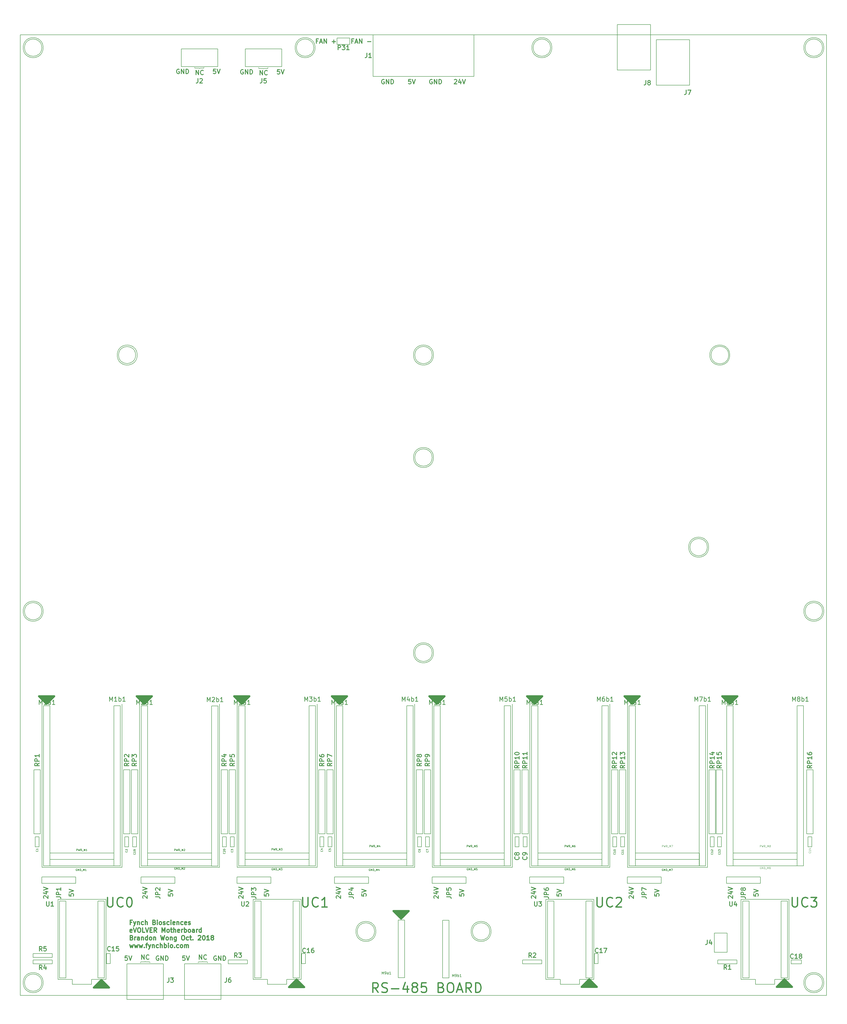
<source format=gbr>
G04 #@! TF.FileFunction,Legend,Top*
%FSLAX46Y46*%
G04 Gerber Fmt 4.6, Leading zero omitted, Abs format (unit mm)*
G04 Created by KiCad (PCBNEW 4.0.7) date Thursday, October 11, 2018 'PMt' 07:28:51 PM*
%MOMM*%
%LPD*%
G01*
G04 APERTURE LIST*
%ADD10C,0.100000*%
%ADD11C,0.200000*%
%ADD12C,0.762000*%
%ADD13C,0.304800*%
%ADD14C,0.508000*%
%ADD15C,0.381000*%
%ADD16C,0.150000*%
%ADD17C,0.187500*%
%ADD18C,0.215900*%
G04 APERTURE END LIST*
D10*
D11*
X230251000Y-281305000D02*
X228727000Y-281305000D01*
X229997000Y-281432000D02*
X228854000Y-281432000D01*
X228854000Y-281432000D02*
X229489000Y-281305000D01*
D12*
X230124000Y-281178000D02*
X228854000Y-281178000D01*
D11*
X228727000Y-281305000D02*
X229489000Y-282067000D01*
D12*
X230632000Y-280670000D02*
X228346000Y-280670000D01*
D11*
X229362000Y-281813000D02*
X229489000Y-281305000D01*
X229616000Y-281813000D02*
X229362000Y-281813000D01*
X229489000Y-281305000D02*
X229997000Y-281432000D01*
X229489000Y-281305000D02*
X229616000Y-281813000D01*
X229489000Y-282067000D02*
X230251000Y-281305000D01*
X229489000Y-282067000D02*
X229489000Y-281305000D01*
D12*
X230886000Y-280035000D02*
X228092000Y-280035000D01*
X231648000Y-279400000D02*
X227457000Y-279400000D01*
X226441000Y-278765000D02*
X232537000Y-278765000D01*
X229489000Y-281813000D02*
X232537000Y-278765000D01*
X229489000Y-281813000D02*
X226441000Y-278765000D01*
D11*
X229108000Y-281686000D02*
X229489000Y-281305000D01*
X229870000Y-281686000D02*
X229108000Y-281686000D01*
X229489000Y-281305000D02*
X229870000Y-281559000D01*
X229108000Y-281559000D02*
X229489000Y-281305000D01*
X229489000Y-281305000D02*
X229870000Y-281686000D01*
X229870000Y-281559000D02*
X229108000Y-281559000D01*
D12*
X192151000Y-280035000D02*
X189357000Y-280035000D01*
X190754000Y-281813000D02*
X187706000Y-278765000D01*
X190754000Y-281813000D02*
X193802000Y-278765000D01*
X187706000Y-278765000D02*
X193802000Y-278765000D01*
X192913000Y-279400000D02*
X188722000Y-279400000D01*
D11*
X190881000Y-281813000D02*
X190627000Y-281813000D01*
X190754000Y-281305000D02*
X190881000Y-281813000D01*
X190627000Y-281813000D02*
X190754000Y-281305000D01*
X190754000Y-282067000D02*
X190754000Y-281305000D01*
X190754000Y-281305000D02*
X191262000Y-281432000D01*
X190754000Y-282067000D02*
X191516000Y-281305000D01*
X191135000Y-281686000D02*
X190373000Y-281686000D01*
X190754000Y-281305000D02*
X191135000Y-281686000D01*
X190754000Y-281305000D02*
X191135000Y-281559000D01*
X190373000Y-281686000D02*
X190754000Y-281305000D01*
X190373000Y-281559000D02*
X190754000Y-281305000D01*
X191135000Y-281559000D02*
X190373000Y-281559000D01*
X191262000Y-281432000D02*
X190119000Y-281432000D01*
X190119000Y-281432000D02*
X190754000Y-281305000D01*
D12*
X191389000Y-281178000D02*
X190119000Y-281178000D01*
X191897000Y-280670000D02*
X189611000Y-280670000D01*
D11*
X191516000Y-281305000D02*
X189992000Y-281305000D01*
X189992000Y-281305000D02*
X190754000Y-282067000D01*
X268224000Y-281305000D02*
X268351000Y-281813000D01*
X268097000Y-281813000D02*
X268224000Y-281305000D01*
X268351000Y-281813000D02*
X268097000Y-281813000D01*
X268224000Y-282067000D02*
X268224000Y-281305000D01*
D12*
X268859000Y-281178000D02*
X267589000Y-281178000D01*
D11*
X268224000Y-282067000D02*
X268986000Y-281305000D01*
X267462000Y-281305000D02*
X268224000Y-282067000D01*
D12*
X269367000Y-280670000D02*
X267081000Y-280670000D01*
D11*
X267589000Y-281432000D02*
X268224000Y-281305000D01*
X268986000Y-281305000D02*
X267462000Y-281305000D01*
X268224000Y-281305000D02*
X268732000Y-281432000D01*
X268732000Y-281432000D02*
X267589000Y-281432000D01*
D12*
X265176000Y-278765000D02*
X271272000Y-278765000D01*
X268224000Y-281813000D02*
X265176000Y-278765000D01*
X268224000Y-281813000D02*
X271272000Y-278765000D01*
X269621000Y-280035000D02*
X266827000Y-280035000D01*
X270383000Y-279400000D02*
X266192000Y-279400000D01*
D11*
X268224000Y-281305000D02*
X268605000Y-281559000D01*
X268605000Y-281686000D02*
X267843000Y-281686000D01*
X267843000Y-281686000D02*
X268224000Y-281305000D01*
X268605000Y-281559000D02*
X267843000Y-281559000D01*
X267843000Y-281559000D02*
X268224000Y-281305000D01*
X268224000Y-281305000D02*
X268605000Y-281686000D01*
X307086000Y-281813000D02*
X306832000Y-281813000D01*
X306832000Y-281813000D02*
X306959000Y-281305000D01*
X306959000Y-281305000D02*
X307086000Y-281813000D01*
X306197000Y-281305000D02*
X306959000Y-282067000D01*
X306959000Y-282067000D02*
X306959000Y-281305000D01*
X306959000Y-282067000D02*
X307721000Y-281305000D01*
D12*
X308102000Y-280670000D02*
X305816000Y-280670000D01*
X308356000Y-280035000D02*
X305562000Y-280035000D01*
X309118000Y-279400000D02*
X304927000Y-279400000D01*
X306959000Y-281813000D02*
X303911000Y-278765000D01*
X306959000Y-281813000D02*
X310007000Y-278765000D01*
X303911000Y-278765000D02*
X310007000Y-278765000D01*
D11*
X307467000Y-281432000D02*
X306324000Y-281432000D01*
D12*
X307594000Y-281178000D02*
X306324000Y-281178000D01*
D11*
X306959000Y-281305000D02*
X307467000Y-281432000D01*
X307721000Y-281305000D02*
X306197000Y-281305000D01*
X306324000Y-281432000D02*
X306959000Y-281305000D01*
X306959000Y-281305000D02*
X307340000Y-281686000D01*
X307340000Y-281686000D02*
X306578000Y-281686000D01*
X306578000Y-281559000D02*
X306959000Y-281305000D01*
X306578000Y-281686000D02*
X306959000Y-281305000D01*
X307340000Y-281559000D02*
X306578000Y-281559000D01*
X306959000Y-281305000D02*
X307340000Y-281559000D01*
X152527000Y-281432000D02*
X151384000Y-281432000D01*
X152146000Y-281813000D02*
X151892000Y-281813000D01*
X152781000Y-281305000D02*
X151257000Y-281305000D01*
X151384000Y-281432000D02*
X152019000Y-281305000D01*
X152019000Y-282067000D02*
X152019000Y-281305000D01*
X151892000Y-281813000D02*
X152019000Y-281305000D01*
X152019000Y-281305000D02*
X152146000Y-281813000D01*
X152019000Y-281305000D02*
X152527000Y-281432000D01*
X152019000Y-282067000D02*
X152781000Y-281305000D01*
D12*
X152019000Y-281813000D02*
X155067000Y-278765000D01*
X153162000Y-280670000D02*
X150876000Y-280670000D01*
X153416000Y-280035000D02*
X150622000Y-280035000D01*
D11*
X151257000Y-281305000D02*
X152019000Y-282067000D01*
D12*
X148971000Y-278765000D02*
X155067000Y-278765000D01*
X154178000Y-279400000D02*
X149987000Y-279400000D01*
X152019000Y-281813000D02*
X148971000Y-278765000D01*
X152654000Y-281178000D02*
X151384000Y-281178000D01*
D11*
X114046000Y-281305000D02*
X112522000Y-281305000D01*
X113792000Y-281432000D02*
X112649000Y-281432000D01*
X113284000Y-282067000D02*
X114046000Y-281305000D01*
D12*
X113919000Y-281178000D02*
X112649000Y-281178000D01*
X113284000Y-281813000D02*
X116332000Y-278765000D01*
D11*
X113284000Y-281305000D02*
X113792000Y-281432000D01*
D12*
X114681000Y-280035000D02*
X111887000Y-280035000D01*
X110236000Y-278765000D02*
X116332000Y-278765000D01*
X114427000Y-280670000D02*
X112141000Y-280670000D01*
X115443000Y-279400000D02*
X111252000Y-279400000D01*
X113284000Y-281813000D02*
X110236000Y-278765000D01*
D11*
X113284000Y-282067000D02*
X113284000Y-281305000D01*
X113284000Y-281305000D02*
X113411000Y-281813000D01*
X113157000Y-281813000D02*
X113284000Y-281305000D01*
X113411000Y-281813000D02*
X113157000Y-281813000D01*
X112649000Y-281432000D02*
X113284000Y-281305000D01*
X112522000Y-281305000D02*
X113284000Y-282067000D01*
X152019000Y-281305000D02*
X152400000Y-281559000D01*
X151638000Y-281559000D02*
X152019000Y-281305000D01*
X151638000Y-281686000D02*
X152019000Y-281305000D01*
X152400000Y-281559000D02*
X151638000Y-281559000D01*
X152019000Y-281305000D02*
X152400000Y-281686000D01*
X152400000Y-281686000D02*
X151638000Y-281686000D01*
X113284000Y-281305000D02*
X113665000Y-281686000D01*
X113284000Y-281305000D02*
X113665000Y-281559000D01*
X112903000Y-281559000D02*
X113284000Y-281305000D01*
X113665000Y-281559000D02*
X112903000Y-281559000D01*
X112903000Y-281686000D02*
X113284000Y-281305000D01*
X113665000Y-281686000D02*
X112903000Y-281686000D01*
X74676000Y-281813000D02*
X74422000Y-281813000D01*
X74549000Y-281305000D02*
X74676000Y-281813000D01*
X74549000Y-282067000D02*
X74549000Y-281305000D01*
X74422000Y-281813000D02*
X74549000Y-281305000D01*
X74549000Y-282067000D02*
X75311000Y-281305000D01*
X73787000Y-281305000D02*
X74549000Y-282067000D01*
X75311000Y-281305000D02*
X73787000Y-281305000D01*
X75057000Y-281432000D02*
X73914000Y-281432000D01*
X73914000Y-281432000D02*
X74549000Y-281305000D01*
D12*
X75184000Y-281178000D02*
X73914000Y-281178000D01*
X75692000Y-280670000D02*
X73406000Y-280670000D01*
X76708000Y-279400000D02*
X72517000Y-279400000D01*
X74549000Y-281813000D02*
X77597000Y-278765000D01*
X71501000Y-278765000D02*
X77597000Y-278765000D01*
X75946000Y-280035000D02*
X73152000Y-280035000D01*
X74549000Y-281813000D02*
X71501000Y-278765000D01*
D11*
X74549000Y-281305000D02*
X74930000Y-281559000D01*
X74930000Y-281686000D02*
X74168000Y-281686000D01*
X74930000Y-281559000D02*
X74168000Y-281559000D01*
X74549000Y-281305000D02*
X75057000Y-281432000D01*
X74168000Y-281686000D02*
X74549000Y-281305000D01*
X74549000Y-281305000D02*
X74930000Y-281686000D01*
X74168000Y-281559000D02*
X74549000Y-281305000D01*
X35814000Y-282067000D02*
X36576000Y-281305000D01*
X35052000Y-281305000D02*
X35814000Y-282067000D01*
D12*
X36957000Y-280670000D02*
X34671000Y-280670000D01*
D11*
X36576000Y-281305000D02*
X35052000Y-281305000D01*
X36322000Y-281432000D02*
X35179000Y-281432000D01*
X35941000Y-281813000D02*
X35687000Y-281813000D01*
D12*
X36449000Y-281178000D02*
X35179000Y-281178000D01*
D11*
X35179000Y-281432000D02*
X35814000Y-281305000D01*
X35687000Y-281813000D02*
X35814000Y-281305000D01*
X35814000Y-281305000D02*
X36322000Y-281432000D01*
X35814000Y-281305000D02*
X35941000Y-281813000D01*
X35814000Y-282067000D02*
X35814000Y-281305000D01*
D12*
X35814000Y-281813000D02*
X32766000Y-278765000D01*
X35814000Y-281813000D02*
X38862000Y-278765000D01*
X32766000Y-278765000D02*
X38862000Y-278765000D01*
X37973000Y-279400000D02*
X33782000Y-279400000D01*
X37211000Y-280035000D02*
X34417000Y-280035000D01*
D11*
X35814000Y-281305000D02*
X36195000Y-281686000D01*
X36195000Y-281686000D02*
X35433000Y-281686000D01*
X35433000Y-281686000D02*
X35814000Y-281305000D01*
X35814000Y-281305000D02*
X36195000Y-281559000D01*
X36195000Y-281559000D02*
X35433000Y-281559000D01*
X35433000Y-281559000D02*
X35814000Y-281305000D01*
D12*
X328041000Y-391668000D02*
X329311000Y-391668000D01*
X327533000Y-392176000D02*
X329819000Y-392176000D01*
X327279000Y-392811000D02*
X330073000Y-392811000D01*
X326517000Y-393446000D02*
X330708000Y-393446000D01*
X331724000Y-394081000D02*
X325628000Y-394081000D01*
X328676000Y-391033000D02*
X325628000Y-394081000D01*
X328676000Y-391033000D02*
X331724000Y-394081000D01*
X250571000Y-391668000D02*
X251841000Y-391668000D01*
X250063000Y-392176000D02*
X252349000Y-392176000D01*
X249809000Y-392811000D02*
X252603000Y-392811000D01*
X249047000Y-393446000D02*
X253238000Y-393446000D01*
X254254000Y-394081000D02*
X248158000Y-394081000D01*
X251206000Y-391033000D02*
X248158000Y-394081000D01*
X251206000Y-391033000D02*
X254254000Y-394081000D01*
X56896000Y-391922000D02*
X58166000Y-391922000D01*
X56388000Y-392430000D02*
X58674000Y-392430000D01*
X56134000Y-393065000D02*
X58928000Y-393065000D01*
X55372000Y-393700000D02*
X59563000Y-393700000D01*
X60579000Y-394335000D02*
X54483000Y-394335000D01*
X57531000Y-391287000D02*
X54483000Y-394335000D01*
X57531000Y-391287000D02*
X60579000Y-394335000D01*
X177165000Y-366395000D02*
X175895000Y-366395000D01*
X177673000Y-365887000D02*
X175387000Y-365887000D01*
X177927000Y-365252000D02*
X175133000Y-365252000D01*
X178689000Y-364617000D02*
X174498000Y-364617000D01*
X173482000Y-363982000D02*
X179578000Y-363982000D01*
X176530000Y-367030000D02*
X179578000Y-363982000D01*
X176530000Y-367030000D02*
X173482000Y-363982000D01*
X134366000Y-391795000D02*
X135636000Y-391795000D01*
X133858000Y-392303000D02*
X136144000Y-392303000D01*
X133604000Y-392938000D02*
X136398000Y-392938000D01*
X132842000Y-393573000D02*
X137033000Y-393573000D01*
X138049000Y-394208000D02*
X131953000Y-394208000D01*
X135001000Y-391160000D02*
X138049000Y-394208000D01*
X135001000Y-391160000D02*
X131953000Y-394208000D01*
D11*
X33909000Y-245110000D02*
G75*
G03X33909000Y-245110000I-3429000J0D01*
G01*
X188849000Y-261620000D02*
G75*
G03X188849000Y-261620000I-3429000J0D01*
G01*
X188849000Y-143510000D02*
G75*
G03X188849000Y-143510000I-3429000J0D01*
G01*
X141859000Y-21590000D02*
G75*
G03X141859000Y-21590000I-3429000J0D01*
G01*
X235839000Y-21590000D02*
G75*
G03X235839000Y-21590000I-3429000J0D01*
G01*
X343789000Y-245110000D02*
G75*
G03X343789000Y-245110000I-3429000J0D01*
G01*
X298069000Y-219710000D02*
G75*
G03X298069000Y-219710000I-3429000J0D01*
G01*
X306578000Y-281432000D02*
X306959000Y-281178000D01*
X307340000Y-281432000D02*
X306578000Y-281432000D01*
X306959000Y-281178000D02*
X307340000Y-281432000D01*
X307467000Y-281305000D02*
X306324000Y-281305000D01*
X306959000Y-281178000D02*
X307467000Y-281305000D01*
X306959000Y-281178000D02*
X307340000Y-281559000D01*
X306832000Y-281686000D02*
X306959000Y-281178000D01*
X307086000Y-281686000D02*
X306832000Y-281686000D01*
X306959000Y-281178000D02*
X307086000Y-281686000D01*
X306324000Y-281305000D02*
X306959000Y-281178000D01*
X306578000Y-281559000D02*
X306959000Y-281178000D01*
X306959000Y-281940000D02*
X306959000Y-281178000D01*
X306197000Y-281178000D02*
X306959000Y-281940000D01*
X307721000Y-281178000D02*
X306197000Y-281178000D01*
X307340000Y-281559000D02*
X306578000Y-281559000D01*
X306959000Y-281940000D02*
X307721000Y-281178000D01*
X267843000Y-281432000D02*
X268224000Y-281178000D01*
X268605000Y-281432000D02*
X267843000Y-281432000D01*
X268224000Y-281178000D02*
X268605000Y-281432000D01*
X268732000Y-281305000D02*
X267589000Y-281305000D01*
X268224000Y-281178000D02*
X268732000Y-281305000D01*
X268224000Y-281178000D02*
X268605000Y-281559000D01*
X268097000Y-281686000D02*
X268224000Y-281178000D01*
X268351000Y-281686000D02*
X268097000Y-281686000D01*
X268224000Y-281178000D02*
X268351000Y-281686000D01*
X267589000Y-281305000D02*
X268224000Y-281178000D01*
X267843000Y-281559000D02*
X268224000Y-281178000D01*
X268224000Y-281940000D02*
X268224000Y-281178000D01*
X267462000Y-281178000D02*
X268224000Y-281940000D01*
X268986000Y-281178000D02*
X267462000Y-281178000D01*
X268605000Y-281559000D02*
X267843000Y-281559000D01*
X268224000Y-281940000D02*
X268986000Y-281178000D01*
X229108000Y-281432000D02*
X229489000Y-281178000D01*
X229870000Y-281432000D02*
X229108000Y-281432000D01*
X229489000Y-281178000D02*
X229870000Y-281432000D01*
X229997000Y-281305000D02*
X228854000Y-281305000D01*
X229489000Y-281178000D02*
X229997000Y-281305000D01*
X229489000Y-281178000D02*
X229870000Y-281559000D01*
X229362000Y-281686000D02*
X229489000Y-281178000D01*
X229616000Y-281686000D02*
X229362000Y-281686000D01*
X229489000Y-281178000D02*
X229616000Y-281686000D01*
X228854000Y-281305000D02*
X229489000Y-281178000D01*
X229108000Y-281559000D02*
X229489000Y-281178000D01*
X229489000Y-281940000D02*
X229489000Y-281178000D01*
X228727000Y-281178000D02*
X229489000Y-281940000D01*
X230251000Y-281178000D02*
X228727000Y-281178000D01*
X229870000Y-281559000D02*
X229108000Y-281559000D01*
X229489000Y-281940000D02*
X230251000Y-281178000D01*
X190373000Y-281432000D02*
X190754000Y-281178000D01*
X191135000Y-281432000D02*
X190373000Y-281432000D01*
X190754000Y-281178000D02*
X191135000Y-281432000D01*
X191262000Y-281305000D02*
X190119000Y-281305000D01*
X190754000Y-281178000D02*
X191262000Y-281305000D01*
X190754000Y-281178000D02*
X191135000Y-281559000D01*
X190627000Y-281686000D02*
X190754000Y-281178000D01*
X190881000Y-281686000D02*
X190627000Y-281686000D01*
X190754000Y-281178000D02*
X190881000Y-281686000D01*
X190119000Y-281305000D02*
X190754000Y-281178000D01*
X190373000Y-281559000D02*
X190754000Y-281178000D01*
X190754000Y-281940000D02*
X190754000Y-281178000D01*
X189992000Y-281178000D02*
X190754000Y-281940000D01*
X191516000Y-281178000D02*
X189992000Y-281178000D01*
X191135000Y-281559000D02*
X190373000Y-281559000D01*
X190754000Y-281940000D02*
X191516000Y-281178000D01*
X151638000Y-281432000D02*
X152019000Y-281178000D01*
X152400000Y-281432000D02*
X151638000Y-281432000D01*
X152019000Y-281178000D02*
X152400000Y-281432000D01*
X152527000Y-281305000D02*
X151384000Y-281305000D01*
X152019000Y-281178000D02*
X152527000Y-281305000D01*
X152019000Y-281178000D02*
X152400000Y-281559000D01*
X151892000Y-281686000D02*
X152019000Y-281178000D01*
X152146000Y-281686000D02*
X151892000Y-281686000D01*
X152019000Y-281178000D02*
X152146000Y-281686000D01*
X151384000Y-281305000D02*
X152019000Y-281178000D01*
X151638000Y-281559000D02*
X152019000Y-281178000D01*
X152019000Y-281940000D02*
X152019000Y-281178000D01*
X151257000Y-281178000D02*
X152019000Y-281940000D01*
X152781000Y-281178000D02*
X151257000Y-281178000D01*
X152400000Y-281559000D02*
X151638000Y-281559000D01*
X152019000Y-281940000D02*
X152781000Y-281178000D01*
X112903000Y-281432000D02*
X113284000Y-281178000D01*
X113665000Y-281432000D02*
X112903000Y-281432000D01*
X113284000Y-281178000D02*
X113665000Y-281432000D01*
X113792000Y-281305000D02*
X112649000Y-281305000D01*
X113284000Y-281178000D02*
X113792000Y-281305000D01*
X113284000Y-281178000D02*
X113665000Y-281559000D01*
X113157000Y-281686000D02*
X113284000Y-281178000D01*
X113411000Y-281686000D02*
X113157000Y-281686000D01*
X113284000Y-281178000D02*
X113411000Y-281686000D01*
X112649000Y-281305000D02*
X113284000Y-281178000D01*
X112903000Y-281559000D02*
X113284000Y-281178000D01*
X113284000Y-281940000D02*
X113284000Y-281178000D01*
X112522000Y-281178000D02*
X113284000Y-281940000D01*
X114046000Y-281178000D02*
X112522000Y-281178000D01*
X113665000Y-281559000D02*
X112903000Y-281559000D01*
X113284000Y-281940000D02*
X114046000Y-281178000D01*
X74168000Y-281432000D02*
X74549000Y-281178000D01*
X74930000Y-281432000D02*
X74168000Y-281432000D01*
X74549000Y-281178000D02*
X74930000Y-281432000D01*
X75057000Y-281305000D02*
X73914000Y-281305000D01*
X74549000Y-281178000D02*
X75057000Y-281305000D01*
X74549000Y-281178000D02*
X74930000Y-281559000D01*
X74422000Y-281686000D02*
X74549000Y-281178000D01*
X74676000Y-281686000D02*
X74422000Y-281686000D01*
X74549000Y-281178000D02*
X74676000Y-281686000D01*
X73914000Y-281305000D02*
X74549000Y-281178000D01*
X74168000Y-281559000D02*
X74549000Y-281178000D01*
X74549000Y-281940000D02*
X74549000Y-281178000D01*
X73787000Y-281178000D02*
X74549000Y-281940000D01*
X75311000Y-281178000D02*
X73787000Y-281178000D01*
X74930000Y-281559000D02*
X74168000Y-281559000D01*
X74549000Y-281940000D02*
X75311000Y-281178000D01*
X35433000Y-281432000D02*
X35814000Y-281178000D01*
X36195000Y-281432000D02*
X35433000Y-281432000D01*
X35814000Y-281178000D02*
X36195000Y-281432000D01*
X36322000Y-281305000D02*
X35179000Y-281305000D01*
X35814000Y-281178000D02*
X36322000Y-281305000D01*
X35814000Y-281178000D02*
X36195000Y-281559000D01*
X35687000Y-281686000D02*
X35814000Y-281178000D01*
X35941000Y-281686000D02*
X35687000Y-281686000D01*
X35814000Y-281178000D02*
X35941000Y-281686000D01*
X35179000Y-281305000D02*
X35814000Y-281178000D01*
X35433000Y-281559000D02*
X35814000Y-281178000D01*
X35814000Y-281940000D02*
X35814000Y-281178000D01*
X35052000Y-281178000D02*
X35814000Y-281940000D01*
X36576000Y-281178000D02*
X35052000Y-281178000D01*
X36195000Y-281559000D02*
X35433000Y-281559000D01*
X35814000Y-281940000D02*
X36576000Y-281178000D01*
X329057000Y-391287000D02*
X328676000Y-391541000D01*
X328295000Y-391287000D02*
X329057000Y-391287000D01*
X328676000Y-391541000D02*
X328295000Y-391287000D01*
X328168000Y-391414000D02*
X329311000Y-391414000D01*
X328676000Y-391541000D02*
X328168000Y-391414000D01*
X328676000Y-391541000D02*
X328295000Y-391160000D01*
X328803000Y-391033000D02*
X328676000Y-391541000D01*
X328549000Y-391033000D02*
X328803000Y-391033000D01*
X328676000Y-391541000D02*
X328549000Y-391033000D01*
X329311000Y-391414000D02*
X328676000Y-391541000D01*
X329057000Y-391160000D02*
X328676000Y-391541000D01*
X328676000Y-390779000D02*
X328676000Y-391541000D01*
X329438000Y-391541000D02*
X328676000Y-390779000D01*
X327914000Y-391541000D02*
X329438000Y-391541000D01*
X328295000Y-391160000D02*
X329057000Y-391160000D01*
X328676000Y-390779000D02*
X327914000Y-391541000D01*
X251587000Y-391287000D02*
X251206000Y-391541000D01*
X250825000Y-391287000D02*
X251587000Y-391287000D01*
X251206000Y-391541000D02*
X250825000Y-391287000D01*
X250698000Y-391414000D02*
X251841000Y-391414000D01*
X251206000Y-391541000D02*
X250698000Y-391414000D01*
X251206000Y-391541000D02*
X250825000Y-391160000D01*
X251333000Y-391033000D02*
X251206000Y-391541000D01*
X251079000Y-391033000D02*
X251333000Y-391033000D01*
X251206000Y-391541000D02*
X251079000Y-391033000D01*
X251841000Y-391414000D02*
X251206000Y-391541000D01*
X251587000Y-391160000D02*
X251206000Y-391541000D01*
X251206000Y-390779000D02*
X251206000Y-391541000D01*
X251968000Y-391541000D02*
X251206000Y-390779000D01*
X250444000Y-391541000D02*
X251968000Y-391541000D01*
X250825000Y-391160000D02*
X251587000Y-391160000D01*
X251206000Y-390779000D02*
X250444000Y-391541000D01*
X176149000Y-366776000D02*
X176530000Y-366522000D01*
X176911000Y-366776000D02*
X176149000Y-366776000D01*
X176530000Y-366522000D02*
X176911000Y-366776000D01*
X177038000Y-366649000D02*
X175895000Y-366649000D01*
X176530000Y-366522000D02*
X177038000Y-366649000D01*
X176530000Y-366522000D02*
X176911000Y-366903000D01*
X176403000Y-367030000D02*
X176530000Y-366522000D01*
X176657000Y-367030000D02*
X176403000Y-367030000D01*
X176530000Y-366522000D02*
X176657000Y-367030000D01*
X175895000Y-366649000D02*
X176530000Y-366522000D01*
X176149000Y-366903000D02*
X176530000Y-366522000D01*
X176530000Y-367284000D02*
X176530000Y-366522000D01*
X175768000Y-366522000D02*
X176530000Y-367284000D01*
X177292000Y-366522000D02*
X175768000Y-366522000D01*
X176911000Y-366903000D02*
X176149000Y-366903000D01*
X176530000Y-367284000D02*
X177292000Y-366522000D01*
X57912000Y-391541000D02*
X57531000Y-391795000D01*
X57150000Y-391541000D02*
X57912000Y-391541000D01*
X57531000Y-391795000D02*
X57150000Y-391541000D01*
X57658000Y-391287000D02*
X57531000Y-391795000D01*
X57404000Y-391287000D02*
X57658000Y-391287000D01*
X57531000Y-391795000D02*
X57404000Y-391287000D01*
X58166000Y-391668000D02*
X57531000Y-391795000D01*
X57023000Y-391668000D02*
X58166000Y-391668000D01*
X57531000Y-391795000D02*
X57023000Y-391668000D01*
X57912000Y-391414000D02*
X57531000Y-391795000D01*
X57150000Y-391414000D02*
X57912000Y-391414000D01*
X57531000Y-391795000D02*
X57150000Y-391414000D01*
X57531000Y-391033000D02*
X57531000Y-391795000D01*
X58293000Y-391795000D02*
X57531000Y-391033000D01*
X56769000Y-391795000D02*
X58293000Y-391795000D01*
X57531000Y-391033000D02*
X56769000Y-391795000D01*
D13*
X80306334Y-381889000D02*
X80137000Y-381804333D01*
X79883000Y-381804333D01*
X79629000Y-381889000D01*
X79459667Y-382058333D01*
X79375000Y-382227667D01*
X79290334Y-382566333D01*
X79290334Y-382820333D01*
X79375000Y-383159000D01*
X79459667Y-383328333D01*
X79629000Y-383497667D01*
X79883000Y-383582333D01*
X80052334Y-383582333D01*
X80306334Y-383497667D01*
X80391000Y-383413000D01*
X80391000Y-382820333D01*
X80052334Y-382820333D01*
X81153000Y-383582333D02*
X81153000Y-381804333D01*
X82169000Y-383582333D01*
X82169000Y-381804333D01*
X83015667Y-383582333D02*
X83015667Y-381804333D01*
X83439001Y-381804333D01*
X83693001Y-381889000D01*
X83862334Y-382058333D01*
X83947001Y-382227667D01*
X84031667Y-382566333D01*
X84031667Y-382820333D01*
X83947001Y-383159000D01*
X83862334Y-383328333D01*
X83693001Y-383497667D01*
X83439001Y-383582333D01*
X83015667Y-383582333D01*
X73533000Y-383201333D02*
X73533000Y-381423333D01*
X74549000Y-383201333D01*
X74549000Y-381423333D01*
X76411667Y-383032000D02*
X76327001Y-383116667D01*
X76073001Y-383201333D01*
X75903667Y-383201333D01*
X75649667Y-383116667D01*
X75480334Y-382947333D01*
X75395667Y-382778000D01*
X75311001Y-382439333D01*
X75311001Y-382185333D01*
X75395667Y-381846667D01*
X75480334Y-381677333D01*
X75649667Y-381508000D01*
X75903667Y-381423333D01*
X76073001Y-381423333D01*
X76327001Y-381508000D01*
X76411667Y-381592667D01*
D11*
X76835000Y-384302000D02*
X76708000Y-384175000D01*
X76835000Y-384556000D02*
X76835000Y-384302000D01*
X73279000Y-384175000D02*
X73152000Y-384302000D01*
X73152000Y-384302000D02*
X73152000Y-384556000D01*
X74803000Y-384175000D02*
X73279000Y-384175000D01*
X75057000Y-384175000D02*
X74930000Y-384048000D01*
X74930000Y-384048000D02*
X74803000Y-384175000D01*
X76708000Y-384175000D02*
X75057000Y-384175000D01*
D13*
X67860334Y-381804333D02*
X67013667Y-381804333D01*
X66929001Y-382651000D01*
X67013667Y-382566333D01*
X67183001Y-382481667D01*
X67606334Y-382481667D01*
X67775667Y-382566333D01*
X67860334Y-382651000D01*
X67945001Y-382820333D01*
X67945001Y-383243667D01*
X67860334Y-383413000D01*
X67775667Y-383497667D01*
X67606334Y-383582333D01*
X67183001Y-383582333D01*
X67013667Y-383497667D01*
X66929001Y-383413000D01*
X68453000Y-381804333D02*
X69045667Y-383582333D01*
X69638334Y-381804333D01*
X103166334Y-381889000D02*
X102997000Y-381804333D01*
X102743000Y-381804333D01*
X102489000Y-381889000D01*
X102319667Y-382058333D01*
X102235000Y-382227667D01*
X102150334Y-382566333D01*
X102150334Y-382820333D01*
X102235000Y-383159000D01*
X102319667Y-383328333D01*
X102489000Y-383497667D01*
X102743000Y-383582333D01*
X102912334Y-383582333D01*
X103166334Y-383497667D01*
X103251000Y-383413000D01*
X103251000Y-382820333D01*
X102912334Y-382820333D01*
X104013000Y-383582333D02*
X104013000Y-381804333D01*
X105029000Y-383582333D01*
X105029000Y-381804333D01*
X105875667Y-383582333D02*
X105875667Y-381804333D01*
X106299001Y-381804333D01*
X106553001Y-381889000D01*
X106722334Y-382058333D01*
X106807001Y-382227667D01*
X106891667Y-382566333D01*
X106891667Y-382820333D01*
X106807001Y-383159000D01*
X106722334Y-383328333D01*
X106553001Y-383497667D01*
X106299001Y-383582333D01*
X105875667Y-383582333D01*
X96393000Y-383201333D02*
X96393000Y-381423333D01*
X97409000Y-383201333D01*
X97409000Y-381423333D01*
X99271667Y-383032000D02*
X99187001Y-383116667D01*
X98933001Y-383201333D01*
X98763667Y-383201333D01*
X98509667Y-383116667D01*
X98340334Y-382947333D01*
X98255667Y-382778000D01*
X98171001Y-382439333D01*
X98171001Y-382185333D01*
X98255667Y-381846667D01*
X98340334Y-381677333D01*
X98509667Y-381508000D01*
X98763667Y-381423333D01*
X98933001Y-381423333D01*
X99187001Y-381508000D01*
X99271667Y-381592667D01*
D11*
X99695000Y-384302000D02*
X99568000Y-384175000D01*
X99695000Y-384556000D02*
X99695000Y-384302000D01*
X96139000Y-384175000D02*
X96012000Y-384302000D01*
X96012000Y-384302000D02*
X96012000Y-384556000D01*
X97663000Y-384175000D02*
X96139000Y-384175000D01*
X97917000Y-384175000D02*
X97790000Y-384048000D01*
X97790000Y-384048000D02*
X97663000Y-384175000D01*
X99568000Y-384175000D02*
X97917000Y-384175000D01*
D13*
X90720334Y-381804333D02*
X89873667Y-381804333D01*
X89789001Y-382651000D01*
X89873667Y-382566333D01*
X90043001Y-382481667D01*
X90466334Y-382481667D01*
X90635667Y-382566333D01*
X90720334Y-382651000D01*
X90805001Y-382820333D01*
X90805001Y-383243667D01*
X90720334Y-383413000D01*
X90635667Y-383497667D01*
X90466334Y-383582333D01*
X90043001Y-383582333D01*
X89873667Y-383497667D01*
X89789001Y-383413000D01*
X91313000Y-381804333D02*
X91905667Y-383582333D01*
X92498334Y-381804333D01*
X113834334Y-30353000D02*
X113665000Y-30268333D01*
X113411000Y-30268333D01*
X113157000Y-30353000D01*
X112987667Y-30522333D01*
X112903000Y-30691667D01*
X112818334Y-31030333D01*
X112818334Y-31284333D01*
X112903000Y-31623000D01*
X112987667Y-31792333D01*
X113157000Y-31961667D01*
X113411000Y-32046333D01*
X113580334Y-32046333D01*
X113834334Y-31961667D01*
X113919000Y-31877000D01*
X113919000Y-31284333D01*
X113580334Y-31284333D01*
X114681000Y-32046333D02*
X114681000Y-30268333D01*
X115697000Y-32046333D01*
X115697000Y-30268333D01*
X116543667Y-32046333D02*
X116543667Y-30268333D01*
X116967001Y-30268333D01*
X117221001Y-30353000D01*
X117390334Y-30522333D01*
X117475001Y-30691667D01*
X117559667Y-31030333D01*
X117559667Y-31284333D01*
X117475001Y-31623000D01*
X117390334Y-31792333D01*
X117221001Y-31961667D01*
X116967001Y-32046333D01*
X116543667Y-32046333D01*
X120523000Y-32427333D02*
X120523000Y-30649333D01*
X121539000Y-32427333D01*
X121539000Y-30649333D01*
X123401667Y-32258000D02*
X123317001Y-32342667D01*
X123063001Y-32427333D01*
X122893667Y-32427333D01*
X122639667Y-32342667D01*
X122470334Y-32173333D01*
X122385667Y-32004000D01*
X122301001Y-31665333D01*
X122301001Y-31411333D01*
X122385667Y-31072667D01*
X122470334Y-30903333D01*
X122639667Y-30734000D01*
X122893667Y-30649333D01*
X123063001Y-30649333D01*
X123317001Y-30734000D01*
X123401667Y-30818667D01*
D11*
X120015000Y-29718000D02*
X120142000Y-29845000D01*
X120015000Y-29464000D02*
X120015000Y-29718000D01*
X123571000Y-29845000D02*
X123698000Y-29718000D01*
X123698000Y-29718000D02*
X123698000Y-29464000D01*
X122047000Y-29845000D02*
X123571000Y-29845000D01*
X121793000Y-29845000D02*
X121920000Y-29972000D01*
X121920000Y-29972000D02*
X122047000Y-29845000D01*
X120142000Y-29845000D02*
X121793000Y-29845000D01*
D13*
X128312334Y-30268333D02*
X127465667Y-30268333D01*
X127381001Y-31115000D01*
X127465667Y-31030333D01*
X127635001Y-30945667D01*
X128058334Y-30945667D01*
X128227667Y-31030333D01*
X128312334Y-31115000D01*
X128397001Y-31284333D01*
X128397001Y-31707667D01*
X128312334Y-31877000D01*
X128227667Y-31961667D01*
X128058334Y-32046333D01*
X127635001Y-32046333D01*
X127465667Y-31961667D01*
X127381001Y-31877000D01*
X128905000Y-30268333D02*
X129497667Y-32046333D01*
X130090334Y-30268333D01*
X102912334Y-30141333D02*
X102065667Y-30141333D01*
X101981001Y-30988000D01*
X102065667Y-30903333D01*
X102235001Y-30818667D01*
X102658334Y-30818667D01*
X102827667Y-30903333D01*
X102912334Y-30988000D01*
X102997001Y-31157333D01*
X102997001Y-31580667D01*
X102912334Y-31750000D01*
X102827667Y-31834667D01*
X102658334Y-31919333D01*
X102235001Y-31919333D01*
X102065667Y-31834667D01*
X101981001Y-31750000D01*
X103505000Y-30141333D02*
X104097667Y-31919333D01*
X104690334Y-30141333D01*
X88434334Y-30226000D02*
X88265000Y-30141333D01*
X88011000Y-30141333D01*
X87757000Y-30226000D01*
X87587667Y-30395333D01*
X87503000Y-30564667D01*
X87418334Y-30903333D01*
X87418334Y-31157333D01*
X87503000Y-31496000D01*
X87587667Y-31665333D01*
X87757000Y-31834667D01*
X88011000Y-31919333D01*
X88180334Y-31919333D01*
X88434334Y-31834667D01*
X88519000Y-31750000D01*
X88519000Y-31157333D01*
X88180334Y-31157333D01*
X89281000Y-31919333D02*
X89281000Y-30141333D01*
X90297000Y-31919333D01*
X90297000Y-30141333D01*
X91143667Y-31919333D02*
X91143667Y-30141333D01*
X91567001Y-30141333D01*
X91821001Y-30226000D01*
X91990334Y-30395333D01*
X92075001Y-30564667D01*
X92159667Y-30903333D01*
X92159667Y-31157333D01*
X92075001Y-31496000D01*
X91990334Y-31665333D01*
X91821001Y-31834667D01*
X91567001Y-31919333D01*
X91143667Y-31919333D01*
X95123000Y-32300333D02*
X95123000Y-30522333D01*
X96139000Y-32300333D01*
X96139000Y-30522333D01*
X98001667Y-32131000D02*
X97917001Y-32215667D01*
X97663001Y-32300333D01*
X97493667Y-32300333D01*
X97239667Y-32215667D01*
X97070334Y-32046333D01*
X96985667Y-31877000D01*
X96901001Y-31538333D01*
X96901001Y-31284333D01*
X96985667Y-30945667D01*
X97070334Y-30776333D01*
X97239667Y-30607000D01*
X97493667Y-30522333D01*
X97663001Y-30522333D01*
X97917001Y-30607000D01*
X98001667Y-30691667D01*
D11*
X98298000Y-29591000D02*
X98298000Y-29337000D01*
X98171000Y-29718000D02*
X98298000Y-29591000D01*
X96647000Y-29718000D02*
X98171000Y-29718000D01*
X96520000Y-29845000D02*
X96647000Y-29718000D01*
X96393000Y-29718000D02*
X96520000Y-29845000D01*
X94742000Y-29718000D02*
X96393000Y-29718000D01*
X94615000Y-29591000D02*
X94742000Y-29718000D01*
X94615000Y-29337000D02*
X94615000Y-29591000D01*
D13*
X197654334Y-34374667D02*
X197739000Y-34290000D01*
X197908334Y-34205333D01*
X198331667Y-34205333D01*
X198501000Y-34290000D01*
X198585667Y-34374667D01*
X198670334Y-34544000D01*
X198670334Y-34713333D01*
X198585667Y-34967333D01*
X197569667Y-35983333D01*
X198670334Y-35983333D01*
X200194333Y-34798000D02*
X200194333Y-35983333D01*
X199771000Y-34120667D02*
X199347667Y-35390667D01*
X200448333Y-35390667D01*
X200871666Y-34205333D02*
X201464333Y-35983333D01*
X202057000Y-34205333D01*
X180382334Y-34205333D02*
X179535667Y-34205333D01*
X179451001Y-35052000D01*
X179535667Y-34967333D01*
X179705001Y-34882667D01*
X180128334Y-34882667D01*
X180297667Y-34967333D01*
X180382334Y-35052000D01*
X180467001Y-35221333D01*
X180467001Y-35644667D01*
X180382334Y-35814000D01*
X180297667Y-35898667D01*
X180128334Y-35983333D01*
X179705001Y-35983333D01*
X179535667Y-35898667D01*
X179451001Y-35814000D01*
X180975000Y-34205333D02*
X181567667Y-35983333D01*
X182160334Y-34205333D01*
X188891334Y-34290000D02*
X188722000Y-34205333D01*
X188468000Y-34205333D01*
X188214000Y-34290000D01*
X188044667Y-34459333D01*
X187960000Y-34628667D01*
X187875334Y-34967333D01*
X187875334Y-35221333D01*
X187960000Y-35560000D01*
X188044667Y-35729333D01*
X188214000Y-35898667D01*
X188468000Y-35983333D01*
X188637334Y-35983333D01*
X188891334Y-35898667D01*
X188976000Y-35814000D01*
X188976000Y-35221333D01*
X188637334Y-35221333D01*
X189738000Y-35983333D02*
X189738000Y-34205333D01*
X190754000Y-35983333D01*
X190754000Y-34205333D01*
X191600667Y-35983333D02*
X191600667Y-34205333D01*
X192024001Y-34205333D01*
X192278001Y-34290000D01*
X192447334Y-34459333D01*
X192532001Y-34628667D01*
X192616667Y-34967333D01*
X192616667Y-35221333D01*
X192532001Y-35560000D01*
X192447334Y-35729333D01*
X192278001Y-35898667D01*
X192024001Y-35983333D01*
X191600667Y-35983333D01*
X169841334Y-34290000D02*
X169672000Y-34205333D01*
X169418000Y-34205333D01*
X169164000Y-34290000D01*
X168994667Y-34459333D01*
X168910000Y-34628667D01*
X168825334Y-34967333D01*
X168825334Y-35221333D01*
X168910000Y-35560000D01*
X168994667Y-35729333D01*
X169164000Y-35898667D01*
X169418000Y-35983333D01*
X169587334Y-35983333D01*
X169841334Y-35898667D01*
X169926000Y-35814000D01*
X169926000Y-35221333D01*
X169587334Y-35221333D01*
X170688000Y-35983333D02*
X170688000Y-34205333D01*
X171704000Y-35983333D01*
X171704000Y-34205333D01*
X172550667Y-35983333D02*
X172550667Y-34205333D01*
X172974001Y-34205333D01*
X173228001Y-34290000D01*
X173397334Y-34459333D01*
X173482001Y-34628667D01*
X173566667Y-34967333D01*
X173566667Y-35221333D01*
X173482001Y-35560000D01*
X173397334Y-35729333D01*
X173228001Y-35898667D01*
X172974001Y-35983333D01*
X172550667Y-35983333D01*
D11*
X176657000Y-367030000D02*
G75*
G03X176657000Y-367030000I-127000J0D01*
G01*
X328803000Y-391033000D02*
G75*
G03X328803000Y-391033000I-127000J0D01*
G01*
X251333000Y-391033000D02*
G75*
G03X251333000Y-391033000I-127000J0D01*
G01*
X188849000Y-184150000D02*
G75*
G03X188849000Y-184150000I-3429000J0D01*
G01*
D13*
X157564667Y-18923000D02*
X156972000Y-18923000D01*
X156972000Y-19854333D02*
X156972000Y-18076333D01*
X157818667Y-18076333D01*
X158411334Y-19346333D02*
X159258000Y-19346333D01*
X158242000Y-19854333D02*
X158834667Y-18076333D01*
X159427334Y-19854333D01*
X160020000Y-19854333D02*
X160020000Y-18076333D01*
X161036000Y-19854333D01*
X161036000Y-18076333D01*
X163237334Y-19177000D02*
X164592001Y-19177000D01*
X143467667Y-18923000D02*
X142875000Y-18923000D01*
X142875000Y-19854333D02*
X142875000Y-18076333D01*
X143721667Y-18076333D01*
X144314334Y-19346333D02*
X145161000Y-19346333D01*
X144145000Y-19854333D02*
X144737667Y-18076333D01*
X145330334Y-19854333D01*
X145923000Y-19854333D02*
X145923000Y-18076333D01*
X146939000Y-19854333D01*
X146939000Y-18076333D01*
X149140334Y-19177000D02*
X150495001Y-19177000D01*
X149817668Y-19854333D02*
X149817668Y-18499667D01*
D11*
X71145400Y-143510000D02*
G75*
G03X71145400Y-143510000I-3378200J0D01*
G01*
X306552600Y-143510000D02*
G75*
G03X306552600Y-143510000I-3479800J0D01*
G01*
X343789000Y-392430000D02*
G75*
G03X343789000Y-392430000I-3429000J0D01*
G01*
X211709000Y-372110000D02*
G75*
G03X211709000Y-372110000I-3429000J0D01*
G01*
X165989000Y-372110000D02*
G75*
G03X165989000Y-372110000I-3429000J0D01*
G01*
X33909000Y-392430000D02*
G75*
G03X33909000Y-392430000I-3429000J0D01*
G01*
X33909000Y-21590000D02*
G75*
G03X33909000Y-21590000I-3429000J0D01*
G01*
X343789000Y-21590000D02*
G75*
G03X343789000Y-21590000I-3429000J0D01*
G01*
D14*
X167458573Y-396312571D02*
X166188573Y-394498286D01*
X165281430Y-396312571D02*
X165281430Y-392502571D01*
X166732858Y-392502571D01*
X167095716Y-392684000D01*
X167277144Y-392865429D01*
X167458573Y-393228286D01*
X167458573Y-393772571D01*
X167277144Y-394135429D01*
X167095716Y-394316857D01*
X166732858Y-394498286D01*
X165281430Y-394498286D01*
X168910001Y-396131143D02*
X169454287Y-396312571D01*
X170361430Y-396312571D01*
X170724287Y-396131143D01*
X170905716Y-395949714D01*
X171087144Y-395586857D01*
X171087144Y-395224000D01*
X170905716Y-394861143D01*
X170724287Y-394679714D01*
X170361430Y-394498286D01*
X169635716Y-394316857D01*
X169272858Y-394135429D01*
X169091430Y-393954000D01*
X168910001Y-393591143D01*
X168910001Y-393228286D01*
X169091430Y-392865429D01*
X169272858Y-392684000D01*
X169635716Y-392502571D01*
X170542858Y-392502571D01*
X171087144Y-392684000D01*
X172720001Y-394861143D02*
X175622858Y-394861143D01*
X179070001Y-393772571D02*
X179070001Y-396312571D01*
X178162858Y-392321143D02*
X177255715Y-395042571D01*
X179614287Y-395042571D01*
X181610001Y-394135429D02*
X181247143Y-393954000D01*
X181065715Y-393772571D01*
X180884286Y-393409714D01*
X180884286Y-393228286D01*
X181065715Y-392865429D01*
X181247143Y-392684000D01*
X181610001Y-392502571D01*
X182335715Y-392502571D01*
X182698572Y-392684000D01*
X182880001Y-392865429D01*
X183061429Y-393228286D01*
X183061429Y-393409714D01*
X182880001Y-393772571D01*
X182698572Y-393954000D01*
X182335715Y-394135429D01*
X181610001Y-394135429D01*
X181247143Y-394316857D01*
X181065715Y-394498286D01*
X180884286Y-394861143D01*
X180884286Y-395586857D01*
X181065715Y-395949714D01*
X181247143Y-396131143D01*
X181610001Y-396312571D01*
X182335715Y-396312571D01*
X182698572Y-396131143D01*
X182880001Y-395949714D01*
X183061429Y-395586857D01*
X183061429Y-394861143D01*
X182880001Y-394498286D01*
X182698572Y-394316857D01*
X182335715Y-394135429D01*
X186508572Y-392502571D02*
X184694286Y-392502571D01*
X184512857Y-394316857D01*
X184694286Y-394135429D01*
X185057143Y-393954000D01*
X185964286Y-393954000D01*
X186327143Y-394135429D01*
X186508572Y-394316857D01*
X186690000Y-394679714D01*
X186690000Y-395586857D01*
X186508572Y-395949714D01*
X186327143Y-396131143D01*
X185964286Y-396312571D01*
X185057143Y-396312571D01*
X184694286Y-396131143D01*
X184512857Y-395949714D01*
X192495714Y-394316857D02*
X193040000Y-394498286D01*
X193221428Y-394679714D01*
X193402857Y-395042571D01*
X193402857Y-395586857D01*
X193221428Y-395949714D01*
X193040000Y-396131143D01*
X192677142Y-396312571D01*
X191225714Y-396312571D01*
X191225714Y-392502571D01*
X192495714Y-392502571D01*
X192858571Y-392684000D01*
X193040000Y-392865429D01*
X193221428Y-393228286D01*
X193221428Y-393591143D01*
X193040000Y-393954000D01*
X192858571Y-394135429D01*
X192495714Y-394316857D01*
X191225714Y-394316857D01*
X195761428Y-392502571D02*
X196487142Y-392502571D01*
X196850000Y-392684000D01*
X197212857Y-393046857D01*
X197394285Y-393772571D01*
X197394285Y-395042571D01*
X197212857Y-395768286D01*
X196850000Y-396131143D01*
X196487142Y-396312571D01*
X195761428Y-396312571D01*
X195398571Y-396131143D01*
X195035714Y-395768286D01*
X194854285Y-395042571D01*
X194854285Y-393772571D01*
X195035714Y-393046857D01*
X195398571Y-392684000D01*
X195761428Y-392502571D01*
X198845714Y-395224000D02*
X200660000Y-395224000D01*
X198482857Y-396312571D02*
X199752857Y-392502571D01*
X201022857Y-396312571D01*
X204470000Y-396312571D02*
X203200000Y-394498286D01*
X202292857Y-396312571D02*
X202292857Y-392502571D01*
X203744285Y-392502571D01*
X204107143Y-392684000D01*
X204288571Y-392865429D01*
X204470000Y-393228286D01*
X204470000Y-393772571D01*
X204288571Y-394135429D01*
X204107143Y-394316857D01*
X203744285Y-394498286D01*
X202292857Y-394498286D01*
X206102857Y-396312571D02*
X206102857Y-392502571D01*
X207010000Y-392502571D01*
X207554285Y-392684000D01*
X207917143Y-393046857D01*
X208098571Y-393409714D01*
X208280000Y-394135429D01*
X208280000Y-394679714D01*
X208098571Y-395405429D01*
X207917143Y-395768286D01*
X207554285Y-396131143D01*
X207010000Y-396312571D01*
X206102857Y-396312571D01*
X59962143Y-358593571D02*
X59962143Y-361677857D01*
X60143571Y-362040714D01*
X60325000Y-362222143D01*
X60687857Y-362403571D01*
X61413571Y-362403571D01*
X61776429Y-362222143D01*
X61957857Y-362040714D01*
X62139286Y-361677857D01*
X62139286Y-358593571D01*
X66130715Y-362040714D02*
X65949286Y-362222143D01*
X65405000Y-362403571D01*
X65042143Y-362403571D01*
X64497858Y-362222143D01*
X64135000Y-361859286D01*
X63953572Y-361496429D01*
X63772143Y-360770714D01*
X63772143Y-360226429D01*
X63953572Y-359500714D01*
X64135000Y-359137857D01*
X64497858Y-358775000D01*
X65042143Y-358593571D01*
X65405000Y-358593571D01*
X65949286Y-358775000D01*
X66130715Y-358956429D01*
X68489286Y-358593571D02*
X68852143Y-358593571D01*
X69215000Y-358775000D01*
X69396429Y-358956429D01*
X69577858Y-359319286D01*
X69759286Y-360045000D01*
X69759286Y-360952143D01*
X69577858Y-361677857D01*
X69396429Y-362040714D01*
X69215000Y-362222143D01*
X68852143Y-362403571D01*
X68489286Y-362403571D01*
X68126429Y-362222143D01*
X67945000Y-362040714D01*
X67763572Y-361677857D01*
X67582143Y-360952143D01*
X67582143Y-360045000D01*
X67763572Y-359319286D01*
X67945000Y-358956429D01*
X68126429Y-358775000D01*
X68489286Y-358593571D01*
D11*
X298132500Y-346710000D02*
X266382500Y-346710000D01*
X298132500Y-281940000D02*
X298132500Y-346710000D01*
X266382500Y-346710000D02*
X266382500Y-281940000D01*
X259397500Y-346710000D02*
X227647500Y-346710000D01*
X259397500Y-281940000D02*
X259397500Y-346710000D01*
X227647500Y-346710000D02*
X227647500Y-281940000D01*
X220662500Y-346710000D02*
X188912500Y-346710000D01*
X220662500Y-281940000D02*
X220662500Y-346710000D01*
X188912500Y-346710000D02*
X188912500Y-281940000D01*
X181927500Y-346710000D02*
X150177500Y-346710000D01*
X181927500Y-281940000D02*
X181927500Y-346710000D01*
X150177500Y-346710000D02*
X150177500Y-281940000D01*
X143192500Y-346710000D02*
X111442500Y-346710000D01*
X143192500Y-281940000D02*
X143192500Y-346710000D01*
X111442500Y-346710000D02*
X111442500Y-281940000D01*
X72707500Y-281940000D02*
X72707500Y-346710000D01*
X104457500Y-346710000D02*
X104457500Y-281940000D01*
X72707500Y-346710000D02*
X104457500Y-346710000D01*
X33972500Y-346710000D02*
X34290000Y-346710000D01*
X33972500Y-281940000D02*
X33972500Y-346710000D01*
X65722500Y-346710000D02*
X65722500Y-281940000D01*
X65405000Y-346710000D02*
X65722500Y-346710000D01*
X34290000Y-346710000D02*
X65405000Y-346710000D01*
D14*
X331742143Y-358593571D02*
X331742143Y-361677857D01*
X331923571Y-362040714D01*
X332105000Y-362222143D01*
X332467857Y-362403571D01*
X333193571Y-362403571D01*
X333556429Y-362222143D01*
X333737857Y-362040714D01*
X333919286Y-361677857D01*
X333919286Y-358593571D01*
X337910715Y-362040714D02*
X337729286Y-362222143D01*
X337185000Y-362403571D01*
X336822143Y-362403571D01*
X336277858Y-362222143D01*
X335915000Y-361859286D01*
X335733572Y-361496429D01*
X335552143Y-360770714D01*
X335552143Y-360226429D01*
X335733572Y-359500714D01*
X335915000Y-359137857D01*
X336277858Y-358775000D01*
X336822143Y-358593571D01*
X337185000Y-358593571D01*
X337729286Y-358775000D01*
X337910715Y-358956429D01*
X339180715Y-358593571D02*
X341539286Y-358593571D01*
X340269286Y-360045000D01*
X340813572Y-360045000D01*
X341176429Y-360226429D01*
X341357858Y-360407857D01*
X341539286Y-360770714D01*
X341539286Y-361677857D01*
X341357858Y-362040714D01*
X341176429Y-362222143D01*
X340813572Y-362403571D01*
X339725000Y-362403571D01*
X339362143Y-362222143D01*
X339180715Y-362040714D01*
X254272143Y-358593571D02*
X254272143Y-361677857D01*
X254453571Y-362040714D01*
X254635000Y-362222143D01*
X254997857Y-362403571D01*
X255723571Y-362403571D01*
X256086429Y-362222143D01*
X256267857Y-362040714D01*
X256449286Y-361677857D01*
X256449286Y-358593571D01*
X260440715Y-362040714D02*
X260259286Y-362222143D01*
X259715000Y-362403571D01*
X259352143Y-362403571D01*
X258807858Y-362222143D01*
X258445000Y-361859286D01*
X258263572Y-361496429D01*
X258082143Y-360770714D01*
X258082143Y-360226429D01*
X258263572Y-359500714D01*
X258445000Y-359137857D01*
X258807858Y-358775000D01*
X259352143Y-358593571D01*
X259715000Y-358593571D01*
X260259286Y-358775000D01*
X260440715Y-358956429D01*
X261892143Y-358956429D02*
X262073572Y-358775000D01*
X262436429Y-358593571D01*
X263343572Y-358593571D01*
X263706429Y-358775000D01*
X263887858Y-358956429D01*
X264069286Y-359319286D01*
X264069286Y-359682143D01*
X263887858Y-360226429D01*
X261710715Y-362403571D01*
X264069286Y-362403571D01*
X137432143Y-358593571D02*
X137432143Y-361677857D01*
X137613571Y-362040714D01*
X137795000Y-362222143D01*
X138157857Y-362403571D01*
X138883571Y-362403571D01*
X139246429Y-362222143D01*
X139427857Y-362040714D01*
X139609286Y-361677857D01*
X139609286Y-358593571D01*
X143600715Y-362040714D02*
X143419286Y-362222143D01*
X142875000Y-362403571D01*
X142512143Y-362403571D01*
X141967858Y-362222143D01*
X141605000Y-361859286D01*
X141423572Y-361496429D01*
X141242143Y-360770714D01*
X141242143Y-360226429D01*
X141423572Y-359500714D01*
X141605000Y-359137857D01*
X141967858Y-358775000D01*
X142512143Y-358593571D01*
X142875000Y-358593571D01*
X143419286Y-358775000D01*
X143600715Y-358956429D01*
X147229286Y-362403571D02*
X145052143Y-362403571D01*
X146140715Y-362403571D02*
X146140715Y-358593571D01*
X145777858Y-359137857D01*
X145415000Y-359500714D01*
X145052143Y-359682143D01*
D15*
X69596000Y-368427000D02*
X69003333Y-368427000D01*
X69003333Y-369358333D02*
X69003333Y-367580333D01*
X69850000Y-367580333D01*
X70358000Y-368173000D02*
X70781333Y-369358333D01*
X71204667Y-368173000D02*
X70781333Y-369358333D01*
X70612000Y-369781667D01*
X70527333Y-369866333D01*
X70358000Y-369951000D01*
X71882000Y-368173000D02*
X71882000Y-369358333D01*
X71882000Y-368342333D02*
X71966667Y-368257667D01*
X72136000Y-368173000D01*
X72390000Y-368173000D01*
X72559334Y-368257667D01*
X72644000Y-368427000D01*
X72644000Y-369358333D01*
X74252667Y-369273667D02*
X74083334Y-369358333D01*
X73744667Y-369358333D01*
X73575334Y-369273667D01*
X73490667Y-369189000D01*
X73406001Y-369019667D01*
X73406001Y-368511667D01*
X73490667Y-368342333D01*
X73575334Y-368257667D01*
X73744667Y-368173000D01*
X74083334Y-368173000D01*
X74252667Y-368257667D01*
X75014667Y-369358333D02*
X75014667Y-367580333D01*
X75776667Y-369358333D02*
X75776667Y-368427000D01*
X75692001Y-368257667D01*
X75522667Y-368173000D01*
X75268667Y-368173000D01*
X75099334Y-368257667D01*
X75014667Y-368342333D01*
X78570668Y-368427000D02*
X78824668Y-368511667D01*
X78909335Y-368596333D01*
X78994001Y-368765667D01*
X78994001Y-369019667D01*
X78909335Y-369189000D01*
X78824668Y-369273667D01*
X78655335Y-369358333D01*
X77978001Y-369358333D01*
X77978001Y-367580333D01*
X78570668Y-367580333D01*
X78740001Y-367665000D01*
X78824668Y-367749667D01*
X78909335Y-367919000D01*
X78909335Y-368088333D01*
X78824668Y-368257667D01*
X78740001Y-368342333D01*
X78570668Y-368427000D01*
X77978001Y-368427000D01*
X79756001Y-369358333D02*
X79756001Y-368173000D01*
X79756001Y-367580333D02*
X79671335Y-367665000D01*
X79756001Y-367749667D01*
X79840668Y-367665000D01*
X79756001Y-367580333D01*
X79756001Y-367749667D01*
X80856668Y-369358333D02*
X80687335Y-369273667D01*
X80602668Y-369189000D01*
X80518002Y-369019667D01*
X80518002Y-368511667D01*
X80602668Y-368342333D01*
X80687335Y-368257667D01*
X80856668Y-368173000D01*
X81110668Y-368173000D01*
X81280002Y-368257667D01*
X81364668Y-368342333D01*
X81449335Y-368511667D01*
X81449335Y-369019667D01*
X81364668Y-369189000D01*
X81280002Y-369273667D01*
X81110668Y-369358333D01*
X80856668Y-369358333D01*
X82126669Y-369273667D02*
X82296002Y-369358333D01*
X82634669Y-369358333D01*
X82804002Y-369273667D01*
X82888669Y-369104333D01*
X82888669Y-369019667D01*
X82804002Y-368850333D01*
X82634669Y-368765667D01*
X82380669Y-368765667D01*
X82211335Y-368681000D01*
X82126669Y-368511667D01*
X82126669Y-368427000D01*
X82211335Y-368257667D01*
X82380669Y-368173000D01*
X82634669Y-368173000D01*
X82804002Y-368257667D01*
X84412668Y-369273667D02*
X84243335Y-369358333D01*
X83904668Y-369358333D01*
X83735335Y-369273667D01*
X83650668Y-369189000D01*
X83566002Y-369019667D01*
X83566002Y-368511667D01*
X83650668Y-368342333D01*
X83735335Y-368257667D01*
X83904668Y-368173000D01*
X84243335Y-368173000D01*
X84412668Y-368257667D01*
X85174668Y-369358333D02*
X85174668Y-368173000D01*
X85174668Y-367580333D02*
X85090002Y-367665000D01*
X85174668Y-367749667D01*
X85259335Y-367665000D01*
X85174668Y-367580333D01*
X85174668Y-367749667D01*
X86698669Y-369273667D02*
X86529335Y-369358333D01*
X86190669Y-369358333D01*
X86021335Y-369273667D01*
X85936669Y-369104333D01*
X85936669Y-368427000D01*
X86021335Y-368257667D01*
X86190669Y-368173000D01*
X86529335Y-368173000D01*
X86698669Y-368257667D01*
X86783335Y-368427000D01*
X86783335Y-368596333D01*
X85936669Y-368765667D01*
X87545335Y-368173000D02*
X87545335Y-369358333D01*
X87545335Y-368342333D02*
X87630002Y-368257667D01*
X87799335Y-368173000D01*
X88053335Y-368173000D01*
X88222669Y-368257667D01*
X88307335Y-368427000D01*
X88307335Y-369358333D01*
X89916002Y-369273667D02*
X89746669Y-369358333D01*
X89408002Y-369358333D01*
X89238669Y-369273667D01*
X89154002Y-369189000D01*
X89069336Y-369019667D01*
X89069336Y-368511667D01*
X89154002Y-368342333D01*
X89238669Y-368257667D01*
X89408002Y-368173000D01*
X89746669Y-368173000D01*
X89916002Y-368257667D01*
X91355336Y-369273667D02*
X91186002Y-369358333D01*
X90847336Y-369358333D01*
X90678002Y-369273667D01*
X90593336Y-369104333D01*
X90593336Y-368427000D01*
X90678002Y-368257667D01*
X90847336Y-368173000D01*
X91186002Y-368173000D01*
X91355336Y-368257667D01*
X91440002Y-368427000D01*
X91440002Y-368596333D01*
X90593336Y-368765667D01*
X92117336Y-369273667D02*
X92286669Y-369358333D01*
X92625336Y-369358333D01*
X92794669Y-369273667D01*
X92879336Y-369104333D01*
X92879336Y-369019667D01*
X92794669Y-368850333D01*
X92625336Y-368765667D01*
X92371336Y-368765667D01*
X92202002Y-368681000D01*
X92117336Y-368511667D01*
X92117336Y-368427000D01*
X92202002Y-368257667D01*
X92371336Y-368173000D01*
X92625336Y-368173000D01*
X92794669Y-368257667D01*
X69680667Y-372321667D02*
X69511333Y-372406333D01*
X69172667Y-372406333D01*
X69003333Y-372321667D01*
X68918667Y-372152333D01*
X68918667Y-371475000D01*
X69003333Y-371305667D01*
X69172667Y-371221000D01*
X69511333Y-371221000D01*
X69680667Y-371305667D01*
X69765333Y-371475000D01*
X69765333Y-371644333D01*
X68918667Y-371813667D01*
X70273333Y-370628333D02*
X70866000Y-372406333D01*
X71458667Y-370628333D01*
X72390000Y-370628333D02*
X72728667Y-370628333D01*
X72898000Y-370713000D01*
X73067333Y-370882333D01*
X73152000Y-371221000D01*
X73152000Y-371813667D01*
X73067333Y-372152333D01*
X72898000Y-372321667D01*
X72728667Y-372406333D01*
X72390000Y-372406333D01*
X72220667Y-372321667D01*
X72051333Y-372152333D01*
X71966667Y-371813667D01*
X71966667Y-371221000D01*
X72051333Y-370882333D01*
X72220667Y-370713000D01*
X72390000Y-370628333D01*
X74760667Y-372406333D02*
X73914000Y-372406333D01*
X73914000Y-370628333D01*
X75099333Y-370628333D02*
X75692000Y-372406333D01*
X76284667Y-370628333D01*
X76877333Y-371475000D02*
X77470000Y-371475000D01*
X77724000Y-372406333D02*
X76877333Y-372406333D01*
X76877333Y-370628333D01*
X77724000Y-370628333D01*
X79502000Y-372406333D02*
X78909334Y-371559667D01*
X78486000Y-372406333D02*
X78486000Y-370628333D01*
X79163334Y-370628333D01*
X79332667Y-370713000D01*
X79417334Y-370797667D01*
X79502000Y-370967000D01*
X79502000Y-371221000D01*
X79417334Y-371390333D01*
X79332667Y-371475000D01*
X79163334Y-371559667D01*
X78486000Y-371559667D01*
X81618667Y-372406333D02*
X81618667Y-370628333D01*
X82211334Y-371898333D01*
X82804001Y-370628333D01*
X82804001Y-372406333D01*
X83904667Y-372406333D02*
X83735334Y-372321667D01*
X83650667Y-372237000D01*
X83566001Y-372067667D01*
X83566001Y-371559667D01*
X83650667Y-371390333D01*
X83735334Y-371305667D01*
X83904667Y-371221000D01*
X84158667Y-371221000D01*
X84328001Y-371305667D01*
X84412667Y-371390333D01*
X84497334Y-371559667D01*
X84497334Y-372067667D01*
X84412667Y-372237000D01*
X84328001Y-372321667D01*
X84158667Y-372406333D01*
X83904667Y-372406333D01*
X85005334Y-371221000D02*
X85682668Y-371221000D01*
X85259334Y-370628333D02*
X85259334Y-372152333D01*
X85344001Y-372321667D01*
X85513334Y-372406333D01*
X85682668Y-372406333D01*
X86275334Y-372406333D02*
X86275334Y-370628333D01*
X87037334Y-372406333D02*
X87037334Y-371475000D01*
X86952668Y-371305667D01*
X86783334Y-371221000D01*
X86529334Y-371221000D01*
X86360001Y-371305667D01*
X86275334Y-371390333D01*
X88561335Y-372321667D02*
X88392001Y-372406333D01*
X88053335Y-372406333D01*
X87884001Y-372321667D01*
X87799335Y-372152333D01*
X87799335Y-371475000D01*
X87884001Y-371305667D01*
X88053335Y-371221000D01*
X88392001Y-371221000D01*
X88561335Y-371305667D01*
X88646001Y-371475000D01*
X88646001Y-371644333D01*
X87799335Y-371813667D01*
X89408001Y-372406333D02*
X89408001Y-371221000D01*
X89408001Y-371559667D02*
X89492668Y-371390333D01*
X89577335Y-371305667D01*
X89746668Y-371221000D01*
X89916001Y-371221000D01*
X90508668Y-372406333D02*
X90508668Y-370628333D01*
X90508668Y-371305667D02*
X90678002Y-371221000D01*
X91016668Y-371221000D01*
X91186002Y-371305667D01*
X91270668Y-371390333D01*
X91355335Y-371559667D01*
X91355335Y-372067667D01*
X91270668Y-372237000D01*
X91186002Y-372321667D01*
X91016668Y-372406333D01*
X90678002Y-372406333D01*
X90508668Y-372321667D01*
X92371335Y-372406333D02*
X92202002Y-372321667D01*
X92117335Y-372237000D01*
X92032669Y-372067667D01*
X92032669Y-371559667D01*
X92117335Y-371390333D01*
X92202002Y-371305667D01*
X92371335Y-371221000D01*
X92625335Y-371221000D01*
X92794669Y-371305667D01*
X92879335Y-371390333D01*
X92964002Y-371559667D01*
X92964002Y-372067667D01*
X92879335Y-372237000D01*
X92794669Y-372321667D01*
X92625335Y-372406333D01*
X92371335Y-372406333D01*
X94488002Y-372406333D02*
X94488002Y-371475000D01*
X94403336Y-371305667D01*
X94234002Y-371221000D01*
X93895336Y-371221000D01*
X93726002Y-371305667D01*
X94488002Y-372321667D02*
X94318669Y-372406333D01*
X93895336Y-372406333D01*
X93726002Y-372321667D01*
X93641336Y-372152333D01*
X93641336Y-371983000D01*
X93726002Y-371813667D01*
X93895336Y-371729000D01*
X94318669Y-371729000D01*
X94488002Y-371644333D01*
X95334669Y-372406333D02*
X95334669Y-371221000D01*
X95334669Y-371559667D02*
X95419336Y-371390333D01*
X95504003Y-371305667D01*
X95673336Y-371221000D01*
X95842669Y-371221000D01*
X97197336Y-372406333D02*
X97197336Y-370628333D01*
X97197336Y-372321667D02*
X97028003Y-372406333D01*
X96689336Y-372406333D01*
X96520003Y-372321667D01*
X96435336Y-372237000D01*
X96350670Y-372067667D01*
X96350670Y-371559667D01*
X96435336Y-371390333D01*
X96520003Y-371305667D01*
X96689336Y-371221000D01*
X97028003Y-371221000D01*
X97197336Y-371305667D01*
X69596000Y-374523000D02*
X69850000Y-374607667D01*
X69934667Y-374692333D01*
X70019333Y-374861667D01*
X70019333Y-375115667D01*
X69934667Y-375285000D01*
X69850000Y-375369667D01*
X69680667Y-375454333D01*
X69003333Y-375454333D01*
X69003333Y-373676333D01*
X69596000Y-373676333D01*
X69765333Y-373761000D01*
X69850000Y-373845667D01*
X69934667Y-374015000D01*
X69934667Y-374184333D01*
X69850000Y-374353667D01*
X69765333Y-374438333D01*
X69596000Y-374523000D01*
X69003333Y-374523000D01*
X70781333Y-375454333D02*
X70781333Y-374269000D01*
X70781333Y-374607667D02*
X70866000Y-374438333D01*
X70950667Y-374353667D01*
X71120000Y-374269000D01*
X71289333Y-374269000D01*
X72644000Y-375454333D02*
X72644000Y-374523000D01*
X72559334Y-374353667D01*
X72390000Y-374269000D01*
X72051334Y-374269000D01*
X71882000Y-374353667D01*
X72644000Y-375369667D02*
X72474667Y-375454333D01*
X72051334Y-375454333D01*
X71882000Y-375369667D01*
X71797334Y-375200333D01*
X71797334Y-375031000D01*
X71882000Y-374861667D01*
X72051334Y-374777000D01*
X72474667Y-374777000D01*
X72644000Y-374692333D01*
X73490667Y-374269000D02*
X73490667Y-375454333D01*
X73490667Y-374438333D02*
X73575334Y-374353667D01*
X73744667Y-374269000D01*
X73998667Y-374269000D01*
X74168001Y-374353667D01*
X74252667Y-374523000D01*
X74252667Y-375454333D01*
X75861334Y-375454333D02*
X75861334Y-373676333D01*
X75861334Y-375369667D02*
X75692001Y-375454333D01*
X75353334Y-375454333D01*
X75184001Y-375369667D01*
X75099334Y-375285000D01*
X75014668Y-375115667D01*
X75014668Y-374607667D01*
X75099334Y-374438333D01*
X75184001Y-374353667D01*
X75353334Y-374269000D01*
X75692001Y-374269000D01*
X75861334Y-374353667D01*
X76962001Y-375454333D02*
X76792668Y-375369667D01*
X76708001Y-375285000D01*
X76623335Y-375115667D01*
X76623335Y-374607667D01*
X76708001Y-374438333D01*
X76792668Y-374353667D01*
X76962001Y-374269000D01*
X77216001Y-374269000D01*
X77385335Y-374353667D01*
X77470001Y-374438333D01*
X77554668Y-374607667D01*
X77554668Y-375115667D01*
X77470001Y-375285000D01*
X77385335Y-375369667D01*
X77216001Y-375454333D01*
X76962001Y-375454333D01*
X78316668Y-374269000D02*
X78316668Y-375454333D01*
X78316668Y-374438333D02*
X78401335Y-374353667D01*
X78570668Y-374269000D01*
X78824668Y-374269000D01*
X78994002Y-374353667D01*
X79078668Y-374523000D01*
X79078668Y-375454333D01*
X81110669Y-373676333D02*
X81534002Y-375454333D01*
X81872669Y-374184333D01*
X82211336Y-375454333D01*
X82634669Y-373676333D01*
X83566002Y-375454333D02*
X83396669Y-375369667D01*
X83312002Y-375285000D01*
X83227336Y-375115667D01*
X83227336Y-374607667D01*
X83312002Y-374438333D01*
X83396669Y-374353667D01*
X83566002Y-374269000D01*
X83820002Y-374269000D01*
X83989336Y-374353667D01*
X84074002Y-374438333D01*
X84158669Y-374607667D01*
X84158669Y-375115667D01*
X84074002Y-375285000D01*
X83989336Y-375369667D01*
X83820002Y-375454333D01*
X83566002Y-375454333D01*
X84920669Y-374269000D02*
X84920669Y-375454333D01*
X84920669Y-374438333D02*
X85005336Y-374353667D01*
X85174669Y-374269000D01*
X85428669Y-374269000D01*
X85598003Y-374353667D01*
X85682669Y-374523000D01*
X85682669Y-375454333D01*
X87291336Y-374269000D02*
X87291336Y-375708333D01*
X87206670Y-375877667D01*
X87122003Y-375962333D01*
X86952670Y-376047000D01*
X86698670Y-376047000D01*
X86529336Y-375962333D01*
X87291336Y-375369667D02*
X87122003Y-375454333D01*
X86783336Y-375454333D01*
X86614003Y-375369667D01*
X86529336Y-375285000D01*
X86444670Y-375115667D01*
X86444670Y-374607667D01*
X86529336Y-374438333D01*
X86614003Y-374353667D01*
X86783336Y-374269000D01*
X87122003Y-374269000D01*
X87291336Y-374353667D01*
X89831337Y-373676333D02*
X90170004Y-373676333D01*
X90339337Y-373761000D01*
X90508670Y-373930333D01*
X90593337Y-374269000D01*
X90593337Y-374861667D01*
X90508670Y-375200333D01*
X90339337Y-375369667D01*
X90170004Y-375454333D01*
X89831337Y-375454333D01*
X89662004Y-375369667D01*
X89492670Y-375200333D01*
X89408004Y-374861667D01*
X89408004Y-374269000D01*
X89492670Y-373930333D01*
X89662004Y-373761000D01*
X89831337Y-373676333D01*
X92117337Y-375369667D02*
X91948004Y-375454333D01*
X91609337Y-375454333D01*
X91440004Y-375369667D01*
X91355337Y-375285000D01*
X91270671Y-375115667D01*
X91270671Y-374607667D01*
X91355337Y-374438333D01*
X91440004Y-374353667D01*
X91609337Y-374269000D01*
X91948004Y-374269000D01*
X92117337Y-374353667D01*
X92625337Y-374269000D02*
X93302671Y-374269000D01*
X92879337Y-373676333D02*
X92879337Y-375200333D01*
X92964004Y-375369667D01*
X93133337Y-375454333D01*
X93302671Y-375454333D01*
X93895337Y-375285000D02*
X93980004Y-375369667D01*
X93895337Y-375454333D01*
X93810671Y-375369667D01*
X93895337Y-375285000D01*
X93895337Y-375454333D01*
X96012005Y-373845667D02*
X96096671Y-373761000D01*
X96266005Y-373676333D01*
X96689338Y-373676333D01*
X96858671Y-373761000D01*
X96943338Y-373845667D01*
X97028005Y-374015000D01*
X97028005Y-374184333D01*
X96943338Y-374438333D01*
X95927338Y-375454333D01*
X97028005Y-375454333D01*
X98128671Y-373676333D02*
X98298004Y-373676333D01*
X98467338Y-373761000D01*
X98552004Y-373845667D01*
X98636671Y-374015000D01*
X98721338Y-374353667D01*
X98721338Y-374777000D01*
X98636671Y-375115667D01*
X98552004Y-375285000D01*
X98467338Y-375369667D01*
X98298004Y-375454333D01*
X98128671Y-375454333D01*
X97959338Y-375369667D01*
X97874671Y-375285000D01*
X97790004Y-375115667D01*
X97705338Y-374777000D01*
X97705338Y-374353667D01*
X97790004Y-374015000D01*
X97874671Y-373845667D01*
X97959338Y-373761000D01*
X98128671Y-373676333D01*
X100414671Y-375454333D02*
X99398671Y-375454333D01*
X99906671Y-375454333D02*
X99906671Y-373676333D01*
X99737337Y-373930333D01*
X99568004Y-374099667D01*
X99398671Y-374184333D01*
X101430670Y-374438333D02*
X101261337Y-374353667D01*
X101176670Y-374269000D01*
X101092004Y-374099667D01*
X101092004Y-374015000D01*
X101176670Y-373845667D01*
X101261337Y-373761000D01*
X101430670Y-373676333D01*
X101769337Y-373676333D01*
X101938670Y-373761000D01*
X102023337Y-373845667D01*
X102108004Y-374015000D01*
X102108004Y-374099667D01*
X102023337Y-374269000D01*
X101938670Y-374353667D01*
X101769337Y-374438333D01*
X101430670Y-374438333D01*
X101261337Y-374523000D01*
X101176670Y-374607667D01*
X101092004Y-374777000D01*
X101092004Y-375115667D01*
X101176670Y-375285000D01*
X101261337Y-375369667D01*
X101430670Y-375454333D01*
X101769337Y-375454333D01*
X101938670Y-375369667D01*
X102023337Y-375285000D01*
X102108004Y-375115667D01*
X102108004Y-374777000D01*
X102023337Y-374607667D01*
X101938670Y-374523000D01*
X101769337Y-374438333D01*
X68834000Y-377317000D02*
X69172667Y-378502333D01*
X69511333Y-377655667D01*
X69850000Y-378502333D01*
X70188667Y-377317000D01*
X70696667Y-377317000D02*
X71035334Y-378502333D01*
X71374000Y-377655667D01*
X71712667Y-378502333D01*
X72051334Y-377317000D01*
X72559334Y-377317000D02*
X72898001Y-378502333D01*
X73236667Y-377655667D01*
X73575334Y-378502333D01*
X73914001Y-377317000D01*
X74591334Y-378333000D02*
X74676001Y-378417667D01*
X74591334Y-378502333D01*
X74506668Y-378417667D01*
X74591334Y-378333000D01*
X74591334Y-378502333D01*
X75184001Y-377317000D02*
X75861335Y-377317000D01*
X75438001Y-378502333D02*
X75438001Y-376978333D01*
X75522668Y-376809000D01*
X75692001Y-376724333D01*
X75861335Y-376724333D01*
X76284668Y-377317000D02*
X76708001Y-378502333D01*
X77131335Y-377317000D02*
X76708001Y-378502333D01*
X76538668Y-378925667D01*
X76454001Y-379010333D01*
X76284668Y-379095000D01*
X77808668Y-377317000D02*
X77808668Y-378502333D01*
X77808668Y-377486333D02*
X77893335Y-377401667D01*
X78062668Y-377317000D01*
X78316668Y-377317000D01*
X78486002Y-377401667D01*
X78570668Y-377571000D01*
X78570668Y-378502333D01*
X80179335Y-378417667D02*
X80010002Y-378502333D01*
X79671335Y-378502333D01*
X79502002Y-378417667D01*
X79417335Y-378333000D01*
X79332669Y-378163667D01*
X79332669Y-377655667D01*
X79417335Y-377486333D01*
X79502002Y-377401667D01*
X79671335Y-377317000D01*
X80010002Y-377317000D01*
X80179335Y-377401667D01*
X80941335Y-378502333D02*
X80941335Y-376724333D01*
X81703335Y-378502333D02*
X81703335Y-377571000D01*
X81618669Y-377401667D01*
X81449335Y-377317000D01*
X81195335Y-377317000D01*
X81026002Y-377401667D01*
X80941335Y-377486333D01*
X82550002Y-378502333D02*
X82550002Y-376724333D01*
X82550002Y-377401667D02*
X82719336Y-377317000D01*
X83058002Y-377317000D01*
X83227336Y-377401667D01*
X83312002Y-377486333D01*
X83396669Y-377655667D01*
X83396669Y-378163667D01*
X83312002Y-378333000D01*
X83227336Y-378417667D01*
X83058002Y-378502333D01*
X82719336Y-378502333D01*
X82550002Y-378417667D01*
X84158669Y-378502333D02*
X84158669Y-377317000D01*
X84158669Y-376724333D02*
X84074003Y-376809000D01*
X84158669Y-376893667D01*
X84243336Y-376809000D01*
X84158669Y-376724333D01*
X84158669Y-376893667D01*
X85259336Y-378502333D02*
X85090003Y-378417667D01*
X85005336Y-378333000D01*
X84920670Y-378163667D01*
X84920670Y-377655667D01*
X85005336Y-377486333D01*
X85090003Y-377401667D01*
X85259336Y-377317000D01*
X85513336Y-377317000D01*
X85682670Y-377401667D01*
X85767336Y-377486333D01*
X85852003Y-377655667D01*
X85852003Y-378163667D01*
X85767336Y-378333000D01*
X85682670Y-378417667D01*
X85513336Y-378502333D01*
X85259336Y-378502333D01*
X86614003Y-378333000D02*
X86698670Y-378417667D01*
X86614003Y-378502333D01*
X86529337Y-378417667D01*
X86614003Y-378333000D01*
X86614003Y-378502333D01*
X88222670Y-378417667D02*
X88053337Y-378502333D01*
X87714670Y-378502333D01*
X87545337Y-378417667D01*
X87460670Y-378333000D01*
X87376004Y-378163667D01*
X87376004Y-377655667D01*
X87460670Y-377486333D01*
X87545337Y-377401667D01*
X87714670Y-377317000D01*
X88053337Y-377317000D01*
X88222670Y-377401667D01*
X89238670Y-378502333D02*
X89069337Y-378417667D01*
X88984670Y-378333000D01*
X88900004Y-378163667D01*
X88900004Y-377655667D01*
X88984670Y-377486333D01*
X89069337Y-377401667D01*
X89238670Y-377317000D01*
X89492670Y-377317000D01*
X89662004Y-377401667D01*
X89746670Y-377486333D01*
X89831337Y-377655667D01*
X89831337Y-378163667D01*
X89746670Y-378333000D01*
X89662004Y-378417667D01*
X89492670Y-378502333D01*
X89238670Y-378502333D01*
X90593337Y-378502333D02*
X90593337Y-377317000D01*
X90593337Y-377486333D02*
X90678004Y-377401667D01*
X90847337Y-377317000D01*
X91101337Y-377317000D01*
X91270671Y-377401667D01*
X91355337Y-377571000D01*
X91355337Y-378502333D01*
X91355337Y-377571000D02*
X91440004Y-377401667D01*
X91609337Y-377317000D01*
X91863337Y-377317000D01*
X92032671Y-377401667D01*
X92117337Y-377571000D01*
X92117337Y-378502333D01*
D16*
X345440000Y-16510000D02*
X345440000Y-397510000D01*
X25400000Y-16510000D02*
X25400000Y-397510000D01*
X25400000Y-397510000D02*
X345440000Y-397510000D01*
X25400000Y-16510000D02*
X345440000Y-16510000D01*
X149542500Y-333375000D02*
X149542500Y-307975000D01*
X147002500Y-307975000D02*
X147002500Y-333375000D01*
X149542500Y-307975000D02*
X147002500Y-307975000D01*
X149542500Y-333375000D02*
X147002500Y-333375000D01*
X146367500Y-333375000D02*
X146367500Y-307975000D01*
X143827500Y-307975000D02*
X143827500Y-333375000D01*
X146367500Y-307975000D02*
X143827500Y-307975000D01*
X146367500Y-333375000D02*
X143827500Y-333375000D01*
X277880000Y-36455000D02*
X291080000Y-36455000D01*
X291080000Y-18455000D02*
X291080000Y-36455000D01*
X277880000Y-18455000D02*
X291080000Y-18455000D01*
X277880000Y-18455000D02*
X277880000Y-36455000D01*
X90540000Y-384930000D02*
X90540000Y-399090000D01*
X105040000Y-384930000D02*
X90540000Y-384930000D01*
X105040000Y-384930000D02*
X105040000Y-399090000D01*
X90540000Y-399090000D02*
X105040000Y-399090000D01*
X305943000Y-380365000D02*
X305943000Y-372745000D01*
X305943000Y-372745000D02*
X300863000Y-372745000D01*
X300863000Y-372745000D02*
X300863000Y-380365000D01*
X300863000Y-380365000D02*
X305943000Y-380365000D01*
X151130000Y-20320000D02*
X151130000Y-17780000D01*
X156210000Y-17780000D02*
X151130000Y-17780000D01*
X151130000Y-20320000D02*
X156210000Y-20320000D01*
X156210000Y-20320000D02*
X156210000Y-17780000D01*
X59575000Y-380905000D02*
X59575000Y-384905000D01*
X59575000Y-384905000D02*
X61075000Y-384905000D01*
X61075000Y-384905000D02*
X61075000Y-380905000D01*
X61075000Y-380905000D02*
X59575000Y-380905000D01*
X137045000Y-380905000D02*
X137045000Y-384905000D01*
X137045000Y-384905000D02*
X138545000Y-384905000D01*
X138545000Y-384905000D02*
X138545000Y-380905000D01*
X138545000Y-380905000D02*
X137045000Y-380905000D01*
X253250000Y-380905000D02*
X253250000Y-384905000D01*
X253250000Y-384905000D02*
X254750000Y-384905000D01*
X254750000Y-384905000D02*
X254750000Y-380905000D01*
X254750000Y-380905000D02*
X253250000Y-380905000D01*
X335375000Y-383425000D02*
X331375000Y-383425000D01*
X331375000Y-383425000D02*
X331375000Y-384925000D01*
X331375000Y-384925000D02*
X335375000Y-384925000D01*
X335375000Y-384925000D02*
X335375000Y-383425000D01*
X31317500Y-334550000D02*
X31317500Y-338550000D01*
X31317500Y-338550000D02*
X32817500Y-338550000D01*
X32817500Y-338550000D02*
X32817500Y-334550000D01*
X32817500Y-334550000D02*
X31317500Y-334550000D01*
X66877500Y-334550000D02*
X66877500Y-338550000D01*
X66877500Y-338550000D02*
X68377500Y-338550000D01*
X68377500Y-338550000D02*
X68377500Y-334550000D01*
X68377500Y-334550000D02*
X66877500Y-334550000D01*
X108787500Y-334550000D02*
X108787500Y-338550000D01*
X108787500Y-338550000D02*
X110287500Y-338550000D01*
X110287500Y-338550000D02*
X110287500Y-334550000D01*
X110287500Y-334550000D02*
X108787500Y-334550000D01*
X144347500Y-334550000D02*
X144347500Y-338550000D01*
X144347500Y-338550000D02*
X145847500Y-338550000D01*
X145847500Y-338550000D02*
X145847500Y-334550000D01*
X145847500Y-334550000D02*
X144347500Y-334550000D01*
X147522500Y-334550000D02*
X147522500Y-338550000D01*
X147522500Y-338550000D02*
X149022500Y-338550000D01*
X149022500Y-338550000D02*
X149022500Y-334550000D01*
X149022500Y-334550000D02*
X147522500Y-334550000D01*
X183082500Y-334550000D02*
X183082500Y-338550000D01*
X183082500Y-338550000D02*
X184582500Y-338550000D01*
X184582500Y-338550000D02*
X184582500Y-334550000D01*
X184582500Y-334550000D02*
X183082500Y-334550000D01*
X186257500Y-334550000D02*
X186257500Y-338550000D01*
X186257500Y-338550000D02*
X187757500Y-338550000D01*
X187757500Y-338550000D02*
X187757500Y-334550000D01*
X187757500Y-334550000D02*
X186257500Y-334550000D01*
X221817500Y-334550000D02*
X221817500Y-338550000D01*
X221817500Y-338550000D02*
X223317500Y-338550000D01*
X223317500Y-338550000D02*
X223317500Y-334550000D01*
X223317500Y-334550000D02*
X221817500Y-334550000D01*
X224992500Y-334550000D02*
X224992500Y-338550000D01*
X224992500Y-338550000D02*
X226492500Y-338550000D01*
X226492500Y-338550000D02*
X226492500Y-334550000D01*
X226492500Y-334550000D02*
X224992500Y-334550000D01*
X260552500Y-334550000D02*
X260552500Y-338550000D01*
X260552500Y-338550000D02*
X262052500Y-338550000D01*
X262052500Y-338550000D02*
X262052500Y-334550000D01*
X262052500Y-334550000D02*
X260552500Y-334550000D01*
X263727500Y-334550000D02*
X263727500Y-338550000D01*
X263727500Y-338550000D02*
X265227500Y-338550000D01*
X265227500Y-338550000D02*
X265227500Y-334550000D01*
X265227500Y-334550000D02*
X263727500Y-334550000D01*
X299287500Y-334550000D02*
X299287500Y-338550000D01*
X299287500Y-338550000D02*
X300787500Y-338550000D01*
X300787500Y-338550000D02*
X300787500Y-334550000D01*
X300787500Y-334550000D02*
X299287500Y-334550000D01*
X302145000Y-334550000D02*
X302145000Y-338550000D01*
X302145000Y-338550000D02*
X303645000Y-338550000D01*
X303645000Y-338550000D02*
X303645000Y-334550000D01*
X303645000Y-334550000D02*
X302145000Y-334550000D01*
X338022500Y-334550000D02*
X338022500Y-338550000D01*
X338022500Y-338550000D02*
X339522500Y-338550000D01*
X339522500Y-338550000D02*
X339522500Y-334550000D01*
X339522500Y-334550000D02*
X338022500Y-334550000D01*
X69989000Y-334550000D02*
X69989000Y-338550000D01*
X69989000Y-338550000D02*
X71489000Y-338550000D01*
X71489000Y-338550000D02*
X71489000Y-334550000D01*
X71489000Y-334550000D02*
X69989000Y-334550000D01*
X105612500Y-334550000D02*
X105612500Y-338550000D01*
X105612500Y-338550000D02*
X107112500Y-338550000D01*
X107112500Y-338550000D02*
X107112500Y-334550000D01*
X107112500Y-334550000D02*
X105612500Y-334550000D01*
X30480000Y-384937000D02*
X38100000Y-384937000D01*
X38100000Y-384937000D02*
X38100000Y-383413000D01*
X38100000Y-383413000D02*
X30480000Y-383413000D01*
X30480000Y-383413000D02*
X30480000Y-384937000D01*
X224790000Y-384937000D02*
X232410000Y-384937000D01*
X232410000Y-384937000D02*
X232410000Y-383413000D01*
X232410000Y-383413000D02*
X224790000Y-383413000D01*
X224790000Y-383413000D02*
X224790000Y-384937000D01*
X302260000Y-384937000D02*
X309880000Y-384937000D01*
X309880000Y-384937000D02*
X309880000Y-383413000D01*
X309880000Y-383413000D02*
X302260000Y-383413000D01*
X302260000Y-383413000D02*
X302260000Y-384937000D01*
X107950000Y-384937000D02*
X115570000Y-384937000D01*
X115570000Y-384937000D02*
X115570000Y-383413000D01*
X115570000Y-383413000D02*
X107950000Y-383413000D01*
X107950000Y-383413000D02*
X107950000Y-384937000D01*
X30480000Y-382397000D02*
X38100000Y-382397000D01*
X38100000Y-382397000D02*
X38100000Y-380873000D01*
X38100000Y-380873000D02*
X30480000Y-380873000D01*
X30480000Y-380873000D02*
X30480000Y-382397000D01*
X34449887Y-21590000D02*
G75*
G03X34449887Y-21590000I-3969887J0D01*
G01*
X142399887Y-21590000D02*
G75*
G03X142399887Y-21590000I-3969887J0D01*
G01*
X236379887Y-21590000D02*
G75*
G03X236379887Y-21590000I-3969887J0D01*
G01*
X71787887Y-143510000D02*
G75*
G03X71787887Y-143510000I-3969887J0D01*
G01*
X189389887Y-143510000D02*
G75*
G03X189389887Y-143510000I-3969887J0D01*
G01*
X306991887Y-143510000D02*
G75*
G03X306991887Y-143510000I-3969887J0D01*
G01*
X189389887Y-184150000D02*
G75*
G03X189389887Y-184150000I-3969887J0D01*
G01*
X298609887Y-219710000D02*
G75*
G03X298609887Y-219710000I-3969887J0D01*
G01*
X34449887Y-245110000D02*
G75*
G03X34449887Y-245110000I-3969887J0D01*
G01*
X344329887Y-245110000D02*
G75*
G03X344329887Y-245110000I-3969887J0D01*
G01*
X189389887Y-261620000D02*
G75*
G03X189389887Y-261620000I-3969887J0D01*
G01*
X166529887Y-372110000D02*
G75*
G03X166529887Y-372110000I-3969887J0D01*
G01*
X212249887Y-372110000D02*
G75*
G03X212249887Y-372110000I-3969887J0D01*
G01*
X34449887Y-392430000D02*
G75*
G03X34449887Y-392430000I-3969887J0D01*
G01*
X344329887Y-392430000D02*
G75*
G03X344329887Y-392430000I-3969887J0D01*
G01*
X344329887Y-21590000D02*
G75*
G03X344329887Y-21590000I-3969887J0D01*
G01*
X205470000Y-33015000D02*
X165370000Y-33015000D01*
X165370000Y-33015000D02*
X165370000Y-16515000D01*
X205470000Y-16515000D02*
X165370000Y-16515000D01*
X205470000Y-33015000D02*
X205470000Y-16515000D01*
X319170000Y-353040000D02*
X305670000Y-353040000D01*
X319170000Y-350540000D02*
X319170000Y-353040000D01*
X305670000Y-350540000D02*
X319170000Y-350540000D01*
X305670000Y-353040000D02*
X305670000Y-350540000D01*
X279800000Y-353040000D02*
X266300000Y-353040000D01*
X279800000Y-350540000D02*
X279800000Y-353040000D01*
X266300000Y-350540000D02*
X279800000Y-350540000D01*
X266300000Y-353040000D02*
X266300000Y-350540000D01*
X241065000Y-353040000D02*
X227565000Y-353040000D01*
X241065000Y-350540000D02*
X241065000Y-353040000D01*
X227565000Y-350540000D02*
X241065000Y-350540000D01*
X227565000Y-353040000D02*
X227565000Y-350540000D01*
X202330000Y-353040000D02*
X188830000Y-353040000D01*
X202330000Y-350540000D02*
X202330000Y-353040000D01*
X188830000Y-350540000D02*
X202330000Y-350540000D01*
X188830000Y-353040000D02*
X188830000Y-350540000D01*
X163595000Y-353040000D02*
X150095000Y-353040000D01*
X163595000Y-350540000D02*
X163595000Y-353040000D01*
X150095000Y-350540000D02*
X163595000Y-350540000D01*
X150095000Y-353040000D02*
X150095000Y-350540000D01*
X124860000Y-353040000D02*
X111360000Y-353040000D01*
X124860000Y-350540000D02*
X124860000Y-353040000D01*
X111360000Y-350540000D02*
X124860000Y-350540000D01*
X111360000Y-353040000D02*
X111360000Y-350540000D01*
X86760000Y-353040000D02*
X73260000Y-353040000D01*
X86760000Y-350540000D02*
X86760000Y-353040000D01*
X73260000Y-350540000D02*
X86760000Y-350540000D01*
X73260000Y-353040000D02*
X73260000Y-350540000D01*
X47390000Y-353040000D02*
X33890000Y-353040000D01*
X47390000Y-350540000D02*
X47390000Y-353040000D01*
X33890000Y-350540000D02*
X47390000Y-350540000D01*
X33890000Y-353040000D02*
X33890000Y-350540000D01*
X103770000Y-29090000D02*
X103770000Y-22090000D01*
X89270000Y-29090000D02*
X103770000Y-29090000D01*
X89270000Y-29090000D02*
X89270000Y-22090000D01*
X103770000Y-22090000D02*
X89270000Y-22090000D01*
X67680000Y-384930000D02*
X67680000Y-399090000D01*
X82180000Y-384930000D02*
X67680000Y-384930000D01*
X82180000Y-384930000D02*
X82180000Y-399090000D01*
X67680000Y-399090000D02*
X82180000Y-399090000D01*
X129170000Y-29090000D02*
X129170000Y-22090000D01*
X114670000Y-29090000D02*
X129170000Y-29090000D01*
X114670000Y-29090000D02*
X114670000Y-22090000D01*
X129170000Y-22090000D02*
X114670000Y-22090000D01*
X131127500Y-391160000D02*
X136842500Y-391160000D01*
X131127500Y-393065000D02*
X131127500Y-391160000D01*
X123507500Y-393065000D02*
X131127500Y-393065000D01*
X123507500Y-391160000D02*
X123507500Y-393065000D01*
X117792500Y-391160000D02*
X123507500Y-391160000D01*
X117792500Y-359410000D02*
X117792500Y-391160000D01*
X136842500Y-359410000D02*
X117792500Y-359410000D01*
X136842500Y-391160000D02*
X136842500Y-359410000D01*
X120967500Y-390525000D02*
X118427500Y-390525000D01*
X120967500Y-360045000D02*
X118427500Y-360045000D01*
X118427500Y-365125000D02*
X118427500Y-390525000D01*
X120967500Y-390525000D02*
X120967500Y-365125000D01*
X118427500Y-360045000D02*
X118427500Y-365125000D01*
X120967500Y-365125000D02*
X120967500Y-360045000D01*
X136207500Y-365125000D02*
X136207500Y-360045000D01*
X133667500Y-360045000D02*
X133667500Y-365125000D01*
X136207500Y-390525000D02*
X136207500Y-365125000D01*
X133667500Y-365125000D02*
X133667500Y-390525000D01*
X136207500Y-360045000D02*
X133667500Y-360045000D01*
X136207500Y-390525000D02*
X133667500Y-390525000D01*
X324802500Y-391160000D02*
X330517500Y-391160000D01*
X324802500Y-393065000D02*
X324802500Y-391160000D01*
X317182500Y-393065000D02*
X324802500Y-393065000D01*
X317182500Y-391160000D02*
X317182500Y-393065000D01*
X311467500Y-391160000D02*
X317182500Y-391160000D01*
X311467500Y-359410000D02*
X311467500Y-391160000D01*
X330517500Y-359410000D02*
X311467500Y-359410000D01*
X330517500Y-391160000D02*
X330517500Y-359410000D01*
X314642500Y-390525000D02*
X312102500Y-390525000D01*
X314642500Y-360045000D02*
X312102500Y-360045000D01*
X312102500Y-365125000D02*
X312102500Y-390525000D01*
X314642500Y-390525000D02*
X314642500Y-365125000D01*
X312102500Y-360045000D02*
X312102500Y-365125000D01*
X314642500Y-365125000D02*
X314642500Y-360045000D01*
X329882500Y-365125000D02*
X329882500Y-360045000D01*
X327342500Y-360045000D02*
X327342500Y-365125000D01*
X329882500Y-390525000D02*
X329882500Y-365125000D01*
X327342500Y-365125000D02*
X327342500Y-390525000D01*
X329882500Y-360045000D02*
X327342500Y-360045000D01*
X329882500Y-390525000D02*
X327342500Y-390525000D01*
X247332500Y-391160000D02*
X253047500Y-391160000D01*
X247332500Y-393065000D02*
X247332500Y-391160000D01*
X239712500Y-393065000D02*
X247332500Y-393065000D01*
X239712500Y-391160000D02*
X239712500Y-393065000D01*
X233997500Y-391160000D02*
X239712500Y-391160000D01*
X233997500Y-359410000D02*
X233997500Y-391160000D01*
X253047500Y-359410000D02*
X233997500Y-359410000D01*
X253047500Y-391160000D02*
X253047500Y-359410000D01*
X237172500Y-390525000D02*
X234632500Y-390525000D01*
X237172500Y-360045000D02*
X234632500Y-360045000D01*
X234632500Y-365125000D02*
X234632500Y-390525000D01*
X237172500Y-390525000D02*
X237172500Y-365125000D01*
X234632500Y-360045000D02*
X234632500Y-365125000D01*
X237172500Y-365125000D02*
X237172500Y-360045000D01*
X252412500Y-365125000D02*
X252412500Y-360045000D01*
X249872500Y-360045000D02*
X249872500Y-365125000D01*
X252412500Y-390525000D02*
X252412500Y-365125000D01*
X249872500Y-365125000D02*
X249872500Y-390525000D01*
X252412500Y-360045000D02*
X249872500Y-360045000D01*
X252412500Y-390525000D02*
X249872500Y-390525000D01*
X53657500Y-391160000D02*
X59372500Y-391160000D01*
X53657500Y-393065000D02*
X53657500Y-391160000D01*
X46037500Y-393065000D02*
X53657500Y-393065000D01*
X46037500Y-391160000D02*
X46037500Y-393065000D01*
X40322500Y-391160000D02*
X46037500Y-391160000D01*
X40322500Y-359410000D02*
X40322500Y-391160000D01*
X59372500Y-359410000D02*
X40322500Y-359410000D01*
X59372500Y-391160000D02*
X59372500Y-359410000D01*
X43497500Y-390525000D02*
X40957500Y-390525000D01*
X43497500Y-360045000D02*
X40957500Y-360045000D01*
X40957500Y-365125000D02*
X40957500Y-390525000D01*
X43497500Y-390525000D02*
X43497500Y-365125000D01*
X40957500Y-360045000D02*
X40957500Y-365125000D01*
X43497500Y-365125000D02*
X43497500Y-360045000D01*
X58737500Y-365125000D02*
X58737500Y-360045000D01*
X56197500Y-360045000D02*
X56197500Y-365125000D01*
X58737500Y-390525000D02*
X58737500Y-365125000D01*
X56197500Y-365125000D02*
X56197500Y-390525000D01*
X58737500Y-360045000D02*
X56197500Y-360045000D01*
X58737500Y-390525000D02*
X56197500Y-390525000D01*
X275586000Y-12440000D02*
X262386000Y-12440000D01*
X262386000Y-30440000D02*
X262386000Y-12440000D01*
X275586000Y-30440000D02*
X262386000Y-30440000D01*
X275586000Y-30440000D02*
X275586000Y-12440000D01*
X33337500Y-333375000D02*
X33337500Y-307975000D01*
X30797500Y-307975000D02*
X30797500Y-333375000D01*
X33337500Y-307975000D02*
X30797500Y-307975000D01*
X33337500Y-333375000D02*
X30797500Y-333375000D01*
X68897500Y-333375000D02*
X68897500Y-307975000D01*
X66357500Y-307975000D02*
X66357500Y-333375000D01*
X68897500Y-307975000D02*
X66357500Y-307975000D01*
X68897500Y-333375000D02*
X66357500Y-333375000D01*
X72009000Y-333375000D02*
X72009000Y-307975000D01*
X69469000Y-307975000D02*
X69469000Y-333375000D01*
X72009000Y-307975000D02*
X69469000Y-307975000D01*
X72009000Y-333375000D02*
X69469000Y-333375000D01*
X107632500Y-333375000D02*
X107632500Y-307975000D01*
X105092500Y-307975000D02*
X105092500Y-333375000D01*
X107632500Y-307975000D02*
X105092500Y-307975000D01*
X107632500Y-333375000D02*
X105092500Y-333375000D01*
X110807500Y-333375000D02*
X110807500Y-307975000D01*
X108267500Y-307975000D02*
X108267500Y-333375000D01*
X110807500Y-307975000D02*
X108267500Y-307975000D01*
X110807500Y-333375000D02*
X108267500Y-333375000D01*
X185102500Y-333375000D02*
X185102500Y-307975000D01*
X182562500Y-307975000D02*
X182562500Y-333375000D01*
X185102500Y-307975000D02*
X182562500Y-307975000D01*
X185102500Y-333375000D02*
X182562500Y-333375000D01*
X188277500Y-333375000D02*
X188277500Y-307975000D01*
X185737500Y-307975000D02*
X185737500Y-333375000D01*
X188277500Y-307975000D02*
X185737500Y-307975000D01*
X188277500Y-333375000D02*
X185737500Y-333375000D01*
X223837500Y-333375000D02*
X223837500Y-307975000D01*
X221297500Y-307975000D02*
X221297500Y-333375000D01*
X223837500Y-307975000D02*
X221297500Y-307975000D01*
X223837500Y-333375000D02*
X221297500Y-333375000D01*
X227012500Y-333375000D02*
X227012500Y-307975000D01*
X224472500Y-307975000D02*
X224472500Y-333375000D01*
X227012500Y-307975000D02*
X224472500Y-307975000D01*
X227012500Y-333375000D02*
X224472500Y-333375000D01*
X262572500Y-333375000D02*
X262572500Y-307975000D01*
X260032500Y-307975000D02*
X260032500Y-333375000D01*
X262572500Y-307975000D02*
X260032500Y-307975000D01*
X262572500Y-333375000D02*
X260032500Y-333375000D01*
X265747500Y-333375000D02*
X265747500Y-307975000D01*
X263207500Y-307975000D02*
X263207500Y-333375000D01*
X265747500Y-307975000D02*
X263207500Y-307975000D01*
X265747500Y-333375000D02*
X263207500Y-333375000D01*
X301307500Y-333375000D02*
X301307500Y-307975000D01*
X298767500Y-307975000D02*
X298767500Y-333375000D01*
X301307500Y-307975000D02*
X298767500Y-307975000D01*
X301307500Y-333375000D02*
X298767500Y-333375000D01*
X304165000Y-333375000D02*
X304165000Y-307975000D01*
X301625000Y-307975000D02*
X301625000Y-333375000D01*
X304165000Y-307975000D02*
X301625000Y-307975000D01*
X304165000Y-333375000D02*
X301625000Y-333375000D01*
X340042500Y-333375000D02*
X340042500Y-307975000D01*
X337502500Y-307975000D02*
X337502500Y-333375000D01*
X340042500Y-307975000D02*
X337502500Y-307975000D01*
X340042500Y-333375000D02*
X337502500Y-333375000D01*
X37147500Y-346075000D02*
X62547500Y-346075000D01*
X62547500Y-343535000D02*
X37147500Y-343535000D01*
X62547500Y-346075000D02*
X62547500Y-343535000D01*
X37147500Y-346075000D02*
X37147500Y-343535000D01*
X75882500Y-346075000D02*
X101282500Y-346075000D01*
X101282500Y-343535000D02*
X75882500Y-343535000D01*
X101282500Y-346075000D02*
X101282500Y-343535000D01*
X75882500Y-346075000D02*
X75882500Y-343535000D01*
X114617500Y-346075000D02*
X140017500Y-346075000D01*
X140017500Y-343535000D02*
X114617500Y-343535000D01*
X140017500Y-346075000D02*
X140017500Y-343535000D01*
X114617500Y-346075000D02*
X114617500Y-343535000D01*
X153352500Y-346075000D02*
X178752500Y-346075000D01*
X178752500Y-343535000D02*
X153352500Y-343535000D01*
X178752500Y-346075000D02*
X178752500Y-343535000D01*
X153352500Y-346075000D02*
X153352500Y-343535000D01*
X192087500Y-346075000D02*
X217487500Y-346075000D01*
X217487500Y-343535000D02*
X192087500Y-343535000D01*
X217487500Y-346075000D02*
X217487500Y-343535000D01*
X192087500Y-346075000D02*
X192087500Y-343535000D01*
X230822500Y-346075000D02*
X256222500Y-346075000D01*
X256222500Y-343535000D02*
X230822500Y-343535000D01*
X256222500Y-346075000D02*
X256222500Y-343535000D01*
X230822500Y-346075000D02*
X230822500Y-343535000D01*
X269557500Y-346075000D02*
X294957500Y-346075000D01*
X294957500Y-343535000D02*
X269557500Y-343535000D01*
X294957500Y-346075000D02*
X294957500Y-343535000D01*
X269557500Y-346075000D02*
X269557500Y-343535000D01*
X308292500Y-346075000D02*
X333692500Y-346075000D01*
X333692500Y-343535000D02*
X308292500Y-343535000D01*
X333692500Y-346075000D02*
X333692500Y-343535000D01*
X308292500Y-346075000D02*
X308292500Y-343535000D01*
X37147500Y-343535000D02*
X62547500Y-343535000D01*
X62547500Y-340995000D02*
X37147500Y-340995000D01*
X62547500Y-343535000D02*
X62547500Y-340995000D01*
X37147500Y-343535000D02*
X37147500Y-340995000D01*
X75882500Y-343535000D02*
X101282500Y-343535000D01*
X101282500Y-340995000D02*
X75882500Y-340995000D01*
X101282500Y-343535000D02*
X101282500Y-340995000D01*
X75882500Y-343535000D02*
X75882500Y-340995000D01*
X114617500Y-343535000D02*
X140017500Y-343535000D01*
X140017500Y-340995000D02*
X114617500Y-340995000D01*
X140017500Y-343535000D02*
X140017500Y-340995000D01*
X114617500Y-343535000D02*
X114617500Y-340995000D01*
X153352500Y-343535000D02*
X178752500Y-343535000D01*
X178752500Y-340995000D02*
X153352500Y-340995000D01*
X178752500Y-343535000D02*
X178752500Y-340995000D01*
X153352500Y-343535000D02*
X153352500Y-340995000D01*
X192087500Y-343535000D02*
X217487500Y-343535000D01*
X217487500Y-340995000D02*
X192087500Y-340995000D01*
X217487500Y-343535000D02*
X217487500Y-340995000D01*
X192087500Y-343535000D02*
X192087500Y-340995000D01*
X230822500Y-343535000D02*
X256222500Y-343535000D01*
X256222500Y-340995000D02*
X230822500Y-340995000D01*
X256222500Y-343535000D02*
X256222500Y-340995000D01*
X230822500Y-343535000D02*
X230822500Y-340995000D01*
X269557500Y-343535000D02*
X294957500Y-343535000D01*
X294957500Y-340995000D02*
X269557500Y-340995000D01*
X294957500Y-343535000D02*
X294957500Y-340995000D01*
X269557500Y-343535000D02*
X269557500Y-340995000D01*
X308292500Y-343535000D02*
X333692500Y-343535000D01*
X333692500Y-340995000D02*
X308292500Y-340995000D01*
X333692500Y-343535000D02*
X333692500Y-340995000D01*
X308292500Y-343535000D02*
X308292500Y-340995000D01*
X34607500Y-282575000D02*
X34607500Y-346075000D01*
X37147500Y-346075000D02*
X37147500Y-282575000D01*
X34607500Y-282575000D02*
X37147500Y-282575000D01*
X34607500Y-346075000D02*
X37147500Y-346075000D01*
X62547500Y-346075000D02*
X65087500Y-346075000D01*
X62547500Y-282575000D02*
X65087500Y-282575000D01*
X65087500Y-346075000D02*
X65087500Y-282575000D01*
X62547500Y-282575000D02*
X62547500Y-346075000D01*
X73342500Y-282575000D02*
X73342500Y-346075000D01*
X75882500Y-346075000D02*
X75882500Y-282575000D01*
X73342500Y-282575000D02*
X75882500Y-282575000D01*
X73342500Y-346075000D02*
X75882500Y-346075000D01*
X101346000Y-346202000D02*
X103886000Y-346202000D01*
X101346000Y-282702000D02*
X103886000Y-282702000D01*
X103886000Y-346202000D02*
X103886000Y-282702000D01*
X101346000Y-282702000D02*
X101346000Y-346202000D01*
X112077500Y-282575000D02*
X112077500Y-346075000D01*
X114617500Y-346075000D02*
X114617500Y-282575000D01*
X112077500Y-282575000D02*
X114617500Y-282575000D01*
X112077500Y-346075000D02*
X114617500Y-346075000D01*
X140017500Y-346075000D02*
X142557500Y-346075000D01*
X140017500Y-282575000D02*
X142557500Y-282575000D01*
X142557500Y-346075000D02*
X142557500Y-282575000D01*
X140017500Y-282575000D02*
X140017500Y-346075000D01*
X150812500Y-282575000D02*
X150812500Y-346075000D01*
X153352500Y-346075000D02*
X153352500Y-282575000D01*
X150812500Y-282575000D02*
X153352500Y-282575000D01*
X150812500Y-346075000D02*
X153352500Y-346075000D01*
X178752500Y-346075000D02*
X181292500Y-346075000D01*
X178752500Y-282575000D02*
X181292500Y-282575000D01*
X181292500Y-346075000D02*
X181292500Y-282575000D01*
X178752500Y-282575000D02*
X178752500Y-346075000D01*
X189547500Y-282575000D02*
X189547500Y-346075000D01*
X192087500Y-346075000D02*
X192087500Y-282575000D01*
X189547500Y-282575000D02*
X192087500Y-282575000D01*
X189547500Y-346075000D02*
X192087500Y-346075000D01*
X217487500Y-346075000D02*
X220027500Y-346075000D01*
X217487500Y-282575000D02*
X220027500Y-282575000D01*
X220027500Y-346075000D02*
X220027500Y-282575000D01*
X217487500Y-282575000D02*
X217487500Y-346075000D01*
X228282500Y-282575000D02*
X228282500Y-346075000D01*
X230822500Y-346075000D02*
X230822500Y-282575000D01*
X228282500Y-282575000D02*
X230822500Y-282575000D01*
X228282500Y-346075000D02*
X230822500Y-346075000D01*
X256222500Y-346075000D02*
X258762500Y-346075000D01*
X256222500Y-282575000D02*
X258762500Y-282575000D01*
X258762500Y-346075000D02*
X258762500Y-282575000D01*
X256222500Y-282575000D02*
X256222500Y-346075000D01*
X267017500Y-282575000D02*
X267017500Y-346075000D01*
X269557500Y-346075000D02*
X269557500Y-282575000D01*
X267017500Y-282575000D02*
X269557500Y-282575000D01*
X267017500Y-346075000D02*
X269557500Y-346075000D01*
X294894000Y-346075000D02*
X297434000Y-346075000D01*
X294894000Y-282575000D02*
X297434000Y-282575000D01*
X297434000Y-346075000D02*
X297434000Y-282575000D01*
X294894000Y-282575000D02*
X294894000Y-346075000D01*
X305752500Y-282575000D02*
X305752500Y-346075000D01*
X308292500Y-346075000D02*
X308292500Y-282575000D01*
X305752500Y-282575000D02*
X308292500Y-282575000D01*
X305752500Y-346075000D02*
X308292500Y-346075000D01*
X333692500Y-346075000D02*
X336232500Y-346075000D01*
X333692500Y-282575000D02*
X336232500Y-282575000D01*
X336232500Y-346075000D02*
X336232500Y-282575000D01*
X333692500Y-282575000D02*
X333692500Y-346075000D01*
X177934913Y-367597105D02*
X175394913Y-367597105D01*
X175394913Y-367597105D02*
X175394913Y-390457105D01*
X175394913Y-390457105D02*
X177934913Y-390457105D01*
X177934913Y-390457105D02*
X177934913Y-367597105D01*
X195580000Y-367665000D02*
X193040000Y-367665000D01*
X193040000Y-367665000D02*
X193040000Y-390525000D01*
X193040000Y-390525000D02*
X195580000Y-390525000D01*
X195580000Y-390525000D02*
X195580000Y-367665000D01*
D13*
X149076833Y-305350333D02*
X148230167Y-305942999D01*
X149076833Y-306366333D02*
X147298833Y-306366333D01*
X147298833Y-305688999D01*
X147383500Y-305519666D01*
X147468167Y-305434999D01*
X147637500Y-305350333D01*
X147891500Y-305350333D01*
X148060833Y-305434999D01*
X148145500Y-305519666D01*
X148230167Y-305688999D01*
X148230167Y-306366333D01*
X149076833Y-304588333D02*
X147298833Y-304588333D01*
X147298833Y-303910999D01*
X147383500Y-303741666D01*
X147468167Y-303656999D01*
X147637500Y-303572333D01*
X147891500Y-303572333D01*
X148060833Y-303656999D01*
X148145500Y-303741666D01*
X148230167Y-303910999D01*
X148230167Y-304588333D01*
X147298833Y-302979666D02*
X147298833Y-301794333D01*
X149076833Y-302556333D01*
X145901833Y-305350333D02*
X145055167Y-305942999D01*
X145901833Y-306366333D02*
X144123833Y-306366333D01*
X144123833Y-305688999D01*
X144208500Y-305519666D01*
X144293167Y-305434999D01*
X144462500Y-305350333D01*
X144716500Y-305350333D01*
X144885833Y-305434999D01*
X144970500Y-305519666D01*
X145055167Y-305688999D01*
X145055167Y-306366333D01*
X145901833Y-304588333D02*
X144123833Y-304588333D01*
X144123833Y-303910999D01*
X144208500Y-303741666D01*
X144293167Y-303656999D01*
X144462500Y-303572333D01*
X144716500Y-303572333D01*
X144885833Y-303656999D01*
X144970500Y-303741666D01*
X145055167Y-303910999D01*
X145055167Y-304588333D01*
X144123833Y-302048333D02*
X144123833Y-302386999D01*
X144208500Y-302556333D01*
X144293167Y-302640999D01*
X144547167Y-302810333D01*
X144885833Y-302894999D01*
X145563167Y-302894999D01*
X145732500Y-302810333D01*
X145817167Y-302725666D01*
X145901833Y-302556333D01*
X145901833Y-302217666D01*
X145817167Y-302048333D01*
X145732500Y-301963666D01*
X145563167Y-301878999D01*
X145139833Y-301878999D01*
X144970500Y-301963666D01*
X144885833Y-302048333D01*
X144801167Y-302217666D01*
X144801167Y-302556333D01*
X144885833Y-302725666D01*
X144970500Y-302810333D01*
X145139833Y-302894999D01*
X289729333Y-38396333D02*
X289729333Y-39666333D01*
X289644667Y-39920333D01*
X289475333Y-40089667D01*
X289221333Y-40174333D01*
X289052000Y-40174333D01*
X290406667Y-38396333D02*
X291592000Y-38396333D01*
X290830000Y-40174333D01*
X107230333Y-390567333D02*
X107230333Y-391837333D01*
X107145667Y-392091333D01*
X106976333Y-392260667D01*
X106722333Y-392345333D01*
X106553000Y-392345333D01*
X108839000Y-390567333D02*
X108500334Y-390567333D01*
X108331000Y-390652000D01*
X108246334Y-390736667D01*
X108077000Y-390990667D01*
X107992334Y-391329333D01*
X107992334Y-392006667D01*
X108077000Y-392176000D01*
X108161667Y-392260667D01*
X108331000Y-392345333D01*
X108669667Y-392345333D01*
X108839000Y-392260667D01*
X108923667Y-392176000D01*
X109008334Y-392006667D01*
X109008334Y-391583333D01*
X108923667Y-391414000D01*
X108839000Y-391329333D01*
X108669667Y-391244667D01*
X108331000Y-391244667D01*
X108161667Y-391329333D01*
X108077000Y-391414000D01*
X107992334Y-391583333D01*
X298111333Y-375581333D02*
X298111333Y-376851333D01*
X298026667Y-377105333D01*
X297857333Y-377274667D01*
X297603333Y-377359333D01*
X297434000Y-377359333D01*
X299720000Y-376174000D02*
X299720000Y-377359333D01*
X299296667Y-375496667D02*
X298873334Y-376766667D01*
X299974000Y-376766667D01*
X151511000Y-22394333D02*
X151511000Y-20616333D01*
X152188334Y-20616333D01*
X152357667Y-20701000D01*
X152442334Y-20785667D01*
X152527000Y-20955000D01*
X152527000Y-21209000D01*
X152442334Y-21378333D01*
X152357667Y-21463000D01*
X152188334Y-21547667D01*
X151511000Y-21547667D01*
X153119667Y-20616333D02*
X154220334Y-20616333D01*
X153627667Y-21293667D01*
X153881667Y-21293667D01*
X154051000Y-21378333D01*
X154135667Y-21463000D01*
X154220334Y-21632333D01*
X154220334Y-22055667D01*
X154135667Y-22225000D01*
X154051000Y-22309667D01*
X153881667Y-22394333D01*
X153373667Y-22394333D01*
X153204334Y-22309667D01*
X153119667Y-22225000D01*
X155913667Y-22394333D02*
X154897667Y-22394333D01*
X155405667Y-22394333D02*
X155405667Y-20616333D01*
X155236333Y-20870333D01*
X155067000Y-21039667D01*
X154897667Y-21124333D01*
X61087000Y-379730000D02*
X61002334Y-379814667D01*
X60748334Y-379899333D01*
X60579000Y-379899333D01*
X60325000Y-379814667D01*
X60155667Y-379645333D01*
X60071000Y-379476000D01*
X59986334Y-379137333D01*
X59986334Y-378883333D01*
X60071000Y-378544667D01*
X60155667Y-378375333D01*
X60325000Y-378206000D01*
X60579000Y-378121333D01*
X60748334Y-378121333D01*
X61002334Y-378206000D01*
X61087000Y-378290667D01*
X62780334Y-379899333D02*
X61764334Y-379899333D01*
X62272334Y-379899333D02*
X62272334Y-378121333D01*
X62103000Y-378375333D01*
X61933667Y-378544667D01*
X61764334Y-378629333D01*
X64389000Y-378121333D02*
X63542333Y-378121333D01*
X63457667Y-378968000D01*
X63542333Y-378883333D01*
X63711667Y-378798667D01*
X64135000Y-378798667D01*
X64304333Y-378883333D01*
X64389000Y-378968000D01*
X64473667Y-379137333D01*
X64473667Y-379560667D01*
X64389000Y-379730000D01*
X64304333Y-379814667D01*
X64135000Y-379899333D01*
X63711667Y-379899333D01*
X63542333Y-379814667D01*
X63457667Y-379730000D01*
X138557000Y-380365000D02*
X138472334Y-380449667D01*
X138218334Y-380534333D01*
X138049000Y-380534333D01*
X137795000Y-380449667D01*
X137625667Y-380280333D01*
X137541000Y-380111000D01*
X137456334Y-379772333D01*
X137456334Y-379518333D01*
X137541000Y-379179667D01*
X137625667Y-379010333D01*
X137795000Y-378841000D01*
X138049000Y-378756333D01*
X138218334Y-378756333D01*
X138472334Y-378841000D01*
X138557000Y-378925667D01*
X140250334Y-380534333D02*
X139234334Y-380534333D01*
X139742334Y-380534333D02*
X139742334Y-378756333D01*
X139573000Y-379010333D01*
X139403667Y-379179667D01*
X139234334Y-379264333D01*
X141774333Y-378756333D02*
X141435667Y-378756333D01*
X141266333Y-378841000D01*
X141181667Y-378925667D01*
X141012333Y-379179667D01*
X140927667Y-379518333D01*
X140927667Y-380195667D01*
X141012333Y-380365000D01*
X141097000Y-380449667D01*
X141266333Y-380534333D01*
X141605000Y-380534333D01*
X141774333Y-380449667D01*
X141859000Y-380365000D01*
X141943667Y-380195667D01*
X141943667Y-379772333D01*
X141859000Y-379603000D01*
X141774333Y-379518333D01*
X141605000Y-379433667D01*
X141266333Y-379433667D01*
X141097000Y-379518333D01*
X141012333Y-379603000D01*
X140927667Y-379772333D01*
X254762000Y-380365000D02*
X254677334Y-380449667D01*
X254423334Y-380534333D01*
X254254000Y-380534333D01*
X254000000Y-380449667D01*
X253830667Y-380280333D01*
X253746000Y-380111000D01*
X253661334Y-379772333D01*
X253661334Y-379518333D01*
X253746000Y-379179667D01*
X253830667Y-379010333D01*
X254000000Y-378841000D01*
X254254000Y-378756333D01*
X254423334Y-378756333D01*
X254677334Y-378841000D01*
X254762000Y-378925667D01*
X256455334Y-380534333D02*
X255439334Y-380534333D01*
X255947334Y-380534333D02*
X255947334Y-378756333D01*
X255778000Y-379010333D01*
X255608667Y-379179667D01*
X255439334Y-379264333D01*
X257048000Y-378756333D02*
X258233333Y-378756333D01*
X257471333Y-380534333D01*
X332232000Y-382651000D02*
X332147334Y-382735667D01*
X331893334Y-382820333D01*
X331724000Y-382820333D01*
X331470000Y-382735667D01*
X331300667Y-382566333D01*
X331216000Y-382397000D01*
X331131334Y-382058333D01*
X331131334Y-381804333D01*
X331216000Y-381465667D01*
X331300667Y-381296333D01*
X331470000Y-381127000D01*
X331724000Y-381042333D01*
X331893334Y-381042333D01*
X332147334Y-381127000D01*
X332232000Y-381211667D01*
X333925334Y-382820333D02*
X332909334Y-382820333D01*
X333417334Y-382820333D02*
X333417334Y-381042333D01*
X333248000Y-381296333D01*
X333078667Y-381465667D01*
X332909334Y-381550333D01*
X334941333Y-381804333D02*
X334772000Y-381719667D01*
X334687333Y-381635000D01*
X334602667Y-381465667D01*
X334602667Y-381381000D01*
X334687333Y-381211667D01*
X334772000Y-381127000D01*
X334941333Y-381042333D01*
X335280000Y-381042333D01*
X335449333Y-381127000D01*
X335534000Y-381211667D01*
X335618667Y-381381000D01*
X335618667Y-381465667D01*
X335534000Y-381635000D01*
X335449333Y-381719667D01*
X335280000Y-381804333D01*
X334941333Y-381804333D01*
X334772000Y-381889000D01*
X334687333Y-381973667D01*
X334602667Y-382143000D01*
X334602667Y-382481667D01*
X334687333Y-382651000D01*
X334772000Y-382735667D01*
X334941333Y-382820333D01*
X335280000Y-382820333D01*
X335449333Y-382735667D01*
X335534000Y-382651000D01*
X335618667Y-382481667D01*
X335618667Y-382143000D01*
X335534000Y-381973667D01*
X335449333Y-381889000D01*
X335280000Y-381804333D01*
D17*
X32335357Y-339977000D02*
X32371071Y-340012714D01*
X32406786Y-340119857D01*
X32406786Y-340191286D01*
X32371071Y-340298429D01*
X32299643Y-340369857D01*
X32228214Y-340405572D01*
X32085357Y-340441286D01*
X31978214Y-340441286D01*
X31835357Y-340405572D01*
X31763929Y-340369857D01*
X31692500Y-340298429D01*
X31656786Y-340191286D01*
X31656786Y-340119857D01*
X31692500Y-340012714D01*
X31728214Y-339977000D01*
X32406786Y-339262714D02*
X32406786Y-339691286D01*
X32406786Y-339477000D02*
X31656786Y-339477000D01*
X31763929Y-339548429D01*
X31835357Y-339619857D01*
X31871071Y-339691286D01*
X67831857Y-340231000D02*
X67867571Y-340266714D01*
X67903286Y-340373857D01*
X67903286Y-340445286D01*
X67867571Y-340552429D01*
X67796143Y-340623857D01*
X67724714Y-340659572D01*
X67581857Y-340695286D01*
X67474714Y-340695286D01*
X67331857Y-340659572D01*
X67260429Y-340623857D01*
X67189000Y-340552429D01*
X67153286Y-340445286D01*
X67153286Y-340373857D01*
X67189000Y-340266714D01*
X67224714Y-340231000D01*
X67224714Y-339945286D02*
X67189000Y-339909572D01*
X67153286Y-339838143D01*
X67153286Y-339659572D01*
X67189000Y-339588143D01*
X67224714Y-339552429D01*
X67296143Y-339516714D01*
X67367571Y-339516714D01*
X67474714Y-339552429D01*
X67903286Y-339981000D01*
X67903286Y-339516714D01*
X109741857Y-340231000D02*
X109777571Y-340266714D01*
X109813286Y-340373857D01*
X109813286Y-340445286D01*
X109777571Y-340552429D01*
X109706143Y-340623857D01*
X109634714Y-340659572D01*
X109491857Y-340695286D01*
X109384714Y-340695286D01*
X109241857Y-340659572D01*
X109170429Y-340623857D01*
X109099000Y-340552429D01*
X109063286Y-340445286D01*
X109063286Y-340373857D01*
X109099000Y-340266714D01*
X109134714Y-340231000D01*
X109063286Y-339981000D02*
X109063286Y-339516714D01*
X109349000Y-339766714D01*
X109349000Y-339659572D01*
X109384714Y-339588143D01*
X109420429Y-339552429D01*
X109491857Y-339516714D01*
X109670429Y-339516714D01*
X109741857Y-339552429D01*
X109777571Y-339588143D01*
X109813286Y-339659572D01*
X109813286Y-339873857D01*
X109777571Y-339945286D01*
X109741857Y-339981000D01*
X145365357Y-339977000D02*
X145401071Y-340012714D01*
X145436786Y-340119857D01*
X145436786Y-340191286D01*
X145401071Y-340298429D01*
X145329643Y-340369857D01*
X145258214Y-340405572D01*
X145115357Y-340441286D01*
X145008214Y-340441286D01*
X144865357Y-340405572D01*
X144793929Y-340369857D01*
X144722500Y-340298429D01*
X144686786Y-340191286D01*
X144686786Y-340119857D01*
X144722500Y-340012714D01*
X144758214Y-339977000D01*
X144936786Y-339334143D02*
X145436786Y-339334143D01*
X144651071Y-339512714D02*
X145186786Y-339691286D01*
X145186786Y-339227000D01*
X148540357Y-339977000D02*
X148576071Y-340012714D01*
X148611786Y-340119857D01*
X148611786Y-340191286D01*
X148576071Y-340298429D01*
X148504643Y-340369857D01*
X148433214Y-340405572D01*
X148290357Y-340441286D01*
X148183214Y-340441286D01*
X148040357Y-340405572D01*
X147968929Y-340369857D01*
X147897500Y-340298429D01*
X147861786Y-340191286D01*
X147861786Y-340119857D01*
X147897500Y-340012714D01*
X147933214Y-339977000D01*
X147861786Y-339298429D02*
X147861786Y-339655572D01*
X148218929Y-339691286D01*
X148183214Y-339655572D01*
X148147500Y-339584143D01*
X148147500Y-339405572D01*
X148183214Y-339334143D01*
X148218929Y-339298429D01*
X148290357Y-339262714D01*
X148468929Y-339262714D01*
X148540357Y-339298429D01*
X148576071Y-339334143D01*
X148611786Y-339405572D01*
X148611786Y-339584143D01*
X148576071Y-339655572D01*
X148540357Y-339691286D01*
X184100357Y-340231000D02*
X184136071Y-340266714D01*
X184171786Y-340373857D01*
X184171786Y-340445286D01*
X184136071Y-340552429D01*
X184064643Y-340623857D01*
X183993214Y-340659572D01*
X183850357Y-340695286D01*
X183743214Y-340695286D01*
X183600357Y-340659572D01*
X183528929Y-340623857D01*
X183457500Y-340552429D01*
X183421786Y-340445286D01*
X183421786Y-340373857D01*
X183457500Y-340266714D01*
X183493214Y-340231000D01*
X183421786Y-339588143D02*
X183421786Y-339731000D01*
X183457500Y-339802429D01*
X183493214Y-339838143D01*
X183600357Y-339909572D01*
X183743214Y-339945286D01*
X184028929Y-339945286D01*
X184100357Y-339909572D01*
X184136071Y-339873857D01*
X184171786Y-339802429D01*
X184171786Y-339659572D01*
X184136071Y-339588143D01*
X184100357Y-339552429D01*
X184028929Y-339516714D01*
X183850357Y-339516714D01*
X183778929Y-339552429D01*
X183743214Y-339588143D01*
X183707500Y-339659572D01*
X183707500Y-339802429D01*
X183743214Y-339873857D01*
X183778929Y-339909572D01*
X183850357Y-339945286D01*
X187275357Y-340231000D02*
X187311071Y-340266714D01*
X187346786Y-340373857D01*
X187346786Y-340445286D01*
X187311071Y-340552429D01*
X187239643Y-340623857D01*
X187168214Y-340659572D01*
X187025357Y-340695286D01*
X186918214Y-340695286D01*
X186775357Y-340659572D01*
X186703929Y-340623857D01*
X186632500Y-340552429D01*
X186596786Y-340445286D01*
X186596786Y-340373857D01*
X186632500Y-340266714D01*
X186668214Y-340231000D01*
X186596786Y-339981000D02*
X186596786Y-339481000D01*
X187346786Y-339802429D01*
D13*
X223202500Y-342561333D02*
X223287167Y-342645999D01*
X223371833Y-342899999D01*
X223371833Y-343069333D01*
X223287167Y-343323333D01*
X223117833Y-343492666D01*
X222948500Y-343577333D01*
X222609833Y-343661999D01*
X222355833Y-343661999D01*
X222017167Y-343577333D01*
X221847833Y-343492666D01*
X221678500Y-343323333D01*
X221593833Y-343069333D01*
X221593833Y-342899999D01*
X221678500Y-342645999D01*
X221763167Y-342561333D01*
X222355833Y-341545333D02*
X222271167Y-341714666D01*
X222186500Y-341799333D01*
X222017167Y-341883999D01*
X221932500Y-341883999D01*
X221763167Y-341799333D01*
X221678500Y-341714666D01*
X221593833Y-341545333D01*
X221593833Y-341206666D01*
X221678500Y-341037333D01*
X221763167Y-340952666D01*
X221932500Y-340867999D01*
X222017167Y-340867999D01*
X222186500Y-340952666D01*
X222271167Y-341037333D01*
X222355833Y-341206666D01*
X222355833Y-341545333D01*
X222440500Y-341714666D01*
X222525167Y-341799333D01*
X222694500Y-341883999D01*
X223033167Y-341883999D01*
X223202500Y-341799333D01*
X223287167Y-341714666D01*
X223371833Y-341545333D01*
X223371833Y-341206666D01*
X223287167Y-341037333D01*
X223202500Y-340952666D01*
X223033167Y-340867999D01*
X222694500Y-340867999D01*
X222525167Y-340952666D01*
X222440500Y-341037333D01*
X222355833Y-341206666D01*
X226377500Y-342561333D02*
X226462167Y-342645999D01*
X226546833Y-342899999D01*
X226546833Y-343069333D01*
X226462167Y-343323333D01*
X226292833Y-343492666D01*
X226123500Y-343577333D01*
X225784833Y-343661999D01*
X225530833Y-343661999D01*
X225192167Y-343577333D01*
X225022833Y-343492666D01*
X224853500Y-343323333D01*
X224768833Y-343069333D01*
X224768833Y-342899999D01*
X224853500Y-342645999D01*
X224938167Y-342561333D01*
X226546833Y-341714666D02*
X226546833Y-341375999D01*
X226462167Y-341206666D01*
X226377500Y-341121999D01*
X226123500Y-340952666D01*
X225784833Y-340867999D01*
X225107500Y-340867999D01*
X224938167Y-340952666D01*
X224853500Y-341037333D01*
X224768833Y-341206666D01*
X224768833Y-341545333D01*
X224853500Y-341714666D01*
X224938167Y-341799333D01*
X225107500Y-341883999D01*
X225530833Y-341883999D01*
X225700167Y-341799333D01*
X225784833Y-341714666D01*
X225869500Y-341545333D01*
X225869500Y-341206666D01*
X225784833Y-341037333D01*
X225700167Y-340952666D01*
X225530833Y-340867999D01*
D17*
X261570357Y-341096143D02*
X261606071Y-341131857D01*
X261641786Y-341239000D01*
X261641786Y-341310429D01*
X261606071Y-341417572D01*
X261534643Y-341489000D01*
X261463214Y-341524715D01*
X261320357Y-341560429D01*
X261213214Y-341560429D01*
X261070357Y-341524715D01*
X260998929Y-341489000D01*
X260927500Y-341417572D01*
X260891786Y-341310429D01*
X260891786Y-341239000D01*
X260927500Y-341131857D01*
X260963214Y-341096143D01*
X261641786Y-340381857D02*
X261641786Y-340810429D01*
X261641786Y-340596143D02*
X260891786Y-340596143D01*
X260998929Y-340667572D01*
X261070357Y-340739000D01*
X261106071Y-340810429D01*
X260891786Y-339917571D02*
X260891786Y-339846143D01*
X260927500Y-339774714D01*
X260963214Y-339739000D01*
X261034643Y-339703286D01*
X261177500Y-339667571D01*
X261356071Y-339667571D01*
X261498929Y-339703286D01*
X261570357Y-339739000D01*
X261606071Y-339774714D01*
X261641786Y-339846143D01*
X261641786Y-339917571D01*
X261606071Y-339989000D01*
X261570357Y-340024714D01*
X261498929Y-340060429D01*
X261356071Y-340096143D01*
X261177500Y-340096143D01*
X261034643Y-340060429D01*
X260963214Y-340024714D01*
X260927500Y-339989000D01*
X260891786Y-339917571D01*
X264745357Y-341096143D02*
X264781071Y-341131857D01*
X264816786Y-341239000D01*
X264816786Y-341310429D01*
X264781071Y-341417572D01*
X264709643Y-341489000D01*
X264638214Y-341524715D01*
X264495357Y-341560429D01*
X264388214Y-341560429D01*
X264245357Y-341524715D01*
X264173929Y-341489000D01*
X264102500Y-341417572D01*
X264066786Y-341310429D01*
X264066786Y-341239000D01*
X264102500Y-341131857D01*
X264138214Y-341096143D01*
X264816786Y-340381857D02*
X264816786Y-340810429D01*
X264816786Y-340596143D02*
X264066786Y-340596143D01*
X264173929Y-340667572D01*
X264245357Y-340739000D01*
X264281071Y-340810429D01*
X264816786Y-339667571D02*
X264816786Y-340096143D01*
X264816786Y-339881857D02*
X264066786Y-339881857D01*
X264173929Y-339953286D01*
X264245357Y-340024714D01*
X264281071Y-340096143D01*
X300241857Y-341096143D02*
X300277571Y-341131857D01*
X300313286Y-341239000D01*
X300313286Y-341310429D01*
X300277571Y-341417572D01*
X300206143Y-341489000D01*
X300134714Y-341524715D01*
X299991857Y-341560429D01*
X299884714Y-341560429D01*
X299741857Y-341524715D01*
X299670429Y-341489000D01*
X299599000Y-341417572D01*
X299563286Y-341310429D01*
X299563286Y-341239000D01*
X299599000Y-341131857D01*
X299634714Y-341096143D01*
X300313286Y-340381857D02*
X300313286Y-340810429D01*
X300313286Y-340596143D02*
X299563286Y-340596143D01*
X299670429Y-340667572D01*
X299741857Y-340739000D01*
X299777571Y-340810429D01*
X299634714Y-340096143D02*
X299599000Y-340060429D01*
X299563286Y-339989000D01*
X299563286Y-339810429D01*
X299599000Y-339739000D01*
X299634714Y-339703286D01*
X299706143Y-339667571D01*
X299777571Y-339667571D01*
X299884714Y-339703286D01*
X300313286Y-340131857D01*
X300313286Y-339667571D01*
X303162857Y-341096143D02*
X303198571Y-341131857D01*
X303234286Y-341239000D01*
X303234286Y-341310429D01*
X303198571Y-341417572D01*
X303127143Y-341489000D01*
X303055714Y-341524715D01*
X302912857Y-341560429D01*
X302805714Y-341560429D01*
X302662857Y-341524715D01*
X302591429Y-341489000D01*
X302520000Y-341417572D01*
X302484286Y-341310429D01*
X302484286Y-341239000D01*
X302520000Y-341131857D01*
X302555714Y-341096143D01*
X303234286Y-340381857D02*
X303234286Y-340810429D01*
X303234286Y-340596143D02*
X302484286Y-340596143D01*
X302591429Y-340667572D01*
X302662857Y-340739000D01*
X302698571Y-340810429D01*
X302484286Y-340131857D02*
X302484286Y-339667571D01*
X302770000Y-339917571D01*
X302770000Y-339810429D01*
X302805714Y-339739000D01*
X302841429Y-339703286D01*
X302912857Y-339667571D01*
X303091429Y-339667571D01*
X303162857Y-339703286D01*
X303198571Y-339739000D01*
X303234286Y-339810429D01*
X303234286Y-340024714D01*
X303198571Y-340096143D01*
X303162857Y-340131857D01*
D10*
X339040357Y-340588143D02*
X339076071Y-340623857D01*
X339111786Y-340731000D01*
X339111786Y-340802429D01*
X339076071Y-340909572D01*
X339004643Y-340981000D01*
X338933214Y-341016715D01*
X338790357Y-341052429D01*
X338683214Y-341052429D01*
X338540357Y-341016715D01*
X338468929Y-340981000D01*
X338397500Y-340909572D01*
X338361786Y-340802429D01*
X338361786Y-340731000D01*
X338397500Y-340623857D01*
X338433214Y-340588143D01*
X339111786Y-339873857D02*
X339111786Y-340302429D01*
X339111786Y-340088143D02*
X338361786Y-340088143D01*
X338468929Y-340159572D01*
X338540357Y-340231000D01*
X338576071Y-340302429D01*
X338611786Y-339231000D02*
X339111786Y-339231000D01*
X338326071Y-339409571D02*
X338861786Y-339588143D01*
X338861786Y-339123857D01*
D17*
X71006857Y-341096143D02*
X71042571Y-341131857D01*
X71078286Y-341239000D01*
X71078286Y-341310429D01*
X71042571Y-341417572D01*
X70971143Y-341489000D01*
X70899714Y-341524715D01*
X70756857Y-341560429D01*
X70649714Y-341560429D01*
X70506857Y-341524715D01*
X70435429Y-341489000D01*
X70364000Y-341417572D01*
X70328286Y-341310429D01*
X70328286Y-341239000D01*
X70364000Y-341131857D01*
X70399714Y-341096143D01*
X71078286Y-340381857D02*
X71078286Y-340810429D01*
X71078286Y-340596143D02*
X70328286Y-340596143D01*
X70435429Y-340667572D01*
X70506857Y-340739000D01*
X70542571Y-340810429D01*
X71078286Y-340024714D02*
X71078286Y-339881857D01*
X71042571Y-339810429D01*
X71006857Y-339774714D01*
X70899714Y-339703286D01*
X70756857Y-339667571D01*
X70471143Y-339667571D01*
X70399714Y-339703286D01*
X70364000Y-339739000D01*
X70328286Y-339810429D01*
X70328286Y-339953286D01*
X70364000Y-340024714D01*
X70399714Y-340060429D01*
X70471143Y-340096143D01*
X70649714Y-340096143D01*
X70721143Y-340060429D01*
X70756857Y-340024714D01*
X70792571Y-339953286D01*
X70792571Y-339810429D01*
X70756857Y-339739000D01*
X70721143Y-339703286D01*
X70649714Y-339667571D01*
X106630357Y-340842143D02*
X106666071Y-340877857D01*
X106701786Y-340985000D01*
X106701786Y-341056429D01*
X106666071Y-341163572D01*
X106594643Y-341235000D01*
X106523214Y-341270715D01*
X106380357Y-341306429D01*
X106273214Y-341306429D01*
X106130357Y-341270715D01*
X106058929Y-341235000D01*
X105987500Y-341163572D01*
X105951786Y-341056429D01*
X105951786Y-340985000D01*
X105987500Y-340877857D01*
X106023214Y-340842143D01*
X106023214Y-340556429D02*
X105987500Y-340520715D01*
X105951786Y-340449286D01*
X105951786Y-340270715D01*
X105987500Y-340199286D01*
X106023214Y-340163572D01*
X106094643Y-340127857D01*
X106166071Y-340127857D01*
X106273214Y-340163572D01*
X106701786Y-340592143D01*
X106701786Y-340127857D01*
X105951786Y-339663571D02*
X105951786Y-339592143D01*
X105987500Y-339520714D01*
X106023214Y-339485000D01*
X106094643Y-339449286D01*
X106237500Y-339413571D01*
X106416071Y-339413571D01*
X106558929Y-339449286D01*
X106630357Y-339485000D01*
X106666071Y-339520714D01*
X106701786Y-339592143D01*
X106701786Y-339663571D01*
X106666071Y-339735000D01*
X106630357Y-339770714D01*
X106558929Y-339806429D01*
X106416071Y-339842143D01*
X106237500Y-339842143D01*
X106094643Y-339806429D01*
X106023214Y-339770714D01*
X105987500Y-339735000D01*
X105951786Y-339663571D01*
D13*
X33993667Y-387265333D02*
X33401001Y-386418667D01*
X32977667Y-387265333D02*
X32977667Y-385487333D01*
X33655001Y-385487333D01*
X33824334Y-385572000D01*
X33909001Y-385656667D01*
X33993667Y-385826000D01*
X33993667Y-386080000D01*
X33909001Y-386249333D01*
X33824334Y-386334000D01*
X33655001Y-386418667D01*
X32977667Y-386418667D01*
X35517667Y-386080000D02*
X35517667Y-387265333D01*
X35094334Y-385402667D02*
X34671001Y-386672667D01*
X35771667Y-386672667D01*
X228303667Y-382439333D02*
X227711001Y-381592667D01*
X227287667Y-382439333D02*
X227287667Y-380661333D01*
X227965001Y-380661333D01*
X228134334Y-380746000D01*
X228219001Y-380830667D01*
X228303667Y-381000000D01*
X228303667Y-381254000D01*
X228219001Y-381423333D01*
X228134334Y-381508000D01*
X227965001Y-381592667D01*
X227287667Y-381592667D01*
X228981001Y-380830667D02*
X229065667Y-380746000D01*
X229235001Y-380661333D01*
X229658334Y-380661333D01*
X229827667Y-380746000D01*
X229912334Y-380830667D01*
X229997001Y-381000000D01*
X229997001Y-381169333D01*
X229912334Y-381423333D01*
X228896334Y-382439333D01*
X229997001Y-382439333D01*
X305773667Y-387138333D02*
X305181001Y-386291667D01*
X304757667Y-387138333D02*
X304757667Y-385360333D01*
X305435001Y-385360333D01*
X305604334Y-385445000D01*
X305689001Y-385529667D01*
X305773667Y-385699000D01*
X305773667Y-385953000D01*
X305689001Y-386122333D01*
X305604334Y-386207000D01*
X305435001Y-386291667D01*
X304757667Y-386291667D01*
X307467001Y-387138333D02*
X306451001Y-387138333D01*
X306959001Y-387138333D02*
X306959001Y-385360333D01*
X306789667Y-385614333D01*
X306620334Y-385783667D01*
X306451001Y-385868333D01*
X111463667Y-382439333D02*
X110871001Y-381592667D01*
X110447667Y-382439333D02*
X110447667Y-380661333D01*
X111125001Y-380661333D01*
X111294334Y-380746000D01*
X111379001Y-380830667D01*
X111463667Y-381000000D01*
X111463667Y-381254000D01*
X111379001Y-381423333D01*
X111294334Y-381508000D01*
X111125001Y-381592667D01*
X110447667Y-381592667D01*
X112056334Y-380661333D02*
X113157001Y-380661333D01*
X112564334Y-381338667D01*
X112818334Y-381338667D01*
X112987667Y-381423333D01*
X113072334Y-381508000D01*
X113157001Y-381677333D01*
X113157001Y-382100667D01*
X113072334Y-382270000D01*
X112987667Y-382354667D01*
X112818334Y-382439333D01*
X112310334Y-382439333D01*
X112141001Y-382354667D01*
X112056334Y-382270000D01*
X33993667Y-379899333D02*
X33401001Y-379052667D01*
X32977667Y-379899333D02*
X32977667Y-378121333D01*
X33655001Y-378121333D01*
X33824334Y-378206000D01*
X33909001Y-378290667D01*
X33993667Y-378460000D01*
X33993667Y-378714000D01*
X33909001Y-378883333D01*
X33824334Y-378968000D01*
X33655001Y-379052667D01*
X32977667Y-379052667D01*
X35602334Y-378121333D02*
X34755667Y-378121333D01*
X34671001Y-378968000D01*
X34755667Y-378883333D01*
X34925001Y-378798667D01*
X35348334Y-378798667D01*
X35517667Y-378883333D01*
X35602334Y-378968000D01*
X35687001Y-379137333D01*
X35687001Y-379560667D01*
X35602334Y-379730000D01*
X35517667Y-379814667D01*
X35348334Y-379899333D01*
X34925001Y-379899333D01*
X34755667Y-379814667D01*
X34671001Y-379730000D01*
X162983333Y-23791333D02*
X162983333Y-25061333D01*
X162898667Y-25315333D01*
X162729333Y-25484667D01*
X162475333Y-25569333D01*
X162306000Y-25569333D01*
X164761334Y-25569333D02*
X163745334Y-25569333D01*
X164253334Y-25569333D02*
X164253334Y-23791333D01*
X164084000Y-24045333D01*
X163914667Y-24214667D01*
X163745334Y-24299333D01*
X311446333Y-358351667D02*
X312716333Y-358351667D01*
X312970333Y-358436333D01*
X313139667Y-358605667D01*
X313224333Y-358859667D01*
X313224333Y-359029000D01*
X313224333Y-357505000D02*
X311446333Y-357505000D01*
X311446333Y-356827666D01*
X311531000Y-356658333D01*
X311615667Y-356573666D01*
X311785000Y-356489000D01*
X312039000Y-356489000D01*
X312208333Y-356573666D01*
X312293000Y-356658333D01*
X312377667Y-356827666D01*
X312377667Y-357505000D01*
X312208333Y-355473000D02*
X312123667Y-355642333D01*
X312039000Y-355727000D01*
X311869667Y-355811666D01*
X311785000Y-355811666D01*
X311615667Y-355727000D01*
X311531000Y-355642333D01*
X311446333Y-355473000D01*
X311446333Y-355134333D01*
X311531000Y-354965000D01*
X311615667Y-354880333D01*
X311785000Y-354795666D01*
X311869667Y-354795666D01*
X312039000Y-354880333D01*
X312123667Y-354965000D01*
X312208333Y-355134333D01*
X312208333Y-355473000D01*
X312293000Y-355642333D01*
X312377667Y-355727000D01*
X312547000Y-355811666D01*
X312885667Y-355811666D01*
X313055000Y-355727000D01*
X313139667Y-355642333D01*
X313224333Y-355473000D01*
X313224333Y-355134333D01*
X313139667Y-354965000D01*
X313055000Y-354880333D01*
X312885667Y-354795666D01*
X312547000Y-354795666D01*
X312377667Y-354880333D01*
X312293000Y-354965000D01*
X312208333Y-355134333D01*
X306535667Y-358986666D02*
X306451000Y-358902000D01*
X306366333Y-358732666D01*
X306366333Y-358309333D01*
X306451000Y-358140000D01*
X306535667Y-358055333D01*
X306705000Y-357970666D01*
X306874333Y-357970666D01*
X307128333Y-358055333D01*
X308144333Y-359071333D01*
X308144333Y-357970666D01*
X306959000Y-356446667D02*
X308144333Y-356446667D01*
X306281667Y-356870000D02*
X307551667Y-357293333D01*
X307551667Y-356192667D01*
X306366333Y-355769334D02*
X308144333Y-355176667D01*
X306366333Y-354584000D01*
X316526333Y-357208666D02*
X316526333Y-358055333D01*
X317373000Y-358139999D01*
X317288333Y-358055333D01*
X317203667Y-357885999D01*
X317203667Y-357462666D01*
X317288333Y-357293333D01*
X317373000Y-357208666D01*
X317542333Y-357123999D01*
X317965667Y-357123999D01*
X318135000Y-357208666D01*
X318219667Y-357293333D01*
X318304333Y-357462666D01*
X318304333Y-357885999D01*
X318219667Y-358055333D01*
X318135000Y-358139999D01*
X316526333Y-356616000D02*
X318304333Y-356023333D01*
X316526333Y-355430666D01*
X272076333Y-358351667D02*
X273346333Y-358351667D01*
X273600333Y-358436333D01*
X273769667Y-358605667D01*
X273854333Y-358859667D01*
X273854333Y-359029000D01*
X273854333Y-357505000D02*
X272076333Y-357505000D01*
X272076333Y-356827666D01*
X272161000Y-356658333D01*
X272245667Y-356573666D01*
X272415000Y-356489000D01*
X272669000Y-356489000D01*
X272838333Y-356573666D01*
X272923000Y-356658333D01*
X273007667Y-356827666D01*
X273007667Y-357505000D01*
X272076333Y-355896333D02*
X272076333Y-354711000D01*
X273854333Y-355473000D01*
X267165667Y-358986666D02*
X267081000Y-358902000D01*
X266996333Y-358732666D01*
X266996333Y-358309333D01*
X267081000Y-358140000D01*
X267165667Y-358055333D01*
X267335000Y-357970666D01*
X267504333Y-357970666D01*
X267758333Y-358055333D01*
X268774333Y-359071333D01*
X268774333Y-357970666D01*
X267589000Y-356446667D02*
X268774333Y-356446667D01*
X266911667Y-356870000D02*
X268181667Y-357293333D01*
X268181667Y-356192667D01*
X266996333Y-355769334D02*
X268774333Y-355176667D01*
X266996333Y-354584000D01*
X277156333Y-357208666D02*
X277156333Y-358055333D01*
X278003000Y-358139999D01*
X277918333Y-358055333D01*
X277833667Y-357885999D01*
X277833667Y-357462666D01*
X277918333Y-357293333D01*
X278003000Y-357208666D01*
X278172333Y-357123999D01*
X278595667Y-357123999D01*
X278765000Y-357208666D01*
X278849667Y-357293333D01*
X278934333Y-357462666D01*
X278934333Y-357885999D01*
X278849667Y-358055333D01*
X278765000Y-358139999D01*
X277156333Y-356616000D02*
X278934333Y-356023333D01*
X277156333Y-355430666D01*
X233341333Y-358351667D02*
X234611333Y-358351667D01*
X234865333Y-358436333D01*
X235034667Y-358605667D01*
X235119333Y-358859667D01*
X235119333Y-359029000D01*
X235119333Y-357505000D02*
X233341333Y-357505000D01*
X233341333Y-356827666D01*
X233426000Y-356658333D01*
X233510667Y-356573666D01*
X233680000Y-356489000D01*
X233934000Y-356489000D01*
X234103333Y-356573666D01*
X234188000Y-356658333D01*
X234272667Y-356827666D01*
X234272667Y-357505000D01*
X233341333Y-354965000D02*
X233341333Y-355303666D01*
X233426000Y-355473000D01*
X233510667Y-355557666D01*
X233764667Y-355727000D01*
X234103333Y-355811666D01*
X234780667Y-355811666D01*
X234950000Y-355727000D01*
X235034667Y-355642333D01*
X235119333Y-355473000D01*
X235119333Y-355134333D01*
X235034667Y-354965000D01*
X234950000Y-354880333D01*
X234780667Y-354795666D01*
X234357333Y-354795666D01*
X234188000Y-354880333D01*
X234103333Y-354965000D01*
X234018667Y-355134333D01*
X234018667Y-355473000D01*
X234103333Y-355642333D01*
X234188000Y-355727000D01*
X234357333Y-355811666D01*
X228430667Y-358986666D02*
X228346000Y-358902000D01*
X228261333Y-358732666D01*
X228261333Y-358309333D01*
X228346000Y-358140000D01*
X228430667Y-358055333D01*
X228600000Y-357970666D01*
X228769333Y-357970666D01*
X229023333Y-358055333D01*
X230039333Y-359071333D01*
X230039333Y-357970666D01*
X228854000Y-356446667D02*
X230039333Y-356446667D01*
X228176667Y-356870000D02*
X229446667Y-357293333D01*
X229446667Y-356192667D01*
X228261333Y-355769334D02*
X230039333Y-355176667D01*
X228261333Y-354584000D01*
X238421333Y-357208666D02*
X238421333Y-358055333D01*
X239268000Y-358139999D01*
X239183333Y-358055333D01*
X239098667Y-357885999D01*
X239098667Y-357462666D01*
X239183333Y-357293333D01*
X239268000Y-357208666D01*
X239437333Y-357123999D01*
X239860667Y-357123999D01*
X240030000Y-357208666D01*
X240114667Y-357293333D01*
X240199333Y-357462666D01*
X240199333Y-357885999D01*
X240114667Y-358055333D01*
X240030000Y-358139999D01*
X238421333Y-356616000D02*
X240199333Y-356023333D01*
X238421333Y-355430666D01*
X194606333Y-358351667D02*
X195876333Y-358351667D01*
X196130333Y-358436333D01*
X196299667Y-358605667D01*
X196384333Y-358859667D01*
X196384333Y-359029000D01*
X196384333Y-357505000D02*
X194606333Y-357505000D01*
X194606333Y-356827666D01*
X194691000Y-356658333D01*
X194775667Y-356573666D01*
X194945000Y-356489000D01*
X195199000Y-356489000D01*
X195368333Y-356573666D01*
X195453000Y-356658333D01*
X195537667Y-356827666D01*
X195537667Y-357505000D01*
X194606333Y-354880333D02*
X194606333Y-355727000D01*
X195453000Y-355811666D01*
X195368333Y-355727000D01*
X195283667Y-355557666D01*
X195283667Y-355134333D01*
X195368333Y-354965000D01*
X195453000Y-354880333D01*
X195622333Y-354795666D01*
X196045667Y-354795666D01*
X196215000Y-354880333D01*
X196299667Y-354965000D01*
X196384333Y-355134333D01*
X196384333Y-355557666D01*
X196299667Y-355727000D01*
X196215000Y-355811666D01*
X189695667Y-358986666D02*
X189611000Y-358902000D01*
X189526333Y-358732666D01*
X189526333Y-358309333D01*
X189611000Y-358140000D01*
X189695667Y-358055333D01*
X189865000Y-357970666D01*
X190034333Y-357970666D01*
X190288333Y-358055333D01*
X191304333Y-359071333D01*
X191304333Y-357970666D01*
X190119000Y-356446667D02*
X191304333Y-356446667D01*
X189441667Y-356870000D02*
X190711667Y-357293333D01*
X190711667Y-356192667D01*
X189526333Y-355769334D02*
X191304333Y-355176667D01*
X189526333Y-354584000D01*
X199686333Y-357208666D02*
X199686333Y-358055333D01*
X200533000Y-358139999D01*
X200448333Y-358055333D01*
X200363667Y-357885999D01*
X200363667Y-357462666D01*
X200448333Y-357293333D01*
X200533000Y-357208666D01*
X200702333Y-357123999D01*
X201125667Y-357123999D01*
X201295000Y-357208666D01*
X201379667Y-357293333D01*
X201464333Y-357462666D01*
X201464333Y-357885999D01*
X201379667Y-358055333D01*
X201295000Y-358139999D01*
X199686333Y-356616000D02*
X201464333Y-356023333D01*
X199686333Y-355430666D01*
X155871333Y-358351667D02*
X157141333Y-358351667D01*
X157395333Y-358436333D01*
X157564667Y-358605667D01*
X157649333Y-358859667D01*
X157649333Y-359029000D01*
X157649333Y-357505000D02*
X155871333Y-357505000D01*
X155871333Y-356827666D01*
X155956000Y-356658333D01*
X156040667Y-356573666D01*
X156210000Y-356489000D01*
X156464000Y-356489000D01*
X156633333Y-356573666D01*
X156718000Y-356658333D01*
X156802667Y-356827666D01*
X156802667Y-357505000D01*
X156464000Y-354965000D02*
X157649333Y-354965000D01*
X155786667Y-355388333D02*
X157056667Y-355811666D01*
X157056667Y-354711000D01*
X150960667Y-358986666D02*
X150876000Y-358902000D01*
X150791333Y-358732666D01*
X150791333Y-358309333D01*
X150876000Y-358140000D01*
X150960667Y-358055333D01*
X151130000Y-357970666D01*
X151299333Y-357970666D01*
X151553333Y-358055333D01*
X152569333Y-359071333D01*
X152569333Y-357970666D01*
X151384000Y-356446667D02*
X152569333Y-356446667D01*
X150706667Y-356870000D02*
X151976667Y-357293333D01*
X151976667Y-356192667D01*
X150791333Y-355769334D02*
X152569333Y-355176667D01*
X150791333Y-354584000D01*
X160951333Y-357208666D02*
X160951333Y-358055333D01*
X161798000Y-358139999D01*
X161713333Y-358055333D01*
X161628667Y-357885999D01*
X161628667Y-357462666D01*
X161713333Y-357293333D01*
X161798000Y-357208666D01*
X161967333Y-357123999D01*
X162390667Y-357123999D01*
X162560000Y-357208666D01*
X162644667Y-357293333D01*
X162729333Y-357462666D01*
X162729333Y-357885999D01*
X162644667Y-358055333D01*
X162560000Y-358139999D01*
X160951333Y-356616000D02*
X162729333Y-356023333D01*
X160951333Y-355430666D01*
X117136333Y-358351667D02*
X118406333Y-358351667D01*
X118660333Y-358436333D01*
X118829667Y-358605667D01*
X118914333Y-358859667D01*
X118914333Y-359029000D01*
X118914333Y-357505000D02*
X117136333Y-357505000D01*
X117136333Y-356827666D01*
X117221000Y-356658333D01*
X117305667Y-356573666D01*
X117475000Y-356489000D01*
X117729000Y-356489000D01*
X117898333Y-356573666D01*
X117983000Y-356658333D01*
X118067667Y-356827666D01*
X118067667Y-357505000D01*
X117136333Y-355896333D02*
X117136333Y-354795666D01*
X117813667Y-355388333D01*
X117813667Y-355134333D01*
X117898333Y-354965000D01*
X117983000Y-354880333D01*
X118152333Y-354795666D01*
X118575667Y-354795666D01*
X118745000Y-354880333D01*
X118829667Y-354965000D01*
X118914333Y-355134333D01*
X118914333Y-355642333D01*
X118829667Y-355811666D01*
X118745000Y-355896333D01*
X112225667Y-358986666D02*
X112141000Y-358902000D01*
X112056333Y-358732666D01*
X112056333Y-358309333D01*
X112141000Y-358140000D01*
X112225667Y-358055333D01*
X112395000Y-357970666D01*
X112564333Y-357970666D01*
X112818333Y-358055333D01*
X113834333Y-359071333D01*
X113834333Y-357970666D01*
X112649000Y-356446667D02*
X113834333Y-356446667D01*
X111971667Y-356870000D02*
X113241667Y-357293333D01*
X113241667Y-356192667D01*
X112056333Y-355769334D02*
X113834333Y-355176667D01*
X112056333Y-354584000D01*
X122216333Y-357208666D02*
X122216333Y-358055333D01*
X123063000Y-358139999D01*
X122978333Y-358055333D01*
X122893667Y-357885999D01*
X122893667Y-357462666D01*
X122978333Y-357293333D01*
X123063000Y-357208666D01*
X123232333Y-357123999D01*
X123655667Y-357123999D01*
X123825000Y-357208666D01*
X123909667Y-357293333D01*
X123994333Y-357462666D01*
X123994333Y-357885999D01*
X123909667Y-358055333D01*
X123825000Y-358139999D01*
X122216333Y-356616000D02*
X123994333Y-356023333D01*
X122216333Y-355430666D01*
X79036333Y-358351667D02*
X80306333Y-358351667D01*
X80560333Y-358436333D01*
X80729667Y-358605667D01*
X80814333Y-358859667D01*
X80814333Y-359029000D01*
X80814333Y-357505000D02*
X79036333Y-357505000D01*
X79036333Y-356827666D01*
X79121000Y-356658333D01*
X79205667Y-356573666D01*
X79375000Y-356489000D01*
X79629000Y-356489000D01*
X79798333Y-356573666D01*
X79883000Y-356658333D01*
X79967667Y-356827666D01*
X79967667Y-357505000D01*
X79205667Y-355811666D02*
X79121000Y-355727000D01*
X79036333Y-355557666D01*
X79036333Y-355134333D01*
X79121000Y-354965000D01*
X79205667Y-354880333D01*
X79375000Y-354795666D01*
X79544333Y-354795666D01*
X79798333Y-354880333D01*
X80814333Y-355896333D01*
X80814333Y-354795666D01*
X74125667Y-358986666D02*
X74041000Y-358902000D01*
X73956333Y-358732666D01*
X73956333Y-358309333D01*
X74041000Y-358140000D01*
X74125667Y-358055333D01*
X74295000Y-357970666D01*
X74464333Y-357970666D01*
X74718333Y-358055333D01*
X75734333Y-359071333D01*
X75734333Y-357970666D01*
X74549000Y-356446667D02*
X75734333Y-356446667D01*
X73871667Y-356870000D02*
X75141667Y-357293333D01*
X75141667Y-356192667D01*
X73956333Y-355769334D02*
X75734333Y-355176667D01*
X73956333Y-354584000D01*
X84116333Y-357208666D02*
X84116333Y-358055333D01*
X84963000Y-358139999D01*
X84878333Y-358055333D01*
X84793667Y-357885999D01*
X84793667Y-357462666D01*
X84878333Y-357293333D01*
X84963000Y-357208666D01*
X85132333Y-357123999D01*
X85555667Y-357123999D01*
X85725000Y-357208666D01*
X85809667Y-357293333D01*
X85894333Y-357462666D01*
X85894333Y-357885999D01*
X85809667Y-358055333D01*
X85725000Y-358139999D01*
X84116333Y-356616000D02*
X85894333Y-356023333D01*
X84116333Y-355430666D01*
X39666333Y-358351667D02*
X40936333Y-358351667D01*
X41190333Y-358436333D01*
X41359667Y-358605667D01*
X41444333Y-358859667D01*
X41444333Y-359029000D01*
X41444333Y-357505000D02*
X39666333Y-357505000D01*
X39666333Y-356827666D01*
X39751000Y-356658333D01*
X39835667Y-356573666D01*
X40005000Y-356489000D01*
X40259000Y-356489000D01*
X40428333Y-356573666D01*
X40513000Y-356658333D01*
X40597667Y-356827666D01*
X40597667Y-357505000D01*
X41444333Y-354795666D02*
X41444333Y-355811666D01*
X41444333Y-355303666D02*
X39666333Y-355303666D01*
X39920333Y-355473000D01*
X40089667Y-355642333D01*
X40174333Y-355811666D01*
X34755667Y-358986666D02*
X34671000Y-358902000D01*
X34586333Y-358732666D01*
X34586333Y-358309333D01*
X34671000Y-358140000D01*
X34755667Y-358055333D01*
X34925000Y-357970666D01*
X35094333Y-357970666D01*
X35348333Y-358055333D01*
X36364333Y-359071333D01*
X36364333Y-357970666D01*
X35179000Y-356446667D02*
X36364333Y-356446667D01*
X34501667Y-356870000D02*
X35771667Y-357293333D01*
X35771667Y-356192667D01*
X34586333Y-355769334D02*
X36364333Y-355176667D01*
X34586333Y-354584000D01*
X44746333Y-357208666D02*
X44746333Y-358055333D01*
X45593000Y-358139999D01*
X45508333Y-358055333D01*
X45423667Y-357885999D01*
X45423667Y-357462666D01*
X45508333Y-357293333D01*
X45593000Y-357208666D01*
X45762333Y-357123999D01*
X46185667Y-357123999D01*
X46355000Y-357208666D01*
X46439667Y-357293333D01*
X46524333Y-357462666D01*
X46524333Y-357885999D01*
X46439667Y-358055333D01*
X46355000Y-358139999D01*
X44746333Y-356616000D02*
X46524333Y-356023333D01*
X44746333Y-355430666D01*
X95927333Y-33824333D02*
X95927333Y-35094333D01*
X95842667Y-35348333D01*
X95673333Y-35517667D01*
X95419333Y-35602333D01*
X95250000Y-35602333D01*
X96689334Y-33993667D02*
X96774000Y-33909000D01*
X96943334Y-33824333D01*
X97366667Y-33824333D01*
X97536000Y-33909000D01*
X97620667Y-33993667D01*
X97705334Y-34163000D01*
X97705334Y-34332333D01*
X97620667Y-34586333D01*
X96604667Y-35602333D01*
X97705334Y-35602333D01*
X84370333Y-390567333D02*
X84370333Y-391837333D01*
X84285667Y-392091333D01*
X84116333Y-392260667D01*
X83862333Y-392345333D01*
X83693000Y-392345333D01*
X85047667Y-390567333D02*
X86148334Y-390567333D01*
X85555667Y-391244667D01*
X85809667Y-391244667D01*
X85979000Y-391329333D01*
X86063667Y-391414000D01*
X86148334Y-391583333D01*
X86148334Y-392006667D01*
X86063667Y-392176000D01*
X85979000Y-392260667D01*
X85809667Y-392345333D01*
X85301667Y-392345333D01*
X85132334Y-392260667D01*
X85047667Y-392176000D01*
X121327333Y-33824333D02*
X121327333Y-35094333D01*
X121242667Y-35348333D01*
X121073333Y-35517667D01*
X120819333Y-35602333D01*
X120650000Y-35602333D01*
X123020667Y-33824333D02*
X122174000Y-33824333D01*
X122089334Y-34671000D01*
X122174000Y-34586333D01*
X122343334Y-34501667D01*
X122766667Y-34501667D01*
X122936000Y-34586333D01*
X123020667Y-34671000D01*
X123105334Y-34840333D01*
X123105334Y-35263667D01*
X123020667Y-35433000D01*
X122936000Y-35517667D01*
X122766667Y-35602333D01*
X122343334Y-35602333D01*
X122174000Y-35517667D01*
X122089334Y-35433000D01*
X113262833Y-360341333D02*
X113262833Y-361780667D01*
X113347500Y-361950000D01*
X113432167Y-362034667D01*
X113601500Y-362119333D01*
X113940167Y-362119333D01*
X114109500Y-362034667D01*
X114194167Y-361950000D01*
X114278833Y-361780667D01*
X114278833Y-360341333D01*
X115040834Y-360510667D02*
X115125500Y-360426000D01*
X115294834Y-360341333D01*
X115718167Y-360341333D01*
X115887500Y-360426000D01*
X115972167Y-360510667D01*
X116056834Y-360680000D01*
X116056834Y-360849333D01*
X115972167Y-361103333D01*
X114956167Y-362119333D01*
X116056834Y-362119333D01*
X306937833Y-360341333D02*
X306937833Y-361780667D01*
X307022500Y-361950000D01*
X307107167Y-362034667D01*
X307276500Y-362119333D01*
X307615167Y-362119333D01*
X307784500Y-362034667D01*
X307869167Y-361950000D01*
X307953833Y-361780667D01*
X307953833Y-360341333D01*
X309562500Y-360934000D02*
X309562500Y-362119333D01*
X309139167Y-360256667D02*
X308715834Y-361526667D01*
X309816500Y-361526667D01*
X229467833Y-360341333D02*
X229467833Y-361780667D01*
X229552500Y-361950000D01*
X229637167Y-362034667D01*
X229806500Y-362119333D01*
X230145167Y-362119333D01*
X230314500Y-362034667D01*
X230399167Y-361950000D01*
X230483833Y-361780667D01*
X230483833Y-360341333D01*
X231161167Y-360341333D02*
X232261834Y-360341333D01*
X231669167Y-361018667D01*
X231923167Y-361018667D01*
X232092500Y-361103333D01*
X232177167Y-361188000D01*
X232261834Y-361357333D01*
X232261834Y-361780667D01*
X232177167Y-361950000D01*
X232092500Y-362034667D01*
X231923167Y-362119333D01*
X231415167Y-362119333D01*
X231245834Y-362034667D01*
X231161167Y-361950000D01*
X35792833Y-360341333D02*
X35792833Y-361780667D01*
X35877500Y-361950000D01*
X35962167Y-362034667D01*
X36131500Y-362119333D01*
X36470167Y-362119333D01*
X36639500Y-362034667D01*
X36724167Y-361950000D01*
X36808833Y-361780667D01*
X36808833Y-360341333D01*
X38586834Y-362119333D02*
X37570834Y-362119333D01*
X38078834Y-362119333D02*
X38078834Y-360341333D01*
X37909500Y-360595333D01*
X37740167Y-360764667D01*
X37570834Y-360849333D01*
X273727333Y-34586333D02*
X273727333Y-35856333D01*
X273642667Y-36110333D01*
X273473333Y-36279667D01*
X273219333Y-36364333D01*
X273050000Y-36364333D01*
X274828000Y-35348333D02*
X274658667Y-35263667D01*
X274574000Y-35179000D01*
X274489334Y-35009667D01*
X274489334Y-34925000D01*
X274574000Y-34755667D01*
X274658667Y-34671000D01*
X274828000Y-34586333D01*
X275166667Y-34586333D01*
X275336000Y-34671000D01*
X275420667Y-34755667D01*
X275505334Y-34925000D01*
X275505334Y-35009667D01*
X275420667Y-35179000D01*
X275336000Y-35263667D01*
X275166667Y-35348333D01*
X274828000Y-35348333D01*
X274658667Y-35433000D01*
X274574000Y-35517667D01*
X274489334Y-35687000D01*
X274489334Y-36025667D01*
X274574000Y-36195000D01*
X274658667Y-36279667D01*
X274828000Y-36364333D01*
X275166667Y-36364333D01*
X275336000Y-36279667D01*
X275420667Y-36195000D01*
X275505334Y-36025667D01*
X275505334Y-35687000D01*
X275420667Y-35517667D01*
X275336000Y-35433000D01*
X275166667Y-35348333D01*
X32871833Y-305350333D02*
X32025167Y-305942999D01*
X32871833Y-306366333D02*
X31093833Y-306366333D01*
X31093833Y-305688999D01*
X31178500Y-305519666D01*
X31263167Y-305434999D01*
X31432500Y-305350333D01*
X31686500Y-305350333D01*
X31855833Y-305434999D01*
X31940500Y-305519666D01*
X32025167Y-305688999D01*
X32025167Y-306366333D01*
X32871833Y-304588333D02*
X31093833Y-304588333D01*
X31093833Y-303910999D01*
X31178500Y-303741666D01*
X31263167Y-303656999D01*
X31432500Y-303572333D01*
X31686500Y-303572333D01*
X31855833Y-303656999D01*
X31940500Y-303741666D01*
X32025167Y-303910999D01*
X32025167Y-304588333D01*
X32871833Y-301878999D02*
X32871833Y-302894999D01*
X32871833Y-302386999D02*
X31093833Y-302386999D01*
X31347833Y-302556333D01*
X31517167Y-302725666D01*
X31601833Y-302894999D01*
X68431833Y-305350333D02*
X67585167Y-305942999D01*
X68431833Y-306366333D02*
X66653833Y-306366333D01*
X66653833Y-305688999D01*
X66738500Y-305519666D01*
X66823167Y-305434999D01*
X66992500Y-305350333D01*
X67246500Y-305350333D01*
X67415833Y-305434999D01*
X67500500Y-305519666D01*
X67585167Y-305688999D01*
X67585167Y-306366333D01*
X68431833Y-304588333D02*
X66653833Y-304588333D01*
X66653833Y-303910999D01*
X66738500Y-303741666D01*
X66823167Y-303656999D01*
X66992500Y-303572333D01*
X67246500Y-303572333D01*
X67415833Y-303656999D01*
X67500500Y-303741666D01*
X67585167Y-303910999D01*
X67585167Y-304588333D01*
X66823167Y-302894999D02*
X66738500Y-302810333D01*
X66653833Y-302640999D01*
X66653833Y-302217666D01*
X66738500Y-302048333D01*
X66823167Y-301963666D01*
X66992500Y-301878999D01*
X67161833Y-301878999D01*
X67415833Y-301963666D01*
X68431833Y-302979666D01*
X68431833Y-301878999D01*
X71543333Y-305350333D02*
X70696667Y-305942999D01*
X71543333Y-306366333D02*
X69765333Y-306366333D01*
X69765333Y-305688999D01*
X69850000Y-305519666D01*
X69934667Y-305434999D01*
X70104000Y-305350333D01*
X70358000Y-305350333D01*
X70527333Y-305434999D01*
X70612000Y-305519666D01*
X70696667Y-305688999D01*
X70696667Y-306366333D01*
X71543333Y-304588333D02*
X69765333Y-304588333D01*
X69765333Y-303910999D01*
X69850000Y-303741666D01*
X69934667Y-303656999D01*
X70104000Y-303572333D01*
X70358000Y-303572333D01*
X70527333Y-303656999D01*
X70612000Y-303741666D01*
X70696667Y-303910999D01*
X70696667Y-304588333D01*
X69765333Y-302979666D02*
X69765333Y-301878999D01*
X70442667Y-302471666D01*
X70442667Y-302217666D01*
X70527333Y-302048333D01*
X70612000Y-301963666D01*
X70781333Y-301878999D01*
X71204667Y-301878999D01*
X71374000Y-301963666D01*
X71458667Y-302048333D01*
X71543333Y-302217666D01*
X71543333Y-302725666D01*
X71458667Y-302894999D01*
X71374000Y-302979666D01*
X107166833Y-305350333D02*
X106320167Y-305942999D01*
X107166833Y-306366333D02*
X105388833Y-306366333D01*
X105388833Y-305688999D01*
X105473500Y-305519666D01*
X105558167Y-305434999D01*
X105727500Y-305350333D01*
X105981500Y-305350333D01*
X106150833Y-305434999D01*
X106235500Y-305519666D01*
X106320167Y-305688999D01*
X106320167Y-306366333D01*
X107166833Y-304588333D02*
X105388833Y-304588333D01*
X105388833Y-303910999D01*
X105473500Y-303741666D01*
X105558167Y-303656999D01*
X105727500Y-303572333D01*
X105981500Y-303572333D01*
X106150833Y-303656999D01*
X106235500Y-303741666D01*
X106320167Y-303910999D01*
X106320167Y-304588333D01*
X105981500Y-302048333D02*
X107166833Y-302048333D01*
X105304167Y-302471666D02*
X106574167Y-302894999D01*
X106574167Y-301794333D01*
X110341833Y-305350333D02*
X109495167Y-305942999D01*
X110341833Y-306366333D02*
X108563833Y-306366333D01*
X108563833Y-305688999D01*
X108648500Y-305519666D01*
X108733167Y-305434999D01*
X108902500Y-305350333D01*
X109156500Y-305350333D01*
X109325833Y-305434999D01*
X109410500Y-305519666D01*
X109495167Y-305688999D01*
X109495167Y-306366333D01*
X110341833Y-304588333D02*
X108563833Y-304588333D01*
X108563833Y-303910999D01*
X108648500Y-303741666D01*
X108733167Y-303656999D01*
X108902500Y-303572333D01*
X109156500Y-303572333D01*
X109325833Y-303656999D01*
X109410500Y-303741666D01*
X109495167Y-303910999D01*
X109495167Y-304588333D01*
X108563833Y-301963666D02*
X108563833Y-302810333D01*
X109410500Y-302894999D01*
X109325833Y-302810333D01*
X109241167Y-302640999D01*
X109241167Y-302217666D01*
X109325833Y-302048333D01*
X109410500Y-301963666D01*
X109579833Y-301878999D01*
X110003167Y-301878999D01*
X110172500Y-301963666D01*
X110257167Y-302048333D01*
X110341833Y-302217666D01*
X110341833Y-302640999D01*
X110257167Y-302810333D01*
X110172500Y-302894999D01*
X184636833Y-305350333D02*
X183790167Y-305942999D01*
X184636833Y-306366333D02*
X182858833Y-306366333D01*
X182858833Y-305688999D01*
X182943500Y-305519666D01*
X183028167Y-305434999D01*
X183197500Y-305350333D01*
X183451500Y-305350333D01*
X183620833Y-305434999D01*
X183705500Y-305519666D01*
X183790167Y-305688999D01*
X183790167Y-306366333D01*
X184636833Y-304588333D02*
X182858833Y-304588333D01*
X182858833Y-303910999D01*
X182943500Y-303741666D01*
X183028167Y-303656999D01*
X183197500Y-303572333D01*
X183451500Y-303572333D01*
X183620833Y-303656999D01*
X183705500Y-303741666D01*
X183790167Y-303910999D01*
X183790167Y-304588333D01*
X183620833Y-302556333D02*
X183536167Y-302725666D01*
X183451500Y-302810333D01*
X183282167Y-302894999D01*
X183197500Y-302894999D01*
X183028167Y-302810333D01*
X182943500Y-302725666D01*
X182858833Y-302556333D01*
X182858833Y-302217666D01*
X182943500Y-302048333D01*
X183028167Y-301963666D01*
X183197500Y-301878999D01*
X183282167Y-301878999D01*
X183451500Y-301963666D01*
X183536167Y-302048333D01*
X183620833Y-302217666D01*
X183620833Y-302556333D01*
X183705500Y-302725666D01*
X183790167Y-302810333D01*
X183959500Y-302894999D01*
X184298167Y-302894999D01*
X184467500Y-302810333D01*
X184552167Y-302725666D01*
X184636833Y-302556333D01*
X184636833Y-302217666D01*
X184552167Y-302048333D01*
X184467500Y-301963666D01*
X184298167Y-301878999D01*
X183959500Y-301878999D01*
X183790167Y-301963666D01*
X183705500Y-302048333D01*
X183620833Y-302217666D01*
X187811833Y-305350333D02*
X186965167Y-305942999D01*
X187811833Y-306366333D02*
X186033833Y-306366333D01*
X186033833Y-305688999D01*
X186118500Y-305519666D01*
X186203167Y-305434999D01*
X186372500Y-305350333D01*
X186626500Y-305350333D01*
X186795833Y-305434999D01*
X186880500Y-305519666D01*
X186965167Y-305688999D01*
X186965167Y-306366333D01*
X187811833Y-304588333D02*
X186033833Y-304588333D01*
X186033833Y-303910999D01*
X186118500Y-303741666D01*
X186203167Y-303656999D01*
X186372500Y-303572333D01*
X186626500Y-303572333D01*
X186795833Y-303656999D01*
X186880500Y-303741666D01*
X186965167Y-303910999D01*
X186965167Y-304588333D01*
X187811833Y-302725666D02*
X187811833Y-302386999D01*
X187727167Y-302217666D01*
X187642500Y-302132999D01*
X187388500Y-301963666D01*
X187049833Y-301878999D01*
X186372500Y-301878999D01*
X186203167Y-301963666D01*
X186118500Y-302048333D01*
X186033833Y-302217666D01*
X186033833Y-302556333D01*
X186118500Y-302725666D01*
X186203167Y-302810333D01*
X186372500Y-302894999D01*
X186795833Y-302894999D01*
X186965167Y-302810333D01*
X187049833Y-302725666D01*
X187134500Y-302556333D01*
X187134500Y-302217666D01*
X187049833Y-302048333D01*
X186965167Y-301963666D01*
X186795833Y-301878999D01*
X223371833Y-306197000D02*
X222525167Y-306789666D01*
X223371833Y-307213000D02*
X221593833Y-307213000D01*
X221593833Y-306535666D01*
X221678500Y-306366333D01*
X221763167Y-306281666D01*
X221932500Y-306197000D01*
X222186500Y-306197000D01*
X222355833Y-306281666D01*
X222440500Y-306366333D01*
X222525167Y-306535666D01*
X222525167Y-307213000D01*
X223371833Y-305435000D02*
X221593833Y-305435000D01*
X221593833Y-304757666D01*
X221678500Y-304588333D01*
X221763167Y-304503666D01*
X221932500Y-304419000D01*
X222186500Y-304419000D01*
X222355833Y-304503666D01*
X222440500Y-304588333D01*
X222525167Y-304757666D01*
X222525167Y-305435000D01*
X223371833Y-302725666D02*
X223371833Y-303741666D01*
X223371833Y-303233666D02*
X221593833Y-303233666D01*
X221847833Y-303403000D01*
X222017167Y-303572333D01*
X222101833Y-303741666D01*
X221593833Y-301625000D02*
X221593833Y-301455667D01*
X221678500Y-301286333D01*
X221763167Y-301201667D01*
X221932500Y-301117000D01*
X222271167Y-301032333D01*
X222694500Y-301032333D01*
X223033167Y-301117000D01*
X223202500Y-301201667D01*
X223287167Y-301286333D01*
X223371833Y-301455667D01*
X223371833Y-301625000D01*
X223287167Y-301794333D01*
X223202500Y-301879000D01*
X223033167Y-301963667D01*
X222694500Y-302048333D01*
X222271167Y-302048333D01*
X221932500Y-301963667D01*
X221763167Y-301879000D01*
X221678500Y-301794333D01*
X221593833Y-301625000D01*
X226546833Y-306197000D02*
X225700167Y-306789666D01*
X226546833Y-307213000D02*
X224768833Y-307213000D01*
X224768833Y-306535666D01*
X224853500Y-306366333D01*
X224938167Y-306281666D01*
X225107500Y-306197000D01*
X225361500Y-306197000D01*
X225530833Y-306281666D01*
X225615500Y-306366333D01*
X225700167Y-306535666D01*
X225700167Y-307213000D01*
X226546833Y-305435000D02*
X224768833Y-305435000D01*
X224768833Y-304757666D01*
X224853500Y-304588333D01*
X224938167Y-304503666D01*
X225107500Y-304419000D01*
X225361500Y-304419000D01*
X225530833Y-304503666D01*
X225615500Y-304588333D01*
X225700167Y-304757666D01*
X225700167Y-305435000D01*
X226546833Y-302725666D02*
X226546833Y-303741666D01*
X226546833Y-303233666D02*
X224768833Y-303233666D01*
X225022833Y-303403000D01*
X225192167Y-303572333D01*
X225276833Y-303741666D01*
X226546833Y-301032333D02*
X226546833Y-302048333D01*
X226546833Y-301540333D02*
X224768833Y-301540333D01*
X225022833Y-301709667D01*
X225192167Y-301879000D01*
X225276833Y-302048333D01*
X262106833Y-306197000D02*
X261260167Y-306789666D01*
X262106833Y-307213000D02*
X260328833Y-307213000D01*
X260328833Y-306535666D01*
X260413500Y-306366333D01*
X260498167Y-306281666D01*
X260667500Y-306197000D01*
X260921500Y-306197000D01*
X261090833Y-306281666D01*
X261175500Y-306366333D01*
X261260167Y-306535666D01*
X261260167Y-307213000D01*
X262106833Y-305435000D02*
X260328833Y-305435000D01*
X260328833Y-304757666D01*
X260413500Y-304588333D01*
X260498167Y-304503666D01*
X260667500Y-304419000D01*
X260921500Y-304419000D01*
X261090833Y-304503666D01*
X261175500Y-304588333D01*
X261260167Y-304757666D01*
X261260167Y-305435000D01*
X262106833Y-302725666D02*
X262106833Y-303741666D01*
X262106833Y-303233666D02*
X260328833Y-303233666D01*
X260582833Y-303403000D01*
X260752167Y-303572333D01*
X260836833Y-303741666D01*
X260498167Y-302048333D02*
X260413500Y-301963667D01*
X260328833Y-301794333D01*
X260328833Y-301371000D01*
X260413500Y-301201667D01*
X260498167Y-301117000D01*
X260667500Y-301032333D01*
X260836833Y-301032333D01*
X261090833Y-301117000D01*
X262106833Y-302133000D01*
X262106833Y-301032333D01*
X265281833Y-306197000D02*
X264435167Y-306789666D01*
X265281833Y-307213000D02*
X263503833Y-307213000D01*
X263503833Y-306535666D01*
X263588500Y-306366333D01*
X263673167Y-306281666D01*
X263842500Y-306197000D01*
X264096500Y-306197000D01*
X264265833Y-306281666D01*
X264350500Y-306366333D01*
X264435167Y-306535666D01*
X264435167Y-307213000D01*
X265281833Y-305435000D02*
X263503833Y-305435000D01*
X263503833Y-304757666D01*
X263588500Y-304588333D01*
X263673167Y-304503666D01*
X263842500Y-304419000D01*
X264096500Y-304419000D01*
X264265833Y-304503666D01*
X264350500Y-304588333D01*
X264435167Y-304757666D01*
X264435167Y-305435000D01*
X265281833Y-302725666D02*
X265281833Y-303741666D01*
X265281833Y-303233666D02*
X263503833Y-303233666D01*
X263757833Y-303403000D01*
X263927167Y-303572333D01*
X264011833Y-303741666D01*
X263503833Y-302133000D02*
X263503833Y-301032333D01*
X264181167Y-301625000D01*
X264181167Y-301371000D01*
X264265833Y-301201667D01*
X264350500Y-301117000D01*
X264519833Y-301032333D01*
X264943167Y-301032333D01*
X265112500Y-301117000D01*
X265197167Y-301201667D01*
X265281833Y-301371000D01*
X265281833Y-301879000D01*
X265197167Y-302048333D01*
X265112500Y-302133000D01*
X300841833Y-306197000D02*
X299995167Y-306789666D01*
X300841833Y-307213000D02*
X299063833Y-307213000D01*
X299063833Y-306535666D01*
X299148500Y-306366333D01*
X299233167Y-306281666D01*
X299402500Y-306197000D01*
X299656500Y-306197000D01*
X299825833Y-306281666D01*
X299910500Y-306366333D01*
X299995167Y-306535666D01*
X299995167Y-307213000D01*
X300841833Y-305435000D02*
X299063833Y-305435000D01*
X299063833Y-304757666D01*
X299148500Y-304588333D01*
X299233167Y-304503666D01*
X299402500Y-304419000D01*
X299656500Y-304419000D01*
X299825833Y-304503666D01*
X299910500Y-304588333D01*
X299995167Y-304757666D01*
X299995167Y-305435000D01*
X300841833Y-302725666D02*
X300841833Y-303741666D01*
X300841833Y-303233666D02*
X299063833Y-303233666D01*
X299317833Y-303403000D01*
X299487167Y-303572333D01*
X299571833Y-303741666D01*
X299656500Y-301201667D02*
X300841833Y-301201667D01*
X298979167Y-301625000D02*
X300249167Y-302048333D01*
X300249167Y-300947667D01*
X303699333Y-306197000D02*
X302852667Y-306789666D01*
X303699333Y-307213000D02*
X301921333Y-307213000D01*
X301921333Y-306535666D01*
X302006000Y-306366333D01*
X302090667Y-306281666D01*
X302260000Y-306197000D01*
X302514000Y-306197000D01*
X302683333Y-306281666D01*
X302768000Y-306366333D01*
X302852667Y-306535666D01*
X302852667Y-307213000D01*
X303699333Y-305435000D02*
X301921333Y-305435000D01*
X301921333Y-304757666D01*
X302006000Y-304588333D01*
X302090667Y-304503666D01*
X302260000Y-304419000D01*
X302514000Y-304419000D01*
X302683333Y-304503666D01*
X302768000Y-304588333D01*
X302852667Y-304757666D01*
X302852667Y-305435000D01*
X303699333Y-302725666D02*
X303699333Y-303741666D01*
X303699333Y-303233666D02*
X301921333Y-303233666D01*
X302175333Y-303403000D01*
X302344667Y-303572333D01*
X302429333Y-303741666D01*
X301921333Y-301117000D02*
X301921333Y-301963667D01*
X302768000Y-302048333D01*
X302683333Y-301963667D01*
X302598667Y-301794333D01*
X302598667Y-301371000D01*
X302683333Y-301201667D01*
X302768000Y-301117000D01*
X302937333Y-301032333D01*
X303360667Y-301032333D01*
X303530000Y-301117000D01*
X303614667Y-301201667D01*
X303699333Y-301371000D01*
X303699333Y-301794333D01*
X303614667Y-301963667D01*
X303530000Y-302048333D01*
X339576833Y-306197000D02*
X338730167Y-306789666D01*
X339576833Y-307213000D02*
X337798833Y-307213000D01*
X337798833Y-306535666D01*
X337883500Y-306366333D01*
X337968167Y-306281666D01*
X338137500Y-306197000D01*
X338391500Y-306197000D01*
X338560833Y-306281666D01*
X338645500Y-306366333D01*
X338730167Y-306535666D01*
X338730167Y-307213000D01*
X339576833Y-305435000D02*
X337798833Y-305435000D01*
X337798833Y-304757666D01*
X337883500Y-304588333D01*
X337968167Y-304503666D01*
X338137500Y-304419000D01*
X338391500Y-304419000D01*
X338560833Y-304503666D01*
X338645500Y-304588333D01*
X338730167Y-304757666D01*
X338730167Y-305435000D01*
X339576833Y-302725666D02*
X339576833Y-303741666D01*
X339576833Y-303233666D02*
X337798833Y-303233666D01*
X338052833Y-303403000D01*
X338222167Y-303572333D01*
X338306833Y-303741666D01*
X337798833Y-301201667D02*
X337798833Y-301540333D01*
X337883500Y-301709667D01*
X337968167Y-301794333D01*
X338222167Y-301963667D01*
X338560833Y-302048333D01*
X339238167Y-302048333D01*
X339407500Y-301963667D01*
X339492167Y-301879000D01*
X339576833Y-301709667D01*
X339576833Y-301371000D01*
X339492167Y-301201667D01*
X339407500Y-301117000D01*
X339238167Y-301032333D01*
X338814833Y-301032333D01*
X338645500Y-301117000D01*
X338560833Y-301201667D01*
X338476167Y-301371000D01*
X338476167Y-301709667D01*
X338560833Y-301879000D01*
X338645500Y-301963667D01*
X338814833Y-302048333D01*
D17*
X47887143Y-347351000D02*
X47815714Y-347315286D01*
X47708571Y-347315286D01*
X47601428Y-347351000D01*
X47530000Y-347422429D01*
X47494285Y-347493857D01*
X47458571Y-347636714D01*
X47458571Y-347743857D01*
X47494285Y-347886714D01*
X47530000Y-347958143D01*
X47601428Y-348029571D01*
X47708571Y-348065286D01*
X47780000Y-348065286D01*
X47887143Y-348029571D01*
X47922857Y-347993857D01*
X47922857Y-347743857D01*
X47780000Y-347743857D01*
X48244285Y-348065286D02*
X48244285Y-347315286D01*
X48672857Y-348065286D01*
X48672857Y-347315286D01*
X49029999Y-348065286D02*
X49029999Y-347315286D01*
X49208571Y-347315286D01*
X49315714Y-347351000D01*
X49387142Y-347422429D01*
X49422857Y-347493857D01*
X49458571Y-347636714D01*
X49458571Y-347743857D01*
X49422857Y-347886714D01*
X49387142Y-347958143D01*
X49315714Y-348029571D01*
X49208571Y-348065286D01*
X49029999Y-348065286D01*
X49601428Y-348136714D02*
X50172857Y-348136714D01*
X50351428Y-348065286D02*
X50351428Y-347315286D01*
X50601428Y-347851000D01*
X50851428Y-347315286D01*
X50851428Y-348065286D01*
X51601429Y-348065286D02*
X51172857Y-348065286D01*
X51387143Y-348065286D02*
X51387143Y-347315286D01*
X51315714Y-347422429D01*
X51244286Y-347493857D01*
X51172857Y-347529571D01*
X87003143Y-346843000D02*
X86931714Y-346807286D01*
X86824571Y-346807286D01*
X86717428Y-346843000D01*
X86646000Y-346914429D01*
X86610285Y-346985857D01*
X86574571Y-347128714D01*
X86574571Y-347235857D01*
X86610285Y-347378714D01*
X86646000Y-347450143D01*
X86717428Y-347521571D01*
X86824571Y-347557286D01*
X86896000Y-347557286D01*
X87003143Y-347521571D01*
X87038857Y-347485857D01*
X87038857Y-347235857D01*
X86896000Y-347235857D01*
X87360285Y-347557286D02*
X87360285Y-346807286D01*
X87788857Y-347557286D01*
X87788857Y-346807286D01*
X88145999Y-347557286D02*
X88145999Y-346807286D01*
X88324571Y-346807286D01*
X88431714Y-346843000D01*
X88503142Y-346914429D01*
X88538857Y-346985857D01*
X88574571Y-347128714D01*
X88574571Y-347235857D01*
X88538857Y-347378714D01*
X88503142Y-347450143D01*
X88431714Y-347521571D01*
X88324571Y-347557286D01*
X88145999Y-347557286D01*
X88717428Y-347628714D02*
X89288857Y-347628714D01*
X89467428Y-347557286D02*
X89467428Y-346807286D01*
X89717428Y-347343000D01*
X89967428Y-346807286D01*
X89967428Y-347557286D01*
X90288857Y-346878714D02*
X90324571Y-346843000D01*
X90396000Y-346807286D01*
X90574571Y-346807286D01*
X90646000Y-346843000D01*
X90681714Y-346878714D01*
X90717429Y-346950143D01*
X90717429Y-347021571D01*
X90681714Y-347128714D01*
X90253143Y-347557286D01*
X90717429Y-347557286D01*
X125611143Y-347097000D02*
X125539714Y-347061286D01*
X125432571Y-347061286D01*
X125325428Y-347097000D01*
X125254000Y-347168429D01*
X125218285Y-347239857D01*
X125182571Y-347382714D01*
X125182571Y-347489857D01*
X125218285Y-347632714D01*
X125254000Y-347704143D01*
X125325428Y-347775571D01*
X125432571Y-347811286D01*
X125504000Y-347811286D01*
X125611143Y-347775571D01*
X125646857Y-347739857D01*
X125646857Y-347489857D01*
X125504000Y-347489857D01*
X125968285Y-347811286D02*
X125968285Y-347061286D01*
X126396857Y-347811286D01*
X126396857Y-347061286D01*
X126753999Y-347811286D02*
X126753999Y-347061286D01*
X126932571Y-347061286D01*
X127039714Y-347097000D01*
X127111142Y-347168429D01*
X127146857Y-347239857D01*
X127182571Y-347382714D01*
X127182571Y-347489857D01*
X127146857Y-347632714D01*
X127111142Y-347704143D01*
X127039714Y-347775571D01*
X126932571Y-347811286D01*
X126753999Y-347811286D01*
X127325428Y-347882714D02*
X127896857Y-347882714D01*
X128075428Y-347811286D02*
X128075428Y-347061286D01*
X128325428Y-347597000D01*
X128575428Y-347061286D01*
X128575428Y-347811286D01*
X128861143Y-347061286D02*
X129325429Y-347061286D01*
X129075429Y-347347000D01*
X129182571Y-347347000D01*
X129254000Y-347382714D01*
X129289714Y-347418429D01*
X129325429Y-347489857D01*
X129325429Y-347668429D01*
X129289714Y-347739857D01*
X129254000Y-347775571D01*
X129182571Y-347811286D01*
X128968286Y-347811286D01*
X128896857Y-347775571D01*
X128861143Y-347739857D01*
X164219143Y-347351000D02*
X164147714Y-347315286D01*
X164040571Y-347315286D01*
X163933428Y-347351000D01*
X163862000Y-347422429D01*
X163826285Y-347493857D01*
X163790571Y-347636714D01*
X163790571Y-347743857D01*
X163826285Y-347886714D01*
X163862000Y-347958143D01*
X163933428Y-348029571D01*
X164040571Y-348065286D01*
X164112000Y-348065286D01*
X164219143Y-348029571D01*
X164254857Y-347993857D01*
X164254857Y-347743857D01*
X164112000Y-347743857D01*
X164576285Y-348065286D02*
X164576285Y-347315286D01*
X165004857Y-348065286D01*
X165004857Y-347315286D01*
X165361999Y-348065286D02*
X165361999Y-347315286D01*
X165540571Y-347315286D01*
X165647714Y-347351000D01*
X165719142Y-347422429D01*
X165754857Y-347493857D01*
X165790571Y-347636714D01*
X165790571Y-347743857D01*
X165754857Y-347886714D01*
X165719142Y-347958143D01*
X165647714Y-348029571D01*
X165540571Y-348065286D01*
X165361999Y-348065286D01*
X165933428Y-348136714D02*
X166504857Y-348136714D01*
X166683428Y-348065286D02*
X166683428Y-347315286D01*
X166933428Y-347851000D01*
X167183428Y-347315286D01*
X167183428Y-348065286D01*
X167862000Y-347565286D02*
X167862000Y-348065286D01*
X167683429Y-347279571D02*
X167504857Y-347815286D01*
X167969143Y-347815286D01*
X203081143Y-347097000D02*
X203009714Y-347061286D01*
X202902571Y-347061286D01*
X202795428Y-347097000D01*
X202724000Y-347168429D01*
X202688285Y-347239857D01*
X202652571Y-347382714D01*
X202652571Y-347489857D01*
X202688285Y-347632714D01*
X202724000Y-347704143D01*
X202795428Y-347775571D01*
X202902571Y-347811286D01*
X202974000Y-347811286D01*
X203081143Y-347775571D01*
X203116857Y-347739857D01*
X203116857Y-347489857D01*
X202974000Y-347489857D01*
X203438285Y-347811286D02*
X203438285Y-347061286D01*
X203866857Y-347811286D01*
X203866857Y-347061286D01*
X204223999Y-347811286D02*
X204223999Y-347061286D01*
X204402571Y-347061286D01*
X204509714Y-347097000D01*
X204581142Y-347168429D01*
X204616857Y-347239857D01*
X204652571Y-347382714D01*
X204652571Y-347489857D01*
X204616857Y-347632714D01*
X204581142Y-347704143D01*
X204509714Y-347775571D01*
X204402571Y-347811286D01*
X204223999Y-347811286D01*
X204795428Y-347882714D02*
X205366857Y-347882714D01*
X205545428Y-347811286D02*
X205545428Y-347061286D01*
X205795428Y-347597000D01*
X206045428Y-347061286D01*
X206045428Y-347811286D01*
X206759714Y-347061286D02*
X206402571Y-347061286D01*
X206366857Y-347418429D01*
X206402571Y-347382714D01*
X206474000Y-347347000D01*
X206652571Y-347347000D01*
X206724000Y-347382714D01*
X206759714Y-347418429D01*
X206795429Y-347489857D01*
X206795429Y-347668429D01*
X206759714Y-347739857D01*
X206724000Y-347775571D01*
X206652571Y-347811286D01*
X206474000Y-347811286D01*
X206402571Y-347775571D01*
X206366857Y-347739857D01*
X241943143Y-347097000D02*
X241871714Y-347061286D01*
X241764571Y-347061286D01*
X241657428Y-347097000D01*
X241586000Y-347168429D01*
X241550285Y-347239857D01*
X241514571Y-347382714D01*
X241514571Y-347489857D01*
X241550285Y-347632714D01*
X241586000Y-347704143D01*
X241657428Y-347775571D01*
X241764571Y-347811286D01*
X241836000Y-347811286D01*
X241943143Y-347775571D01*
X241978857Y-347739857D01*
X241978857Y-347489857D01*
X241836000Y-347489857D01*
X242300285Y-347811286D02*
X242300285Y-347061286D01*
X242728857Y-347811286D01*
X242728857Y-347061286D01*
X243085999Y-347811286D02*
X243085999Y-347061286D01*
X243264571Y-347061286D01*
X243371714Y-347097000D01*
X243443142Y-347168429D01*
X243478857Y-347239857D01*
X243514571Y-347382714D01*
X243514571Y-347489857D01*
X243478857Y-347632714D01*
X243443142Y-347704143D01*
X243371714Y-347775571D01*
X243264571Y-347811286D01*
X243085999Y-347811286D01*
X243657428Y-347882714D02*
X244228857Y-347882714D01*
X244407428Y-347811286D02*
X244407428Y-347061286D01*
X244657428Y-347597000D01*
X244907428Y-347061286D01*
X244907428Y-347811286D01*
X245586000Y-347061286D02*
X245443143Y-347061286D01*
X245371714Y-347097000D01*
X245336000Y-347132714D01*
X245264571Y-347239857D01*
X245228857Y-347382714D01*
X245228857Y-347668429D01*
X245264571Y-347739857D01*
X245300286Y-347775571D01*
X245371714Y-347811286D01*
X245514571Y-347811286D01*
X245586000Y-347775571D01*
X245621714Y-347739857D01*
X245657429Y-347668429D01*
X245657429Y-347489857D01*
X245621714Y-347418429D01*
X245586000Y-347382714D01*
X245514571Y-347347000D01*
X245371714Y-347347000D01*
X245300286Y-347382714D01*
X245264571Y-347418429D01*
X245228857Y-347489857D01*
X280551143Y-347351000D02*
X280479714Y-347315286D01*
X280372571Y-347315286D01*
X280265428Y-347351000D01*
X280194000Y-347422429D01*
X280158285Y-347493857D01*
X280122571Y-347636714D01*
X280122571Y-347743857D01*
X280158285Y-347886714D01*
X280194000Y-347958143D01*
X280265428Y-348029571D01*
X280372571Y-348065286D01*
X280444000Y-348065286D01*
X280551143Y-348029571D01*
X280586857Y-347993857D01*
X280586857Y-347743857D01*
X280444000Y-347743857D01*
X280908285Y-348065286D02*
X280908285Y-347315286D01*
X281336857Y-348065286D01*
X281336857Y-347315286D01*
X281693999Y-348065286D02*
X281693999Y-347315286D01*
X281872571Y-347315286D01*
X281979714Y-347351000D01*
X282051142Y-347422429D01*
X282086857Y-347493857D01*
X282122571Y-347636714D01*
X282122571Y-347743857D01*
X282086857Y-347886714D01*
X282051142Y-347958143D01*
X281979714Y-348029571D01*
X281872571Y-348065286D01*
X281693999Y-348065286D01*
X282265428Y-348136714D02*
X282836857Y-348136714D01*
X283015428Y-348065286D02*
X283015428Y-347315286D01*
X283265428Y-347851000D01*
X283515428Y-347315286D01*
X283515428Y-348065286D01*
X283801143Y-347315286D02*
X284301143Y-347315286D01*
X283979714Y-348065286D01*
D10*
X319413143Y-346589000D02*
X319341714Y-346553286D01*
X319234571Y-346553286D01*
X319127428Y-346589000D01*
X319056000Y-346660429D01*
X319020285Y-346731857D01*
X318984571Y-346874714D01*
X318984571Y-346981857D01*
X319020285Y-347124714D01*
X319056000Y-347196143D01*
X319127428Y-347267571D01*
X319234571Y-347303286D01*
X319306000Y-347303286D01*
X319413143Y-347267571D01*
X319448857Y-347231857D01*
X319448857Y-346981857D01*
X319306000Y-346981857D01*
X319770285Y-347303286D02*
X319770285Y-346553286D01*
X320198857Y-347303286D01*
X320198857Y-346553286D01*
X320555999Y-347303286D02*
X320555999Y-346553286D01*
X320734571Y-346553286D01*
X320841714Y-346589000D01*
X320913142Y-346660429D01*
X320948857Y-346731857D01*
X320984571Y-346874714D01*
X320984571Y-346981857D01*
X320948857Y-347124714D01*
X320913142Y-347196143D01*
X320841714Y-347267571D01*
X320734571Y-347303286D01*
X320555999Y-347303286D01*
X321127428Y-347374714D02*
X321698857Y-347374714D01*
X321877428Y-347303286D02*
X321877428Y-346553286D01*
X322127428Y-347089000D01*
X322377428Y-346553286D01*
X322377428Y-347303286D01*
X322841714Y-346874714D02*
X322770286Y-346839000D01*
X322734571Y-346803286D01*
X322698857Y-346731857D01*
X322698857Y-346696143D01*
X322734571Y-346624714D01*
X322770286Y-346589000D01*
X322841714Y-346553286D01*
X322984571Y-346553286D01*
X323056000Y-346589000D01*
X323091714Y-346624714D01*
X323127429Y-346696143D01*
X323127429Y-346731857D01*
X323091714Y-346803286D01*
X323056000Y-346839000D01*
X322984571Y-346874714D01*
X322841714Y-346874714D01*
X322770286Y-346910429D01*
X322734571Y-346946143D01*
X322698857Y-347017571D01*
X322698857Y-347160429D01*
X322734571Y-347231857D01*
X322770286Y-347267571D01*
X322841714Y-347303286D01*
X322984571Y-347303286D01*
X323056000Y-347267571D01*
X323091714Y-347231857D01*
X323127429Y-347160429D01*
X323127429Y-347017571D01*
X323091714Y-346946143D01*
X323056000Y-346910429D01*
X322984571Y-346874714D01*
D17*
X47712571Y-340191286D02*
X47712571Y-339441286D01*
X47998286Y-339441286D01*
X48069714Y-339477000D01*
X48105429Y-339512714D01*
X48141143Y-339584143D01*
X48141143Y-339691286D01*
X48105429Y-339762714D01*
X48069714Y-339798429D01*
X47998286Y-339834143D01*
X47712571Y-339834143D01*
X48391143Y-339441286D02*
X48569714Y-340191286D01*
X48712571Y-339655571D01*
X48855429Y-340191286D01*
X49034000Y-339441286D01*
X49748286Y-340191286D02*
X49498286Y-339834143D01*
X49319714Y-340191286D02*
X49319714Y-339441286D01*
X49605429Y-339441286D01*
X49676857Y-339477000D01*
X49712572Y-339512714D01*
X49748286Y-339584143D01*
X49748286Y-339691286D01*
X49712572Y-339762714D01*
X49676857Y-339798429D01*
X49605429Y-339834143D01*
X49319714Y-339834143D01*
X49891143Y-340262714D02*
X50462572Y-340262714D01*
X50641143Y-340191286D02*
X50641143Y-339441286D01*
X50891143Y-339977000D01*
X51141143Y-339441286D01*
X51141143Y-340191286D01*
X51891144Y-340191286D02*
X51462572Y-340191286D01*
X51676858Y-340191286D02*
X51676858Y-339441286D01*
X51605429Y-339548429D01*
X51534001Y-339619857D01*
X51462572Y-339655571D01*
X86574571Y-340191286D02*
X86574571Y-339441286D01*
X86860286Y-339441286D01*
X86931714Y-339477000D01*
X86967429Y-339512714D01*
X87003143Y-339584143D01*
X87003143Y-339691286D01*
X86967429Y-339762714D01*
X86931714Y-339798429D01*
X86860286Y-339834143D01*
X86574571Y-339834143D01*
X87253143Y-339441286D02*
X87431714Y-340191286D01*
X87574571Y-339655571D01*
X87717429Y-340191286D01*
X87896000Y-339441286D01*
X88610286Y-340191286D02*
X88360286Y-339834143D01*
X88181714Y-340191286D02*
X88181714Y-339441286D01*
X88467429Y-339441286D01*
X88538857Y-339477000D01*
X88574572Y-339512714D01*
X88610286Y-339584143D01*
X88610286Y-339691286D01*
X88574572Y-339762714D01*
X88538857Y-339798429D01*
X88467429Y-339834143D01*
X88181714Y-339834143D01*
X88753143Y-340262714D02*
X89324572Y-340262714D01*
X89503143Y-340191286D02*
X89503143Y-339441286D01*
X89753143Y-339977000D01*
X90003143Y-339441286D01*
X90003143Y-340191286D01*
X90324572Y-339512714D02*
X90360286Y-339477000D01*
X90431715Y-339441286D01*
X90610286Y-339441286D01*
X90681715Y-339477000D01*
X90717429Y-339512714D01*
X90753144Y-339584143D01*
X90753144Y-339655571D01*
X90717429Y-339762714D01*
X90288858Y-340191286D01*
X90753144Y-340191286D01*
X125182571Y-339937286D02*
X125182571Y-339187286D01*
X125468286Y-339187286D01*
X125539714Y-339223000D01*
X125575429Y-339258714D01*
X125611143Y-339330143D01*
X125611143Y-339437286D01*
X125575429Y-339508714D01*
X125539714Y-339544429D01*
X125468286Y-339580143D01*
X125182571Y-339580143D01*
X125861143Y-339187286D02*
X126039714Y-339937286D01*
X126182571Y-339401571D01*
X126325429Y-339937286D01*
X126504000Y-339187286D01*
X127218286Y-339937286D02*
X126968286Y-339580143D01*
X126789714Y-339937286D02*
X126789714Y-339187286D01*
X127075429Y-339187286D01*
X127146857Y-339223000D01*
X127182572Y-339258714D01*
X127218286Y-339330143D01*
X127218286Y-339437286D01*
X127182572Y-339508714D01*
X127146857Y-339544429D01*
X127075429Y-339580143D01*
X126789714Y-339580143D01*
X127361143Y-340008714D02*
X127932572Y-340008714D01*
X128111143Y-339937286D02*
X128111143Y-339187286D01*
X128361143Y-339723000D01*
X128611143Y-339187286D01*
X128611143Y-339937286D01*
X128896858Y-339187286D02*
X129361144Y-339187286D01*
X129111144Y-339473000D01*
X129218286Y-339473000D01*
X129289715Y-339508714D01*
X129325429Y-339544429D01*
X129361144Y-339615857D01*
X129361144Y-339794429D01*
X129325429Y-339865857D01*
X129289715Y-339901571D01*
X129218286Y-339937286D01*
X129004001Y-339937286D01*
X128932572Y-339901571D01*
X128896858Y-339865857D01*
X164044571Y-338667286D02*
X164044571Y-337917286D01*
X164330286Y-337917286D01*
X164401714Y-337953000D01*
X164437429Y-337988714D01*
X164473143Y-338060143D01*
X164473143Y-338167286D01*
X164437429Y-338238714D01*
X164401714Y-338274429D01*
X164330286Y-338310143D01*
X164044571Y-338310143D01*
X164723143Y-337917286D02*
X164901714Y-338667286D01*
X165044571Y-338131571D01*
X165187429Y-338667286D01*
X165366000Y-337917286D01*
X166080286Y-338667286D02*
X165830286Y-338310143D01*
X165651714Y-338667286D02*
X165651714Y-337917286D01*
X165937429Y-337917286D01*
X166008857Y-337953000D01*
X166044572Y-337988714D01*
X166080286Y-338060143D01*
X166080286Y-338167286D01*
X166044572Y-338238714D01*
X166008857Y-338274429D01*
X165937429Y-338310143D01*
X165651714Y-338310143D01*
X166223143Y-338738714D02*
X166794572Y-338738714D01*
X166973143Y-338667286D02*
X166973143Y-337917286D01*
X167223143Y-338453000D01*
X167473143Y-337917286D01*
X167473143Y-338667286D01*
X168151715Y-338167286D02*
X168151715Y-338667286D01*
X167973144Y-337881571D02*
X167794572Y-338417286D01*
X168258858Y-338417286D01*
X202652571Y-338667286D02*
X202652571Y-337917286D01*
X202938286Y-337917286D01*
X203009714Y-337953000D01*
X203045429Y-337988714D01*
X203081143Y-338060143D01*
X203081143Y-338167286D01*
X203045429Y-338238714D01*
X203009714Y-338274429D01*
X202938286Y-338310143D01*
X202652571Y-338310143D01*
X203331143Y-337917286D02*
X203509714Y-338667286D01*
X203652571Y-338131571D01*
X203795429Y-338667286D01*
X203974000Y-337917286D01*
X204688286Y-338667286D02*
X204438286Y-338310143D01*
X204259714Y-338667286D02*
X204259714Y-337917286D01*
X204545429Y-337917286D01*
X204616857Y-337953000D01*
X204652572Y-337988714D01*
X204688286Y-338060143D01*
X204688286Y-338167286D01*
X204652572Y-338238714D01*
X204616857Y-338274429D01*
X204545429Y-338310143D01*
X204259714Y-338310143D01*
X204831143Y-338738714D02*
X205402572Y-338738714D01*
X205581143Y-338667286D02*
X205581143Y-337917286D01*
X205831143Y-338453000D01*
X206081143Y-337917286D01*
X206081143Y-338667286D01*
X206795429Y-337917286D02*
X206438286Y-337917286D01*
X206402572Y-338274429D01*
X206438286Y-338238714D01*
X206509715Y-338203000D01*
X206688286Y-338203000D01*
X206759715Y-338238714D01*
X206795429Y-338274429D01*
X206831144Y-338345857D01*
X206831144Y-338524429D01*
X206795429Y-338595857D01*
X206759715Y-338631571D01*
X206688286Y-338667286D01*
X206509715Y-338667286D01*
X206438286Y-338631571D01*
X206402572Y-338595857D01*
X241514571Y-338667286D02*
X241514571Y-337917286D01*
X241800286Y-337917286D01*
X241871714Y-337953000D01*
X241907429Y-337988714D01*
X241943143Y-338060143D01*
X241943143Y-338167286D01*
X241907429Y-338238714D01*
X241871714Y-338274429D01*
X241800286Y-338310143D01*
X241514571Y-338310143D01*
X242193143Y-337917286D02*
X242371714Y-338667286D01*
X242514571Y-338131571D01*
X242657429Y-338667286D01*
X242836000Y-337917286D01*
X243550286Y-338667286D02*
X243300286Y-338310143D01*
X243121714Y-338667286D02*
X243121714Y-337917286D01*
X243407429Y-337917286D01*
X243478857Y-337953000D01*
X243514572Y-337988714D01*
X243550286Y-338060143D01*
X243550286Y-338167286D01*
X243514572Y-338238714D01*
X243478857Y-338274429D01*
X243407429Y-338310143D01*
X243121714Y-338310143D01*
X243693143Y-338738714D02*
X244264572Y-338738714D01*
X244443143Y-338667286D02*
X244443143Y-337917286D01*
X244693143Y-338453000D01*
X244943143Y-337917286D01*
X244943143Y-338667286D01*
X245621715Y-337917286D02*
X245478858Y-337917286D01*
X245407429Y-337953000D01*
X245371715Y-337988714D01*
X245300286Y-338095857D01*
X245264572Y-338238714D01*
X245264572Y-338524429D01*
X245300286Y-338595857D01*
X245336001Y-338631571D01*
X245407429Y-338667286D01*
X245550286Y-338667286D01*
X245621715Y-338631571D01*
X245657429Y-338595857D01*
X245693144Y-338524429D01*
X245693144Y-338345857D01*
X245657429Y-338274429D01*
X245621715Y-338238714D01*
X245550286Y-338203000D01*
X245407429Y-338203000D01*
X245336001Y-338238714D01*
X245300286Y-338274429D01*
X245264572Y-338345857D01*
D10*
X280122571Y-338667286D02*
X280122571Y-337917286D01*
X280408286Y-337917286D01*
X280479714Y-337953000D01*
X280515429Y-337988714D01*
X280551143Y-338060143D01*
X280551143Y-338167286D01*
X280515429Y-338238714D01*
X280479714Y-338274429D01*
X280408286Y-338310143D01*
X280122571Y-338310143D01*
X280801143Y-337917286D02*
X280979714Y-338667286D01*
X281122571Y-338131571D01*
X281265429Y-338667286D01*
X281444000Y-337917286D01*
X282158286Y-338667286D02*
X281908286Y-338310143D01*
X281729714Y-338667286D02*
X281729714Y-337917286D01*
X282015429Y-337917286D01*
X282086857Y-337953000D01*
X282122572Y-337988714D01*
X282158286Y-338060143D01*
X282158286Y-338167286D01*
X282122572Y-338238714D01*
X282086857Y-338274429D01*
X282015429Y-338310143D01*
X281729714Y-338310143D01*
X282301143Y-338738714D02*
X282872572Y-338738714D01*
X283051143Y-338667286D02*
X283051143Y-337917286D01*
X283301143Y-338453000D01*
X283551143Y-337917286D01*
X283551143Y-338667286D01*
X283836858Y-337917286D02*
X284336858Y-337917286D01*
X284015429Y-338667286D01*
X318984571Y-338667286D02*
X318984571Y-337917286D01*
X319270286Y-337917286D01*
X319341714Y-337953000D01*
X319377429Y-337988714D01*
X319413143Y-338060143D01*
X319413143Y-338167286D01*
X319377429Y-338238714D01*
X319341714Y-338274429D01*
X319270286Y-338310143D01*
X318984571Y-338310143D01*
X319663143Y-337917286D02*
X319841714Y-338667286D01*
X319984571Y-338131571D01*
X320127429Y-338667286D01*
X320306000Y-337917286D01*
X321020286Y-338667286D02*
X320770286Y-338310143D01*
X320591714Y-338667286D02*
X320591714Y-337917286D01*
X320877429Y-337917286D01*
X320948857Y-337953000D01*
X320984572Y-337988714D01*
X321020286Y-338060143D01*
X321020286Y-338167286D01*
X320984572Y-338238714D01*
X320948857Y-338274429D01*
X320877429Y-338310143D01*
X320591714Y-338310143D01*
X321163143Y-338738714D02*
X321734572Y-338738714D01*
X321913143Y-338667286D02*
X321913143Y-337917286D01*
X322163143Y-338453000D01*
X322413143Y-337917286D01*
X322413143Y-338667286D01*
X322877429Y-338238714D02*
X322806001Y-338203000D01*
X322770286Y-338167286D01*
X322734572Y-338095857D01*
X322734572Y-338060143D01*
X322770286Y-337988714D01*
X322806001Y-337953000D01*
X322877429Y-337917286D01*
X323020286Y-337917286D01*
X323091715Y-337953000D01*
X323127429Y-337988714D01*
X323163144Y-338060143D01*
X323163144Y-338095857D01*
X323127429Y-338167286D01*
X323091715Y-338203000D01*
X323020286Y-338238714D01*
X322877429Y-338238714D01*
X322806001Y-338274429D01*
X322770286Y-338310143D01*
X322734572Y-338381571D01*
X322734572Y-338524429D01*
X322770286Y-338595857D01*
X322806001Y-338631571D01*
X322877429Y-338667286D01*
X323020286Y-338667286D01*
X323091715Y-338631571D01*
X323127429Y-338595857D01*
X323163144Y-338524429D01*
X323163144Y-338381571D01*
X323127429Y-338310143D01*
X323091715Y-338274429D01*
X323020286Y-338238714D01*
D18*
X32787167Y-282109333D02*
X32787167Y-280331333D01*
X33379834Y-281601333D01*
X33972501Y-280331333D01*
X33972501Y-282109333D01*
X35750501Y-282109333D02*
X34734501Y-282109333D01*
X35242501Y-282109333D02*
X35242501Y-280331333D01*
X35073167Y-280585333D01*
X34903834Y-280754667D01*
X34734501Y-280839333D01*
X37274500Y-282109333D02*
X37274500Y-281178000D01*
X37189834Y-281008667D01*
X37020500Y-280924000D01*
X36681834Y-280924000D01*
X36512500Y-281008667D01*
X37274500Y-282024667D02*
X37105167Y-282109333D01*
X36681834Y-282109333D01*
X36512500Y-282024667D01*
X36427834Y-281855333D01*
X36427834Y-281686000D01*
X36512500Y-281516667D01*
X36681834Y-281432000D01*
X37105167Y-281432000D01*
X37274500Y-281347333D01*
X39052501Y-282109333D02*
X38036501Y-282109333D01*
X38544501Y-282109333D02*
X38544501Y-280331333D01*
X38375167Y-280585333D01*
X38205834Y-280754667D01*
X38036501Y-280839333D01*
X60727167Y-280839333D02*
X60727167Y-279061333D01*
X61319834Y-280331333D01*
X61912501Y-279061333D01*
X61912501Y-280839333D01*
X63690501Y-280839333D02*
X62674501Y-280839333D01*
X63182501Y-280839333D02*
X63182501Y-279061333D01*
X63013167Y-279315333D01*
X62843834Y-279484667D01*
X62674501Y-279569333D01*
X64452500Y-280839333D02*
X64452500Y-279061333D01*
X64452500Y-279738667D02*
X64621834Y-279654000D01*
X64960500Y-279654000D01*
X65129834Y-279738667D01*
X65214500Y-279823333D01*
X65299167Y-279992667D01*
X65299167Y-280500667D01*
X65214500Y-280670000D01*
X65129834Y-280754667D01*
X64960500Y-280839333D01*
X64621834Y-280839333D01*
X64452500Y-280754667D01*
X66992501Y-280839333D02*
X65976501Y-280839333D01*
X66484501Y-280839333D02*
X66484501Y-279061333D01*
X66315167Y-279315333D01*
X66145834Y-279484667D01*
X65976501Y-279569333D01*
X71522167Y-282109333D02*
X71522167Y-280331333D01*
X72114834Y-281601333D01*
X72707501Y-280331333D01*
X72707501Y-282109333D01*
X73469501Y-280500667D02*
X73554167Y-280416000D01*
X73723501Y-280331333D01*
X74146834Y-280331333D01*
X74316167Y-280416000D01*
X74400834Y-280500667D01*
X74485501Y-280670000D01*
X74485501Y-280839333D01*
X74400834Y-281093333D01*
X73384834Y-282109333D01*
X74485501Y-282109333D01*
X76009500Y-282109333D02*
X76009500Y-281178000D01*
X75924834Y-281008667D01*
X75755500Y-280924000D01*
X75416834Y-280924000D01*
X75247500Y-281008667D01*
X76009500Y-282024667D02*
X75840167Y-282109333D01*
X75416834Y-282109333D01*
X75247500Y-282024667D01*
X75162834Y-281855333D01*
X75162834Y-281686000D01*
X75247500Y-281516667D01*
X75416834Y-281432000D01*
X75840167Y-281432000D01*
X76009500Y-281347333D01*
X77787501Y-282109333D02*
X76771501Y-282109333D01*
X77279501Y-282109333D02*
X77279501Y-280331333D01*
X77110167Y-280585333D01*
X76940834Y-280754667D01*
X76771501Y-280839333D01*
X99525667Y-280966333D02*
X99525667Y-279188333D01*
X100118334Y-280458333D01*
X100711001Y-279188333D01*
X100711001Y-280966333D01*
X101473001Y-279357667D02*
X101557667Y-279273000D01*
X101727001Y-279188333D01*
X102150334Y-279188333D01*
X102319667Y-279273000D01*
X102404334Y-279357667D01*
X102489001Y-279527000D01*
X102489001Y-279696333D01*
X102404334Y-279950333D01*
X101388334Y-280966333D01*
X102489001Y-280966333D01*
X103251000Y-280966333D02*
X103251000Y-279188333D01*
X103251000Y-279865667D02*
X103420334Y-279781000D01*
X103759000Y-279781000D01*
X103928334Y-279865667D01*
X104013000Y-279950333D01*
X104097667Y-280119667D01*
X104097667Y-280627667D01*
X104013000Y-280797000D01*
X103928334Y-280881667D01*
X103759000Y-280966333D01*
X103420334Y-280966333D01*
X103251000Y-280881667D01*
X105791001Y-280966333D02*
X104775001Y-280966333D01*
X105283001Y-280966333D02*
X105283001Y-279188333D01*
X105113667Y-279442333D01*
X104944334Y-279611667D01*
X104775001Y-279696333D01*
X110257167Y-282109333D02*
X110257167Y-280331333D01*
X110849834Y-281601333D01*
X111442501Y-280331333D01*
X111442501Y-282109333D01*
X112119834Y-280331333D02*
X113220501Y-280331333D01*
X112627834Y-281008667D01*
X112881834Y-281008667D01*
X113051167Y-281093333D01*
X113135834Y-281178000D01*
X113220501Y-281347333D01*
X113220501Y-281770667D01*
X113135834Y-281940000D01*
X113051167Y-282024667D01*
X112881834Y-282109333D01*
X112373834Y-282109333D01*
X112204501Y-282024667D01*
X112119834Y-281940000D01*
X114744500Y-282109333D02*
X114744500Y-281178000D01*
X114659834Y-281008667D01*
X114490500Y-280924000D01*
X114151834Y-280924000D01*
X113982500Y-281008667D01*
X114744500Y-282024667D02*
X114575167Y-282109333D01*
X114151834Y-282109333D01*
X113982500Y-282024667D01*
X113897834Y-281855333D01*
X113897834Y-281686000D01*
X113982500Y-281516667D01*
X114151834Y-281432000D01*
X114575167Y-281432000D01*
X114744500Y-281347333D01*
X116522501Y-282109333D02*
X115506501Y-282109333D01*
X116014501Y-282109333D02*
X116014501Y-280331333D01*
X115845167Y-280585333D01*
X115675834Y-280754667D01*
X115506501Y-280839333D01*
X138197167Y-280839333D02*
X138197167Y-279061333D01*
X138789834Y-280331333D01*
X139382501Y-279061333D01*
X139382501Y-280839333D01*
X140059834Y-279061333D02*
X141160501Y-279061333D01*
X140567834Y-279738667D01*
X140821834Y-279738667D01*
X140991167Y-279823333D01*
X141075834Y-279908000D01*
X141160501Y-280077333D01*
X141160501Y-280500667D01*
X141075834Y-280670000D01*
X140991167Y-280754667D01*
X140821834Y-280839333D01*
X140313834Y-280839333D01*
X140144501Y-280754667D01*
X140059834Y-280670000D01*
X141922500Y-280839333D02*
X141922500Y-279061333D01*
X141922500Y-279738667D02*
X142091834Y-279654000D01*
X142430500Y-279654000D01*
X142599834Y-279738667D01*
X142684500Y-279823333D01*
X142769167Y-279992667D01*
X142769167Y-280500667D01*
X142684500Y-280670000D01*
X142599834Y-280754667D01*
X142430500Y-280839333D01*
X142091834Y-280839333D01*
X141922500Y-280754667D01*
X144462501Y-280839333D02*
X143446501Y-280839333D01*
X143954501Y-280839333D02*
X143954501Y-279061333D01*
X143785167Y-279315333D01*
X143615834Y-279484667D01*
X143446501Y-279569333D01*
X148992167Y-282109333D02*
X148992167Y-280331333D01*
X149584834Y-281601333D01*
X150177501Y-280331333D01*
X150177501Y-282109333D01*
X151786167Y-280924000D02*
X151786167Y-282109333D01*
X151362834Y-280246667D02*
X150939501Y-281516667D01*
X152040167Y-281516667D01*
X153479500Y-282109333D02*
X153479500Y-281178000D01*
X153394834Y-281008667D01*
X153225500Y-280924000D01*
X152886834Y-280924000D01*
X152717500Y-281008667D01*
X153479500Y-282024667D02*
X153310167Y-282109333D01*
X152886834Y-282109333D01*
X152717500Y-282024667D01*
X152632834Y-281855333D01*
X152632834Y-281686000D01*
X152717500Y-281516667D01*
X152886834Y-281432000D01*
X153310167Y-281432000D01*
X153479500Y-281347333D01*
X155257501Y-282109333D02*
X154241501Y-282109333D01*
X154749501Y-282109333D02*
X154749501Y-280331333D01*
X154580167Y-280585333D01*
X154410834Y-280754667D01*
X154241501Y-280839333D01*
X176932167Y-280839333D02*
X176932167Y-279061333D01*
X177524834Y-280331333D01*
X178117501Y-279061333D01*
X178117501Y-280839333D01*
X179726167Y-279654000D02*
X179726167Y-280839333D01*
X179302834Y-278976667D02*
X178879501Y-280246667D01*
X179980167Y-280246667D01*
X180657500Y-280839333D02*
X180657500Y-279061333D01*
X180657500Y-279738667D02*
X180826834Y-279654000D01*
X181165500Y-279654000D01*
X181334834Y-279738667D01*
X181419500Y-279823333D01*
X181504167Y-279992667D01*
X181504167Y-280500667D01*
X181419500Y-280670000D01*
X181334834Y-280754667D01*
X181165500Y-280839333D01*
X180826834Y-280839333D01*
X180657500Y-280754667D01*
X183197501Y-280839333D02*
X182181501Y-280839333D01*
X182689501Y-280839333D02*
X182689501Y-279061333D01*
X182520167Y-279315333D01*
X182350834Y-279484667D01*
X182181501Y-279569333D01*
X187727167Y-282109333D02*
X187727167Y-280331333D01*
X188319834Y-281601333D01*
X188912501Y-280331333D01*
X188912501Y-282109333D01*
X190605834Y-280331333D02*
X189759167Y-280331333D01*
X189674501Y-281178000D01*
X189759167Y-281093333D01*
X189928501Y-281008667D01*
X190351834Y-281008667D01*
X190521167Y-281093333D01*
X190605834Y-281178000D01*
X190690501Y-281347333D01*
X190690501Y-281770667D01*
X190605834Y-281940000D01*
X190521167Y-282024667D01*
X190351834Y-282109333D01*
X189928501Y-282109333D01*
X189759167Y-282024667D01*
X189674501Y-281940000D01*
X192214500Y-282109333D02*
X192214500Y-281178000D01*
X192129834Y-281008667D01*
X191960500Y-280924000D01*
X191621834Y-280924000D01*
X191452500Y-281008667D01*
X192214500Y-282024667D02*
X192045167Y-282109333D01*
X191621834Y-282109333D01*
X191452500Y-282024667D01*
X191367834Y-281855333D01*
X191367834Y-281686000D01*
X191452500Y-281516667D01*
X191621834Y-281432000D01*
X192045167Y-281432000D01*
X192214500Y-281347333D01*
X193992501Y-282109333D02*
X192976501Y-282109333D01*
X193484501Y-282109333D02*
X193484501Y-280331333D01*
X193315167Y-280585333D01*
X193145834Y-280754667D01*
X192976501Y-280839333D01*
X215667167Y-280839333D02*
X215667167Y-279061333D01*
X216259834Y-280331333D01*
X216852501Y-279061333D01*
X216852501Y-280839333D01*
X218545834Y-279061333D02*
X217699167Y-279061333D01*
X217614501Y-279908000D01*
X217699167Y-279823333D01*
X217868501Y-279738667D01*
X218291834Y-279738667D01*
X218461167Y-279823333D01*
X218545834Y-279908000D01*
X218630501Y-280077333D01*
X218630501Y-280500667D01*
X218545834Y-280670000D01*
X218461167Y-280754667D01*
X218291834Y-280839333D01*
X217868501Y-280839333D01*
X217699167Y-280754667D01*
X217614501Y-280670000D01*
X219392500Y-280839333D02*
X219392500Y-279061333D01*
X219392500Y-279738667D02*
X219561834Y-279654000D01*
X219900500Y-279654000D01*
X220069834Y-279738667D01*
X220154500Y-279823333D01*
X220239167Y-279992667D01*
X220239167Y-280500667D01*
X220154500Y-280670000D01*
X220069834Y-280754667D01*
X219900500Y-280839333D01*
X219561834Y-280839333D01*
X219392500Y-280754667D01*
X221932501Y-280839333D02*
X220916501Y-280839333D01*
X221424501Y-280839333D02*
X221424501Y-279061333D01*
X221255167Y-279315333D01*
X221085834Y-279484667D01*
X220916501Y-279569333D01*
X226462167Y-282109333D02*
X226462167Y-280331333D01*
X227054834Y-281601333D01*
X227647501Y-280331333D01*
X227647501Y-282109333D01*
X229256167Y-280331333D02*
X228917501Y-280331333D01*
X228748167Y-280416000D01*
X228663501Y-280500667D01*
X228494167Y-280754667D01*
X228409501Y-281093333D01*
X228409501Y-281770667D01*
X228494167Y-281940000D01*
X228578834Y-282024667D01*
X228748167Y-282109333D01*
X229086834Y-282109333D01*
X229256167Y-282024667D01*
X229340834Y-281940000D01*
X229425501Y-281770667D01*
X229425501Y-281347333D01*
X229340834Y-281178000D01*
X229256167Y-281093333D01*
X229086834Y-281008667D01*
X228748167Y-281008667D01*
X228578834Y-281093333D01*
X228494167Y-281178000D01*
X228409501Y-281347333D01*
X230949500Y-282109333D02*
X230949500Y-281178000D01*
X230864834Y-281008667D01*
X230695500Y-280924000D01*
X230356834Y-280924000D01*
X230187500Y-281008667D01*
X230949500Y-282024667D02*
X230780167Y-282109333D01*
X230356834Y-282109333D01*
X230187500Y-282024667D01*
X230102834Y-281855333D01*
X230102834Y-281686000D01*
X230187500Y-281516667D01*
X230356834Y-281432000D01*
X230780167Y-281432000D01*
X230949500Y-281347333D01*
X232727501Y-282109333D02*
X231711501Y-282109333D01*
X232219501Y-282109333D02*
X232219501Y-280331333D01*
X232050167Y-280585333D01*
X231880834Y-280754667D01*
X231711501Y-280839333D01*
X254402167Y-280839333D02*
X254402167Y-279061333D01*
X254994834Y-280331333D01*
X255587501Y-279061333D01*
X255587501Y-280839333D01*
X257196167Y-279061333D02*
X256857501Y-279061333D01*
X256688167Y-279146000D01*
X256603501Y-279230667D01*
X256434167Y-279484667D01*
X256349501Y-279823333D01*
X256349501Y-280500667D01*
X256434167Y-280670000D01*
X256518834Y-280754667D01*
X256688167Y-280839333D01*
X257026834Y-280839333D01*
X257196167Y-280754667D01*
X257280834Y-280670000D01*
X257365501Y-280500667D01*
X257365501Y-280077333D01*
X257280834Y-279908000D01*
X257196167Y-279823333D01*
X257026834Y-279738667D01*
X256688167Y-279738667D01*
X256518834Y-279823333D01*
X256434167Y-279908000D01*
X256349501Y-280077333D01*
X258127500Y-280839333D02*
X258127500Y-279061333D01*
X258127500Y-279738667D02*
X258296834Y-279654000D01*
X258635500Y-279654000D01*
X258804834Y-279738667D01*
X258889500Y-279823333D01*
X258974167Y-279992667D01*
X258974167Y-280500667D01*
X258889500Y-280670000D01*
X258804834Y-280754667D01*
X258635500Y-280839333D01*
X258296834Y-280839333D01*
X258127500Y-280754667D01*
X260667501Y-280839333D02*
X259651501Y-280839333D01*
X260159501Y-280839333D02*
X260159501Y-279061333D01*
X259990167Y-279315333D01*
X259820834Y-279484667D01*
X259651501Y-279569333D01*
X265197167Y-282109333D02*
X265197167Y-280331333D01*
X265789834Y-281601333D01*
X266382501Y-280331333D01*
X266382501Y-282109333D01*
X267059834Y-280331333D02*
X268245167Y-280331333D01*
X267483167Y-282109333D01*
X269684500Y-282109333D02*
X269684500Y-281178000D01*
X269599834Y-281008667D01*
X269430500Y-280924000D01*
X269091834Y-280924000D01*
X268922500Y-281008667D01*
X269684500Y-282024667D02*
X269515167Y-282109333D01*
X269091834Y-282109333D01*
X268922500Y-282024667D01*
X268837834Y-281855333D01*
X268837834Y-281686000D01*
X268922500Y-281516667D01*
X269091834Y-281432000D01*
X269515167Y-281432000D01*
X269684500Y-281347333D01*
X271462501Y-282109333D02*
X270446501Y-282109333D01*
X270954501Y-282109333D02*
X270954501Y-280331333D01*
X270785167Y-280585333D01*
X270615834Y-280754667D01*
X270446501Y-280839333D01*
X293073667Y-280839333D02*
X293073667Y-279061333D01*
X293666334Y-280331333D01*
X294259001Y-279061333D01*
X294259001Y-280839333D01*
X294936334Y-279061333D02*
X296121667Y-279061333D01*
X295359667Y-280839333D01*
X296799000Y-280839333D02*
X296799000Y-279061333D01*
X296799000Y-279738667D02*
X296968334Y-279654000D01*
X297307000Y-279654000D01*
X297476334Y-279738667D01*
X297561000Y-279823333D01*
X297645667Y-279992667D01*
X297645667Y-280500667D01*
X297561000Y-280670000D01*
X297476334Y-280754667D01*
X297307000Y-280839333D01*
X296968334Y-280839333D01*
X296799000Y-280754667D01*
X299339001Y-280839333D02*
X298323001Y-280839333D01*
X298831001Y-280839333D02*
X298831001Y-279061333D01*
X298661667Y-279315333D01*
X298492334Y-279484667D01*
X298323001Y-279569333D01*
X303932167Y-282109333D02*
X303932167Y-280331333D01*
X304524834Y-281601333D01*
X305117501Y-280331333D01*
X305117501Y-282109333D01*
X306218167Y-281093333D02*
X306048834Y-281008667D01*
X305964167Y-280924000D01*
X305879501Y-280754667D01*
X305879501Y-280670000D01*
X305964167Y-280500667D01*
X306048834Y-280416000D01*
X306218167Y-280331333D01*
X306556834Y-280331333D01*
X306726167Y-280416000D01*
X306810834Y-280500667D01*
X306895501Y-280670000D01*
X306895501Y-280754667D01*
X306810834Y-280924000D01*
X306726167Y-281008667D01*
X306556834Y-281093333D01*
X306218167Y-281093333D01*
X306048834Y-281178000D01*
X305964167Y-281262667D01*
X305879501Y-281432000D01*
X305879501Y-281770667D01*
X305964167Y-281940000D01*
X306048834Y-282024667D01*
X306218167Y-282109333D01*
X306556834Y-282109333D01*
X306726167Y-282024667D01*
X306810834Y-281940000D01*
X306895501Y-281770667D01*
X306895501Y-281432000D01*
X306810834Y-281262667D01*
X306726167Y-281178000D01*
X306556834Y-281093333D01*
X308419500Y-282109333D02*
X308419500Y-281178000D01*
X308334834Y-281008667D01*
X308165500Y-280924000D01*
X307826834Y-280924000D01*
X307657500Y-281008667D01*
X308419500Y-282024667D02*
X308250167Y-282109333D01*
X307826834Y-282109333D01*
X307657500Y-282024667D01*
X307572834Y-281855333D01*
X307572834Y-281686000D01*
X307657500Y-281516667D01*
X307826834Y-281432000D01*
X308250167Y-281432000D01*
X308419500Y-281347333D01*
X310197501Y-282109333D02*
X309181501Y-282109333D01*
X309689501Y-282109333D02*
X309689501Y-280331333D01*
X309520167Y-280585333D01*
X309350834Y-280754667D01*
X309181501Y-280839333D01*
X331872167Y-280839333D02*
X331872167Y-279061333D01*
X332464834Y-280331333D01*
X333057501Y-279061333D01*
X333057501Y-280839333D01*
X334158167Y-279823333D02*
X333988834Y-279738667D01*
X333904167Y-279654000D01*
X333819501Y-279484667D01*
X333819501Y-279400000D01*
X333904167Y-279230667D01*
X333988834Y-279146000D01*
X334158167Y-279061333D01*
X334496834Y-279061333D01*
X334666167Y-279146000D01*
X334750834Y-279230667D01*
X334835501Y-279400000D01*
X334835501Y-279484667D01*
X334750834Y-279654000D01*
X334666167Y-279738667D01*
X334496834Y-279823333D01*
X334158167Y-279823333D01*
X333988834Y-279908000D01*
X333904167Y-279992667D01*
X333819501Y-280162000D01*
X333819501Y-280500667D01*
X333904167Y-280670000D01*
X333988834Y-280754667D01*
X334158167Y-280839333D01*
X334496834Y-280839333D01*
X334666167Y-280754667D01*
X334750834Y-280670000D01*
X334835501Y-280500667D01*
X334835501Y-280162000D01*
X334750834Y-279992667D01*
X334666167Y-279908000D01*
X334496834Y-279823333D01*
X335597500Y-280839333D02*
X335597500Y-279061333D01*
X335597500Y-279738667D02*
X335766834Y-279654000D01*
X336105500Y-279654000D01*
X336274834Y-279738667D01*
X336359500Y-279823333D01*
X336444167Y-279992667D01*
X336444167Y-280500667D01*
X336359500Y-280670000D01*
X336274834Y-280754667D01*
X336105500Y-280839333D01*
X335766834Y-280839333D01*
X335597500Y-280754667D01*
X338137501Y-280839333D02*
X337121501Y-280839333D01*
X337629501Y-280839333D02*
X337629501Y-279061333D01*
X337460167Y-279315333D01*
X337290834Y-279484667D01*
X337121501Y-279569333D01*
D16*
X168949905Y-389072381D02*
X168949905Y-388072381D01*
X169283239Y-388786667D01*
X169616572Y-388072381D01*
X169616572Y-389072381D01*
X170140381Y-389072381D02*
X170330857Y-389072381D01*
X170426096Y-389024762D01*
X170473715Y-388977143D01*
X170568953Y-388834286D01*
X170616572Y-388643810D01*
X170616572Y-388262857D01*
X170568953Y-388167619D01*
X170521334Y-388120000D01*
X170426096Y-388072381D01*
X170235619Y-388072381D01*
X170140381Y-388120000D01*
X170092762Y-388167619D01*
X170045143Y-388262857D01*
X170045143Y-388500952D01*
X170092762Y-388596190D01*
X170140381Y-388643810D01*
X170235619Y-388691429D01*
X170426096Y-388691429D01*
X170521334Y-388643810D01*
X170568953Y-388596190D01*
X170616572Y-388500952D01*
X171473715Y-389072381D02*
X171473715Y-388548571D01*
X171426096Y-388453333D01*
X171330858Y-388405714D01*
X171140381Y-388405714D01*
X171045143Y-388453333D01*
X171473715Y-389024762D02*
X171378477Y-389072381D01*
X171140381Y-389072381D01*
X171045143Y-389024762D01*
X170997524Y-388929524D01*
X170997524Y-388834286D01*
X171045143Y-388739048D01*
X171140381Y-388691429D01*
X171378477Y-388691429D01*
X171473715Y-388643810D01*
X172473715Y-389072381D02*
X171902286Y-389072381D01*
X172188000Y-389072381D02*
X172188000Y-388072381D01*
X172092762Y-388215238D01*
X171997524Y-388310476D01*
X171902286Y-388358095D01*
X196889905Y-390088381D02*
X196889905Y-389088381D01*
X197223239Y-389802667D01*
X197556572Y-389088381D01*
X197556572Y-390088381D01*
X198080381Y-390088381D02*
X198270857Y-390088381D01*
X198366096Y-390040762D01*
X198413715Y-389993143D01*
X198508953Y-389850286D01*
X198556572Y-389659810D01*
X198556572Y-389278857D01*
X198508953Y-389183619D01*
X198461334Y-389136000D01*
X198366096Y-389088381D01*
X198175619Y-389088381D01*
X198080381Y-389136000D01*
X198032762Y-389183619D01*
X197985143Y-389278857D01*
X197985143Y-389516952D01*
X198032762Y-389612190D01*
X198080381Y-389659810D01*
X198175619Y-389707429D01*
X198366096Y-389707429D01*
X198461334Y-389659810D01*
X198508953Y-389612190D01*
X198556572Y-389516952D01*
X198985143Y-390088381D02*
X198985143Y-389088381D01*
X198985143Y-389469333D02*
X199080381Y-389421714D01*
X199270858Y-389421714D01*
X199366096Y-389469333D01*
X199413715Y-389516952D01*
X199461334Y-389612190D01*
X199461334Y-389897905D01*
X199413715Y-389993143D01*
X199366096Y-390040762D01*
X199270858Y-390088381D01*
X199080381Y-390088381D01*
X198985143Y-390040762D01*
X200413715Y-390088381D02*
X199842286Y-390088381D01*
X200128000Y-390088381D02*
X200128000Y-389088381D01*
X200032762Y-389231238D01*
X199937524Y-389326476D01*
X199842286Y-389374095D01*
M02*

</source>
